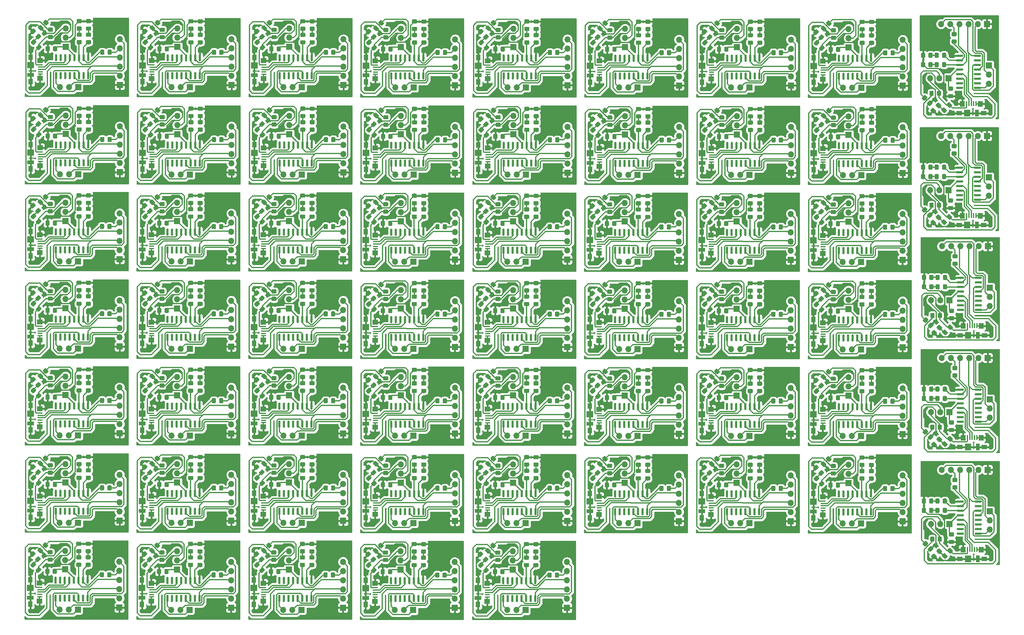
<source format=gbr>
%TF.GenerationSoftware,KiCad,Pcbnew,(5.1.6)-1*%
%TF.CreationDate,2020-07-01T09:45:41+05:30*%
%TF.ProjectId,single sided ch340c,73696e67-6c65-4207-9369-646564206368,rev?*%
%TF.SameCoordinates,Original*%
%TF.FileFunction,Copper,L1,Top*%
%TF.FilePolarity,Positive*%
%FSLAX46Y46*%
G04 Gerber Fmt 4.6, Leading zero omitted, Abs format (unit mm)*
G04 Created by KiCad (PCBNEW (5.1.6)-1) date 2020-07-01 09:45:41*
%MOMM*%
%LPD*%
G01*
G04 APERTURE LIST*
%TA.AperFunction,ComponentPad*%
%ADD10R,1.700000X1.700000*%
%TD*%
%TA.AperFunction,ComponentPad*%
%ADD11O,1.700000X1.700000*%
%TD*%
%TA.AperFunction,SMDPad,CuDef*%
%ADD12R,0.450000X1.380000*%
%TD*%
%TA.AperFunction,SMDPad,CuDef*%
%ADD13R,1.425000X1.550000*%
%TD*%
%TA.AperFunction,SMDPad,CuDef*%
%ADD14R,1.650000X1.300000*%
%TD*%
%TA.AperFunction,SMDPad,CuDef*%
%ADD15R,1.800000X1.900000*%
%TD*%
%TA.AperFunction,SMDPad,CuDef*%
%ADD16R,1.000000X1.900000*%
%TD*%
%TA.AperFunction,SMDPad,CuDef*%
%ADD17R,1.380000X0.450000*%
%TD*%
%TA.AperFunction,SMDPad,CuDef*%
%ADD18R,1.550000X1.425000*%
%TD*%
%TA.AperFunction,SMDPad,CuDef*%
%ADD19R,1.300000X1.650000*%
%TD*%
%TA.AperFunction,SMDPad,CuDef*%
%ADD20R,1.900000X1.800000*%
%TD*%
%TA.AperFunction,SMDPad,CuDef*%
%ADD21R,1.900000X1.000000*%
%TD*%
%TA.AperFunction,Conductor*%
%ADD22C,0.350000*%
%TD*%
%TA.AperFunction,Conductor*%
%ADD23C,0.254000*%
%TD*%
G04 APERTURE END LIST*
D10*
%TO.P,SW1,1*%
%TO.N,/RST*%
X280771600Y-27038300D03*
D11*
%TO.P,SW1,2*%
%TO.N,Net-(J3-Pad2)*%
X280771600Y-29578300D03*
%TO.P,SW1,3*%
%TO.N,/CTS*%
X280771600Y-32118300D03*
%TD*%
%TO.P,D4,1*%
%TO.N,GND*%
%TA.AperFunction,SMDPad,CuDef*%
G36*
G01*
X261963100Y-55618801D02*
X261963100Y-54718799D01*
G75*
G02*
X262213099Y-54468800I249999J0D01*
G01*
X262863101Y-54468800D01*
G75*
G02*
X263113100Y-54718799I0J-249999D01*
G01*
X263113100Y-55618801D01*
G75*
G02*
X262863101Y-55868800I-249999J0D01*
G01*
X262213099Y-55868800D01*
G75*
G02*
X261963100Y-55618801I0J249999D01*
G01*
G37*
%TD.AperFunction*%
%TO.P,D4,2*%
%TO.N,Net-(D4-Pad2)*%
%TA.AperFunction,SMDPad,CuDef*%
G36*
G01*
X264013100Y-55618801D02*
X264013100Y-54718799D01*
G75*
G02*
X264263099Y-54468800I249999J0D01*
G01*
X264913101Y-54468800D01*
G75*
G02*
X265163100Y-54718799I0J-249999D01*
G01*
X265163100Y-55618801D01*
G75*
G02*
X264913101Y-55868800I-249999J0D01*
G01*
X264263099Y-55868800D01*
G75*
G02*
X264013100Y-55618801I0J249999D01*
G01*
G37*
%TD.AperFunction*%
%TD*%
%TO.P,R4,1*%
%TO.N,/MCU_RX*%
%TA.AperFunction,SMDPad,CuDef*%
G36*
G01*
X268918599Y-23730799D02*
X268918599Y-24630801D01*
G75*
G02*
X268668600Y-24880800I-249999J0D01*
G01*
X268018598Y-24880800D01*
G75*
G02*
X267768599Y-24630801I0J249999D01*
G01*
X267768599Y-23730799D01*
G75*
G02*
X268018598Y-23480800I249999J0D01*
G01*
X268668600Y-23480800D01*
G75*
G02*
X268918599Y-23730799I0J-249999D01*
G01*
G37*
%TD.AperFunction*%
%TO.P,R4,2*%
%TO.N,Net-(D4-Pad2)*%
%TA.AperFunction,SMDPad,CuDef*%
G36*
G01*
X266868599Y-23730799D02*
X266868599Y-24630801D01*
G75*
G02*
X266618600Y-24880800I-249999J0D01*
G01*
X265968598Y-24880800D01*
G75*
G02*
X265718599Y-24630801I0J249999D01*
G01*
X265718599Y-23730799D01*
G75*
G02*
X265968598Y-23480800I249999J0D01*
G01*
X266618600Y-23480800D01*
G75*
G02*
X266868599Y-23730799I0J-249999D01*
G01*
G37*
%TD.AperFunction*%
%TD*%
%TO.P,C1,1*%
%TO.N,/3v3*%
%TA.AperFunction,SMDPad,CuDef*%
G36*
G01*
X269717099Y-32867800D02*
X270617101Y-32867800D01*
G75*
G02*
X270867100Y-33117799I0J-249999D01*
G01*
X270867100Y-33767801D01*
G75*
G02*
X270617101Y-34017800I-249999J0D01*
G01*
X269717099Y-34017800D01*
G75*
G02*
X269467100Y-33767801I0J249999D01*
G01*
X269467100Y-33117799D01*
G75*
G02*
X269717099Y-32867800I249999J0D01*
G01*
G37*
%TD.AperFunction*%
%TO.P,C1,2*%
%TO.N,GND*%
%TA.AperFunction,SMDPad,CuDef*%
G36*
G01*
X269717099Y-34917800D02*
X270617101Y-34917800D01*
G75*
G02*
X270867100Y-35167799I0J-249999D01*
G01*
X270867100Y-35817801D01*
G75*
G02*
X270617101Y-36067800I-249999J0D01*
G01*
X269717099Y-36067800D01*
G75*
G02*
X269467100Y-35817801I0J249999D01*
G01*
X269467100Y-35167799D01*
G75*
G02*
X269717099Y-34917800I249999J0D01*
G01*
G37*
%TD.AperFunction*%
%TD*%
%TO.P,R3,1*%
%TO.N,/MCU_TX*%
%TA.AperFunction,SMDPad,CuDef*%
G36*
G01*
X268918600Y-26334299D02*
X268918600Y-27234301D01*
G75*
G02*
X268668601Y-27484300I-249999J0D01*
G01*
X268018599Y-27484300D01*
G75*
G02*
X267768600Y-27234301I0J249999D01*
G01*
X267768600Y-26334299D01*
G75*
G02*
X268018599Y-26084300I249999J0D01*
G01*
X268668601Y-26084300D01*
G75*
G02*
X268918600Y-26334299I0J-249999D01*
G01*
G37*
%TD.AperFunction*%
%TO.P,R3,2*%
%TO.N,Net-(D3-Pad2)*%
%TA.AperFunction,SMDPad,CuDef*%
G36*
G01*
X266868600Y-26334299D02*
X266868600Y-27234301D01*
G75*
G02*
X266618601Y-27484300I-249999J0D01*
G01*
X265968599Y-27484300D01*
G75*
G02*
X265718600Y-27234301I0J249999D01*
G01*
X265718600Y-26334299D01*
G75*
G02*
X265968599Y-26084300I249999J0D01*
G01*
X266618601Y-26084300D01*
G75*
G02*
X266868600Y-26334299I0J-249999D01*
G01*
G37*
%TD.AperFunction*%
%TD*%
D10*
%TO.P,J2,1*%
%TO.N,/3v3*%
X269595600Y-30530800D03*
D11*
%TO.P,J2,2*%
%TO.N,/VCC*%
X267055600Y-30530800D03*
%TO.P,J2,3*%
%TO.N,/5V*%
X264515600Y-30530800D03*
%TD*%
%TO.P,D2,1*%
%TO.N,GND*%
%TA.AperFunction,SMDPad,CuDef*%
G36*
G01*
X265263644Y-71249653D02*
X264627247Y-70613256D01*
G75*
G02*
X264627247Y-70259704I176776J176776D01*
G01*
X265086868Y-69800083D01*
G75*
G02*
X265440420Y-69800083I176776J-176776D01*
G01*
X266076817Y-70436480D01*
G75*
G02*
X266076817Y-70790032I-176776J-176776D01*
G01*
X265617196Y-71249653D01*
G75*
G02*
X265263644Y-71249653I-176776J176776D01*
G01*
G37*
%TD.AperFunction*%
%TO.P,D2,2*%
%TO.N,Net-(D2-Pad2)*%
%TA.AperFunction,SMDPad,CuDef*%
G36*
G01*
X266713212Y-69800085D02*
X266076815Y-69163688D01*
G75*
G02*
X266076815Y-68810136I176776J176776D01*
G01*
X266536436Y-68350515D01*
G75*
G02*
X266889988Y-68350515I176776J-176776D01*
G01*
X267526385Y-68986912D01*
G75*
G02*
X267526385Y-69340464I-176776J-176776D01*
G01*
X267066764Y-69800085D01*
G75*
G02*
X266713212Y-69800085I-176776J176776D01*
G01*
G37*
%TD.AperFunction*%
%TD*%
%TO.P,C2,1*%
%TO.N,/VCC*%
%TA.AperFunction,SMDPad,CuDef*%
G36*
G01*
X262214247Y-66902344D02*
X262850644Y-66265947D01*
G75*
G02*
X263204196Y-66265947I176776J-176776D01*
G01*
X263663817Y-66725568D01*
G75*
G02*
X263663817Y-67079120I-176776J-176776D01*
G01*
X263027420Y-67715517D01*
G75*
G02*
X262673868Y-67715517I-176776J176776D01*
G01*
X262214247Y-67255896D01*
G75*
G02*
X262214247Y-66902344I176776J176776D01*
G01*
G37*
%TD.AperFunction*%
%TO.P,C2,2*%
%TO.N,GND*%
%TA.AperFunction,SMDPad,CuDef*%
G36*
G01*
X263663815Y-68351912D02*
X264300212Y-67715515D01*
G75*
G02*
X264653764Y-67715515I176776J-176776D01*
G01*
X265113385Y-68175136D01*
G75*
G02*
X265113385Y-68528688I-176776J-176776D01*
G01*
X264476988Y-69165085D01*
G75*
G02*
X264123436Y-69165085I-176776J176776D01*
G01*
X263663815Y-68705464D01*
G75*
G02*
X263663815Y-68351912I176776J176776D01*
G01*
G37*
%TD.AperFunction*%
%TD*%
%TO.P,U1,1*%
%TO.N,GND*%
%TA.AperFunction,SMDPad,CuDef*%
G36*
G01*
X271671600Y-24457800D02*
X271671600Y-24157800D01*
G75*
G02*
X271821600Y-24007800I150000J0D01*
G01*
X273471600Y-24007800D01*
G75*
G02*
X273621600Y-24157800I0J-150000D01*
G01*
X273621600Y-24457800D01*
G75*
G02*
X273471600Y-24607800I-150000J0D01*
G01*
X271821600Y-24607800D01*
G75*
G02*
X271671600Y-24457800I0J150000D01*
G01*
G37*
%TD.AperFunction*%
%TO.P,U1,2*%
%TO.N,/MCU_RX*%
%TA.AperFunction,SMDPad,CuDef*%
G36*
G01*
X271671600Y-25727800D02*
X271671600Y-25427800D01*
G75*
G02*
X271821600Y-25277800I150000J0D01*
G01*
X273471600Y-25277800D01*
G75*
G02*
X273621600Y-25427800I0J-150000D01*
G01*
X273621600Y-25727800D01*
G75*
G02*
X273471600Y-25877800I-150000J0D01*
G01*
X271821600Y-25877800D01*
G75*
G02*
X271671600Y-25727800I0J150000D01*
G01*
G37*
%TD.AperFunction*%
%TO.P,U1,3*%
%TO.N,/MCU_TX*%
%TA.AperFunction,SMDPad,CuDef*%
G36*
G01*
X271671600Y-26997800D02*
X271671600Y-26697800D01*
G75*
G02*
X271821600Y-26547800I150000J0D01*
G01*
X273471600Y-26547800D01*
G75*
G02*
X273621600Y-26697800I0J-150000D01*
G01*
X273621600Y-26997800D01*
G75*
G02*
X273471600Y-27147800I-150000J0D01*
G01*
X271821600Y-27147800D01*
G75*
G02*
X271671600Y-26997800I0J150000D01*
G01*
G37*
%TD.AperFunction*%
%TO.P,U1,4*%
%TO.N,/3v3*%
%TA.AperFunction,SMDPad,CuDef*%
G36*
G01*
X271671600Y-28267800D02*
X271671600Y-27967800D01*
G75*
G02*
X271821600Y-27817800I150000J0D01*
G01*
X273471600Y-27817800D01*
G75*
G02*
X273621600Y-27967800I0J-150000D01*
G01*
X273621600Y-28267800D01*
G75*
G02*
X273471600Y-28417800I-150000J0D01*
G01*
X271821600Y-28417800D01*
G75*
G02*
X271671600Y-28267800I0J150000D01*
G01*
G37*
%TD.AperFunction*%
%TO.P,U1,5*%
%TO.N,Net-(J1-Pad3)*%
%TA.AperFunction,SMDPad,CuDef*%
G36*
G01*
X271671600Y-29537800D02*
X271671600Y-29237800D01*
G75*
G02*
X271821600Y-29087800I150000J0D01*
G01*
X273471600Y-29087800D01*
G75*
G02*
X273621600Y-29237800I0J-150000D01*
G01*
X273621600Y-29537800D01*
G75*
G02*
X273471600Y-29687800I-150000J0D01*
G01*
X271821600Y-29687800D01*
G75*
G02*
X271671600Y-29537800I0J150000D01*
G01*
G37*
%TD.AperFunction*%
%TO.P,U1,6*%
%TO.N,Net-(J1-Pad2)*%
%TA.AperFunction,SMDPad,CuDef*%
G36*
G01*
X271671600Y-30807800D02*
X271671600Y-30507800D01*
G75*
G02*
X271821600Y-30357800I150000J0D01*
G01*
X273471600Y-30357800D01*
G75*
G02*
X273621600Y-30507800I0J-150000D01*
G01*
X273621600Y-30807800D01*
G75*
G02*
X273471600Y-30957800I-150000J0D01*
G01*
X271821600Y-30957800D01*
G75*
G02*
X271671600Y-30807800I0J150000D01*
G01*
G37*
%TD.AperFunction*%
%TO.P,U1,7*%
%TO.N,N/C*%
%TA.AperFunction,SMDPad,CuDef*%
G36*
G01*
X271671600Y-32077800D02*
X271671600Y-31777800D01*
G75*
G02*
X271821600Y-31627800I150000J0D01*
G01*
X273471600Y-31627800D01*
G75*
G02*
X273621600Y-31777800I0J-150000D01*
G01*
X273621600Y-32077800D01*
G75*
G02*
X273471600Y-32227800I-150000J0D01*
G01*
X271821600Y-32227800D01*
G75*
G02*
X271671600Y-32077800I0J150000D01*
G01*
G37*
%TD.AperFunction*%
%TO.P,U1,8*%
%TA.AperFunction,SMDPad,CuDef*%
G36*
G01*
X271671600Y-33347800D02*
X271671600Y-33047800D01*
G75*
G02*
X271821600Y-32897800I150000J0D01*
G01*
X273471600Y-32897800D01*
G75*
G02*
X273621600Y-33047800I0J-150000D01*
G01*
X273621600Y-33347800D01*
G75*
G02*
X273471600Y-33497800I-150000J0D01*
G01*
X271821600Y-33497800D01*
G75*
G02*
X271671600Y-33347800I0J150000D01*
G01*
G37*
%TD.AperFunction*%
%TO.P,U1,9*%
%TO.N,/CTS*%
%TA.AperFunction,SMDPad,CuDef*%
G36*
G01*
X276621600Y-33347800D02*
X276621600Y-33047800D01*
G75*
G02*
X276771600Y-32897800I150000J0D01*
G01*
X278421600Y-32897800D01*
G75*
G02*
X278571600Y-33047800I0J-150000D01*
G01*
X278571600Y-33347800D01*
G75*
G02*
X278421600Y-33497800I-150000J0D01*
G01*
X276771600Y-33497800D01*
G75*
G02*
X276621600Y-33347800I0J150000D01*
G01*
G37*
%TD.AperFunction*%
%TO.P,U1,10*%
%TO.N,N/C*%
%TA.AperFunction,SMDPad,CuDef*%
G36*
G01*
X276621600Y-32077800D02*
X276621600Y-31777800D01*
G75*
G02*
X276771600Y-31627800I150000J0D01*
G01*
X278421600Y-31627800D01*
G75*
G02*
X278571600Y-31777800I0J-150000D01*
G01*
X278571600Y-32077800D01*
G75*
G02*
X278421600Y-32227800I-150000J0D01*
G01*
X276771600Y-32227800D01*
G75*
G02*
X276621600Y-32077800I0J150000D01*
G01*
G37*
%TD.AperFunction*%
%TO.P,U1,11*%
%TA.AperFunction,SMDPad,CuDef*%
G36*
G01*
X276621600Y-30807800D02*
X276621600Y-30507800D01*
G75*
G02*
X276771600Y-30357800I150000J0D01*
G01*
X278421600Y-30357800D01*
G75*
G02*
X278571600Y-30507800I0J-150000D01*
G01*
X278571600Y-30807800D01*
G75*
G02*
X278421600Y-30957800I-150000J0D01*
G01*
X276771600Y-30957800D01*
G75*
G02*
X276621600Y-30807800I0J150000D01*
G01*
G37*
%TD.AperFunction*%
%TO.P,U1,12*%
%TA.AperFunction,SMDPad,CuDef*%
G36*
G01*
X276621600Y-29537800D02*
X276621600Y-29237800D01*
G75*
G02*
X276771600Y-29087800I150000J0D01*
G01*
X278421600Y-29087800D01*
G75*
G02*
X278571600Y-29237800I0J-150000D01*
G01*
X278571600Y-29537800D01*
G75*
G02*
X278421600Y-29687800I-150000J0D01*
G01*
X276771600Y-29687800D01*
G75*
G02*
X276621600Y-29537800I0J150000D01*
G01*
G37*
%TD.AperFunction*%
%TO.P,U1,13*%
%TO.N,/DTR*%
%TA.AperFunction,SMDPad,CuDef*%
G36*
G01*
X276621600Y-28267800D02*
X276621600Y-27967800D01*
G75*
G02*
X276771600Y-27817800I150000J0D01*
G01*
X278421600Y-27817800D01*
G75*
G02*
X278571600Y-27967800I0J-150000D01*
G01*
X278571600Y-28267800D01*
G75*
G02*
X278421600Y-28417800I-150000J0D01*
G01*
X276771600Y-28417800D01*
G75*
G02*
X276621600Y-28267800I0J150000D01*
G01*
G37*
%TD.AperFunction*%
%TO.P,U1,14*%
%TO.N,/RST*%
%TA.AperFunction,SMDPad,CuDef*%
G36*
G01*
X276621600Y-26997800D02*
X276621600Y-26697800D01*
G75*
G02*
X276771600Y-26547800I150000J0D01*
G01*
X278421600Y-26547800D01*
G75*
G02*
X278571600Y-26697800I0J-150000D01*
G01*
X278571600Y-26997800D01*
G75*
G02*
X278421600Y-27147800I-150000J0D01*
G01*
X276771600Y-27147800D01*
G75*
G02*
X276621600Y-26997800I0J150000D01*
G01*
G37*
%TD.AperFunction*%
%TO.P,U1,15*%
%TO.N,N/C*%
%TA.AperFunction,SMDPad,CuDef*%
G36*
G01*
X276621600Y-25727800D02*
X276621600Y-25427800D01*
G75*
G02*
X276771600Y-25277800I150000J0D01*
G01*
X278421600Y-25277800D01*
G75*
G02*
X278571600Y-25427800I0J-150000D01*
G01*
X278571600Y-25727800D01*
G75*
G02*
X278421600Y-25877800I-150000J0D01*
G01*
X276771600Y-25877800D01*
G75*
G02*
X276621600Y-25727800I0J150000D01*
G01*
G37*
%TD.AperFunction*%
%TO.P,U1,16*%
%TO.N,/VCC*%
%TA.AperFunction,SMDPad,CuDef*%
G36*
G01*
X276621600Y-24457800D02*
X276621600Y-24157800D01*
G75*
G02*
X276771600Y-24007800I150000J0D01*
G01*
X278421600Y-24007800D01*
G75*
G02*
X278571600Y-24157800I0J-150000D01*
G01*
X278571600Y-24457800D01*
G75*
G02*
X278421600Y-24607800I-150000J0D01*
G01*
X276771600Y-24607800D01*
G75*
G02*
X276621600Y-24457800I0J150000D01*
G01*
G37*
%TD.AperFunction*%
%TD*%
%TO.P,D3,1*%
%TO.N,GND*%
%TA.AperFunction,SMDPad,CuDef*%
G36*
G01*
X261954100Y-58222301D02*
X261954100Y-57322299D01*
G75*
G02*
X262204099Y-57072300I249999J0D01*
G01*
X262854101Y-57072300D01*
G75*
G02*
X263104100Y-57322299I0J-249999D01*
G01*
X263104100Y-58222301D01*
G75*
G02*
X262854101Y-58472300I-249999J0D01*
G01*
X262204099Y-58472300D01*
G75*
G02*
X261954100Y-58222301I0J249999D01*
G01*
G37*
%TD.AperFunction*%
%TO.P,D3,2*%
%TO.N,Net-(D3-Pad2)*%
%TA.AperFunction,SMDPad,CuDef*%
G36*
G01*
X264004100Y-58222301D02*
X264004100Y-57322299D01*
G75*
G02*
X264254099Y-57072300I249999J0D01*
G01*
X264904101Y-57072300D01*
G75*
G02*
X265154100Y-57322299I0J-249999D01*
G01*
X265154100Y-58222301D01*
G75*
G02*
X264904101Y-58472300I-249999J0D01*
G01*
X264254099Y-58472300D01*
G75*
G02*
X264004100Y-58222301I0J249999D01*
G01*
G37*
%TD.AperFunction*%
%TD*%
D10*
%TO.P,J3,1*%
%TO.N,GND*%
X280200100Y-15544800D03*
D11*
%TO.P,J3,2*%
%TO.N,Net-(J3-Pad2)*%
X277660100Y-15544800D03*
%TO.P,J3,3*%
%TO.N,/VCC*%
X275120100Y-15544800D03*
%TO.P,J3,4*%
%TO.N,/MCU_TX*%
X272580100Y-15544800D03*
%TO.P,J3,5*%
%TO.N,Net-(J3-Pad5)*%
X270040100Y-15544800D03*
%TO.P,J3,6*%
%TO.N,/DTR*%
X267500100Y-15544800D03*
%TD*%
D10*
%TO.P,J3,1*%
%TO.N,GND*%
X280200100Y-46532800D03*
D11*
%TO.P,J3,2*%
%TO.N,Net-(J3-Pad2)*%
X277660100Y-46532800D03*
%TO.P,J3,3*%
%TO.N,/VCC*%
X275120100Y-46532800D03*
%TO.P,J3,4*%
%TO.N,/MCU_TX*%
X272580100Y-46532800D03*
%TO.P,J3,5*%
%TO.N,Net-(J3-Pad5)*%
X270040100Y-46532800D03*
%TO.P,J3,6*%
%TO.N,/DTR*%
X267500100Y-46532800D03*
%TD*%
D12*
%TO.P,J1,1*%
%TO.N,/5V*%
X274593100Y-37557800D03*
%TO.P,J1,2*%
%TO.N,Net-(J1-Pad2)*%
X275243100Y-37557800D03*
%TO.P,J1,3*%
%TO.N,Net-(J1-Pad3)*%
X275893100Y-37557800D03*
%TO.P,J1,4*%
%TO.N,N/C*%
X276543100Y-37557800D03*
%TO.P,J1,5*%
%TO.N,GND*%
X277193100Y-37557800D03*
D13*
%TO.P,J1,6*%
X273405600Y-37642800D03*
X278380600Y-37642800D03*
D14*
X272518100Y-40217800D03*
X279268100Y-40217800D03*
D15*
X274743100Y-40217800D03*
D16*
X277443100Y-40217800D03*
%TD*%
D12*
%TO.P,J1,1*%
%TO.N,/5V*%
X274593100Y-68545800D03*
%TO.P,J1,2*%
%TO.N,Net-(J1-Pad2)*%
X275243100Y-68545800D03*
%TO.P,J1,3*%
%TO.N,Net-(J1-Pad3)*%
X275893100Y-68545800D03*
%TO.P,J1,4*%
%TO.N,N/C*%
X276543100Y-68545800D03*
%TO.P,J1,5*%
%TO.N,GND*%
X277193100Y-68545800D03*
D13*
%TO.P,J1,6*%
X273405600Y-68630800D03*
X278380600Y-68630800D03*
D14*
X272518100Y-71205800D03*
X279268100Y-71205800D03*
D15*
X274743100Y-71205800D03*
D16*
X277443100Y-71205800D03*
%TD*%
%TO.P,R2,1*%
%TO.N,/5V*%
%TA.AperFunction,SMDPad,CuDef*%
G36*
G01*
X269874488Y-68223514D02*
X270510885Y-68859911D01*
G75*
G02*
X270510885Y-69213463I-176776J-176776D01*
G01*
X270051264Y-69673084D01*
G75*
G02*
X269697712Y-69673084I-176776J176776D01*
G01*
X269061315Y-69036687D01*
G75*
G02*
X269061315Y-68683135I176776J176776D01*
G01*
X269520936Y-68223514D01*
G75*
G02*
X269874488Y-68223514I176776J-176776D01*
G01*
G37*
%TD.AperFunction*%
%TO.P,R2,2*%
%TO.N,Net-(D2-Pad2)*%
%TA.AperFunction,SMDPad,CuDef*%
G36*
G01*
X268424920Y-69673082D02*
X269061317Y-70309479D01*
G75*
G02*
X269061317Y-70663031I-176776J-176776D01*
G01*
X268601696Y-71122652D01*
G75*
G02*
X268248144Y-71122652I-176776J176776D01*
G01*
X267611747Y-70486255D01*
G75*
G02*
X267611747Y-70132703I176776J176776D01*
G01*
X268071368Y-69673082D01*
G75*
G02*
X268424920Y-69673082I176776J-176776D01*
G01*
G37*
%TD.AperFunction*%
%TD*%
%TO.P,R3,1*%
%TO.N,/MCU_TX*%
%TA.AperFunction,SMDPad,CuDef*%
G36*
G01*
X268918600Y-57322299D02*
X268918600Y-58222301D01*
G75*
G02*
X268668601Y-58472300I-249999J0D01*
G01*
X268018599Y-58472300D01*
G75*
G02*
X267768600Y-58222301I0J249999D01*
G01*
X267768600Y-57322299D01*
G75*
G02*
X268018599Y-57072300I249999J0D01*
G01*
X268668601Y-57072300D01*
G75*
G02*
X268918600Y-57322299I0J-249999D01*
G01*
G37*
%TD.AperFunction*%
%TO.P,R3,2*%
%TO.N,Net-(D3-Pad2)*%
%TA.AperFunction,SMDPad,CuDef*%
G36*
G01*
X266868600Y-57322299D02*
X266868600Y-58222301D01*
G75*
G02*
X266618601Y-58472300I-249999J0D01*
G01*
X265968599Y-58472300D01*
G75*
G02*
X265718600Y-58222301I0J249999D01*
G01*
X265718600Y-57322299D01*
G75*
G02*
X265968599Y-57072300I249999J0D01*
G01*
X266618601Y-57072300D01*
G75*
G02*
X266868600Y-57322299I0J-249999D01*
G01*
G37*
%TD.AperFunction*%
%TD*%
%TO.P,D4,1*%
%TO.N,GND*%
%TA.AperFunction,SMDPad,CuDef*%
G36*
G01*
X261963100Y-24630801D02*
X261963100Y-23730799D01*
G75*
G02*
X262213099Y-23480800I249999J0D01*
G01*
X262863101Y-23480800D01*
G75*
G02*
X263113100Y-23730799I0J-249999D01*
G01*
X263113100Y-24630801D01*
G75*
G02*
X262863101Y-24880800I-249999J0D01*
G01*
X262213099Y-24880800D01*
G75*
G02*
X261963100Y-24630801I0J249999D01*
G01*
G37*
%TD.AperFunction*%
%TO.P,D4,2*%
%TO.N,Net-(D4-Pad2)*%
%TA.AperFunction,SMDPad,CuDef*%
G36*
G01*
X264013100Y-24630801D02*
X264013100Y-23730799D01*
G75*
G02*
X264263099Y-23480800I249999J0D01*
G01*
X264913101Y-23480800D01*
G75*
G02*
X265163100Y-23730799I0J-249999D01*
G01*
X265163100Y-24630801D01*
G75*
G02*
X264913101Y-24880800I-249999J0D01*
G01*
X264263099Y-24880800D01*
G75*
G02*
X264013100Y-24630801I0J249999D01*
G01*
G37*
%TD.AperFunction*%
%TD*%
%TO.P,D2,1*%
%TO.N,GND*%
%TA.AperFunction,SMDPad,CuDef*%
G36*
G01*
X265263644Y-40261653D02*
X264627247Y-39625256D01*
G75*
G02*
X264627247Y-39271704I176776J176776D01*
G01*
X265086868Y-38812083D01*
G75*
G02*
X265440420Y-38812083I176776J-176776D01*
G01*
X266076817Y-39448480D01*
G75*
G02*
X266076817Y-39802032I-176776J-176776D01*
G01*
X265617196Y-40261653D01*
G75*
G02*
X265263644Y-40261653I-176776J176776D01*
G01*
G37*
%TD.AperFunction*%
%TO.P,D2,2*%
%TO.N,Net-(D2-Pad2)*%
%TA.AperFunction,SMDPad,CuDef*%
G36*
G01*
X266713212Y-38812085D02*
X266076815Y-38175688D01*
G75*
G02*
X266076815Y-37822136I176776J176776D01*
G01*
X266536436Y-37362515D01*
G75*
G02*
X266889988Y-37362515I176776J-176776D01*
G01*
X267526385Y-37998912D01*
G75*
G02*
X267526385Y-38352464I-176776J-176776D01*
G01*
X267066764Y-38812085D01*
G75*
G02*
X266713212Y-38812085I-176776J176776D01*
G01*
G37*
%TD.AperFunction*%
%TD*%
%TO.P,D3,1*%
%TO.N,GND*%
%TA.AperFunction,SMDPad,CuDef*%
G36*
G01*
X261954100Y-27234301D02*
X261954100Y-26334299D01*
G75*
G02*
X262204099Y-26084300I249999J0D01*
G01*
X262854101Y-26084300D01*
G75*
G02*
X263104100Y-26334299I0J-249999D01*
G01*
X263104100Y-27234301D01*
G75*
G02*
X262854101Y-27484300I-249999J0D01*
G01*
X262204099Y-27484300D01*
G75*
G02*
X261954100Y-27234301I0J249999D01*
G01*
G37*
%TD.AperFunction*%
%TO.P,D3,2*%
%TO.N,Net-(D3-Pad2)*%
%TA.AperFunction,SMDPad,CuDef*%
G36*
G01*
X264004100Y-27234301D02*
X264004100Y-26334299D01*
G75*
G02*
X264254099Y-26084300I249999J0D01*
G01*
X264904101Y-26084300D01*
G75*
G02*
X265154100Y-26334299I0J-249999D01*
G01*
X265154100Y-27234301D01*
G75*
G02*
X264904101Y-27484300I-249999J0D01*
G01*
X264254099Y-27484300D01*
G75*
G02*
X264004100Y-27234301I0J249999D01*
G01*
G37*
%TD.AperFunction*%
%TD*%
%TO.P,R1,1*%
%TO.N,/MCU_RX*%
%TA.AperFunction,SMDPad,CuDef*%
G36*
G01*
X271569601Y-20963800D02*
X270669599Y-20963800D01*
G75*
G02*
X270419600Y-20713801I0J249999D01*
G01*
X270419600Y-20063799D01*
G75*
G02*
X270669599Y-19813800I249999J0D01*
G01*
X271569601Y-19813800D01*
G75*
G02*
X271819600Y-20063799I0J-249999D01*
G01*
X271819600Y-20713801D01*
G75*
G02*
X271569601Y-20963800I-249999J0D01*
G01*
G37*
%TD.AperFunction*%
%TO.P,R1,2*%
%TO.N,Net-(J3-Pad5)*%
%TA.AperFunction,SMDPad,CuDef*%
G36*
G01*
X271569601Y-18913800D02*
X270669599Y-18913800D01*
G75*
G02*
X270419600Y-18663801I0J249999D01*
G01*
X270419600Y-18013799D01*
G75*
G02*
X270669599Y-17763800I249999J0D01*
G01*
X271569601Y-17763800D01*
G75*
G02*
X271819600Y-18013799I0J-249999D01*
G01*
X271819600Y-18663801D01*
G75*
G02*
X271569601Y-18913800I-249999J0D01*
G01*
G37*
%TD.AperFunction*%
%TD*%
%TO.P,U1,1*%
%TO.N,GND*%
%TA.AperFunction,SMDPad,CuDef*%
G36*
G01*
X271671600Y-55445800D02*
X271671600Y-55145800D01*
G75*
G02*
X271821600Y-54995800I150000J0D01*
G01*
X273471600Y-54995800D01*
G75*
G02*
X273621600Y-55145800I0J-150000D01*
G01*
X273621600Y-55445800D01*
G75*
G02*
X273471600Y-55595800I-150000J0D01*
G01*
X271821600Y-55595800D01*
G75*
G02*
X271671600Y-55445800I0J150000D01*
G01*
G37*
%TD.AperFunction*%
%TO.P,U1,2*%
%TO.N,/MCU_RX*%
%TA.AperFunction,SMDPad,CuDef*%
G36*
G01*
X271671600Y-56715800D02*
X271671600Y-56415800D01*
G75*
G02*
X271821600Y-56265800I150000J0D01*
G01*
X273471600Y-56265800D01*
G75*
G02*
X273621600Y-56415800I0J-150000D01*
G01*
X273621600Y-56715800D01*
G75*
G02*
X273471600Y-56865800I-150000J0D01*
G01*
X271821600Y-56865800D01*
G75*
G02*
X271671600Y-56715800I0J150000D01*
G01*
G37*
%TD.AperFunction*%
%TO.P,U1,3*%
%TO.N,/MCU_TX*%
%TA.AperFunction,SMDPad,CuDef*%
G36*
G01*
X271671600Y-57985800D02*
X271671600Y-57685800D01*
G75*
G02*
X271821600Y-57535800I150000J0D01*
G01*
X273471600Y-57535800D01*
G75*
G02*
X273621600Y-57685800I0J-150000D01*
G01*
X273621600Y-57985800D01*
G75*
G02*
X273471600Y-58135800I-150000J0D01*
G01*
X271821600Y-58135800D01*
G75*
G02*
X271671600Y-57985800I0J150000D01*
G01*
G37*
%TD.AperFunction*%
%TO.P,U1,4*%
%TO.N,/3v3*%
%TA.AperFunction,SMDPad,CuDef*%
G36*
G01*
X271671600Y-59255800D02*
X271671600Y-58955800D01*
G75*
G02*
X271821600Y-58805800I150000J0D01*
G01*
X273471600Y-58805800D01*
G75*
G02*
X273621600Y-58955800I0J-150000D01*
G01*
X273621600Y-59255800D01*
G75*
G02*
X273471600Y-59405800I-150000J0D01*
G01*
X271821600Y-59405800D01*
G75*
G02*
X271671600Y-59255800I0J150000D01*
G01*
G37*
%TD.AperFunction*%
%TO.P,U1,5*%
%TO.N,Net-(J1-Pad3)*%
%TA.AperFunction,SMDPad,CuDef*%
G36*
G01*
X271671600Y-60525800D02*
X271671600Y-60225800D01*
G75*
G02*
X271821600Y-60075800I150000J0D01*
G01*
X273471600Y-60075800D01*
G75*
G02*
X273621600Y-60225800I0J-150000D01*
G01*
X273621600Y-60525800D01*
G75*
G02*
X273471600Y-60675800I-150000J0D01*
G01*
X271821600Y-60675800D01*
G75*
G02*
X271671600Y-60525800I0J150000D01*
G01*
G37*
%TD.AperFunction*%
%TO.P,U1,6*%
%TO.N,Net-(J1-Pad2)*%
%TA.AperFunction,SMDPad,CuDef*%
G36*
G01*
X271671600Y-61795800D02*
X271671600Y-61495800D01*
G75*
G02*
X271821600Y-61345800I150000J0D01*
G01*
X273471600Y-61345800D01*
G75*
G02*
X273621600Y-61495800I0J-150000D01*
G01*
X273621600Y-61795800D01*
G75*
G02*
X273471600Y-61945800I-150000J0D01*
G01*
X271821600Y-61945800D01*
G75*
G02*
X271671600Y-61795800I0J150000D01*
G01*
G37*
%TD.AperFunction*%
%TO.P,U1,7*%
%TO.N,N/C*%
%TA.AperFunction,SMDPad,CuDef*%
G36*
G01*
X271671600Y-63065800D02*
X271671600Y-62765800D01*
G75*
G02*
X271821600Y-62615800I150000J0D01*
G01*
X273471600Y-62615800D01*
G75*
G02*
X273621600Y-62765800I0J-150000D01*
G01*
X273621600Y-63065800D01*
G75*
G02*
X273471600Y-63215800I-150000J0D01*
G01*
X271821600Y-63215800D01*
G75*
G02*
X271671600Y-63065800I0J150000D01*
G01*
G37*
%TD.AperFunction*%
%TO.P,U1,8*%
%TA.AperFunction,SMDPad,CuDef*%
G36*
G01*
X271671600Y-64335800D02*
X271671600Y-64035800D01*
G75*
G02*
X271821600Y-63885800I150000J0D01*
G01*
X273471600Y-63885800D01*
G75*
G02*
X273621600Y-64035800I0J-150000D01*
G01*
X273621600Y-64335800D01*
G75*
G02*
X273471600Y-64485800I-150000J0D01*
G01*
X271821600Y-64485800D01*
G75*
G02*
X271671600Y-64335800I0J150000D01*
G01*
G37*
%TD.AperFunction*%
%TO.P,U1,9*%
%TO.N,/CTS*%
%TA.AperFunction,SMDPad,CuDef*%
G36*
G01*
X276621600Y-64335800D02*
X276621600Y-64035800D01*
G75*
G02*
X276771600Y-63885800I150000J0D01*
G01*
X278421600Y-63885800D01*
G75*
G02*
X278571600Y-64035800I0J-150000D01*
G01*
X278571600Y-64335800D01*
G75*
G02*
X278421600Y-64485800I-150000J0D01*
G01*
X276771600Y-64485800D01*
G75*
G02*
X276621600Y-64335800I0J150000D01*
G01*
G37*
%TD.AperFunction*%
%TO.P,U1,10*%
%TO.N,N/C*%
%TA.AperFunction,SMDPad,CuDef*%
G36*
G01*
X276621600Y-63065800D02*
X276621600Y-62765800D01*
G75*
G02*
X276771600Y-62615800I150000J0D01*
G01*
X278421600Y-62615800D01*
G75*
G02*
X278571600Y-62765800I0J-150000D01*
G01*
X278571600Y-63065800D01*
G75*
G02*
X278421600Y-63215800I-150000J0D01*
G01*
X276771600Y-63215800D01*
G75*
G02*
X276621600Y-63065800I0J150000D01*
G01*
G37*
%TD.AperFunction*%
%TO.P,U1,11*%
%TA.AperFunction,SMDPad,CuDef*%
G36*
G01*
X276621600Y-61795800D02*
X276621600Y-61495800D01*
G75*
G02*
X276771600Y-61345800I150000J0D01*
G01*
X278421600Y-61345800D01*
G75*
G02*
X278571600Y-61495800I0J-150000D01*
G01*
X278571600Y-61795800D01*
G75*
G02*
X278421600Y-61945800I-150000J0D01*
G01*
X276771600Y-61945800D01*
G75*
G02*
X276621600Y-61795800I0J150000D01*
G01*
G37*
%TD.AperFunction*%
%TO.P,U1,12*%
%TA.AperFunction,SMDPad,CuDef*%
G36*
G01*
X276621600Y-60525800D02*
X276621600Y-60225800D01*
G75*
G02*
X276771600Y-60075800I150000J0D01*
G01*
X278421600Y-60075800D01*
G75*
G02*
X278571600Y-60225800I0J-150000D01*
G01*
X278571600Y-60525800D01*
G75*
G02*
X278421600Y-60675800I-150000J0D01*
G01*
X276771600Y-60675800D01*
G75*
G02*
X276621600Y-60525800I0J150000D01*
G01*
G37*
%TD.AperFunction*%
%TO.P,U1,13*%
%TO.N,/DTR*%
%TA.AperFunction,SMDPad,CuDef*%
G36*
G01*
X276621600Y-59255800D02*
X276621600Y-58955800D01*
G75*
G02*
X276771600Y-58805800I150000J0D01*
G01*
X278421600Y-58805800D01*
G75*
G02*
X278571600Y-58955800I0J-150000D01*
G01*
X278571600Y-59255800D01*
G75*
G02*
X278421600Y-59405800I-150000J0D01*
G01*
X276771600Y-59405800D01*
G75*
G02*
X276621600Y-59255800I0J150000D01*
G01*
G37*
%TD.AperFunction*%
%TO.P,U1,14*%
%TO.N,/RST*%
%TA.AperFunction,SMDPad,CuDef*%
G36*
G01*
X276621600Y-57985800D02*
X276621600Y-57685800D01*
G75*
G02*
X276771600Y-57535800I150000J0D01*
G01*
X278421600Y-57535800D01*
G75*
G02*
X278571600Y-57685800I0J-150000D01*
G01*
X278571600Y-57985800D01*
G75*
G02*
X278421600Y-58135800I-150000J0D01*
G01*
X276771600Y-58135800D01*
G75*
G02*
X276621600Y-57985800I0J150000D01*
G01*
G37*
%TD.AperFunction*%
%TO.P,U1,15*%
%TO.N,N/C*%
%TA.AperFunction,SMDPad,CuDef*%
G36*
G01*
X276621600Y-56715800D02*
X276621600Y-56415800D01*
G75*
G02*
X276771600Y-56265800I150000J0D01*
G01*
X278421600Y-56265800D01*
G75*
G02*
X278571600Y-56415800I0J-150000D01*
G01*
X278571600Y-56715800D01*
G75*
G02*
X278421600Y-56865800I-150000J0D01*
G01*
X276771600Y-56865800D01*
G75*
G02*
X276621600Y-56715800I0J150000D01*
G01*
G37*
%TD.AperFunction*%
%TO.P,U1,16*%
%TO.N,/VCC*%
%TA.AperFunction,SMDPad,CuDef*%
G36*
G01*
X276621600Y-55445800D02*
X276621600Y-55145800D01*
G75*
G02*
X276771600Y-54995800I150000J0D01*
G01*
X278421600Y-54995800D01*
G75*
G02*
X278571600Y-55145800I0J-150000D01*
G01*
X278571600Y-55445800D01*
G75*
G02*
X278421600Y-55595800I-150000J0D01*
G01*
X276771600Y-55595800D01*
G75*
G02*
X276621600Y-55445800I0J150000D01*
G01*
G37*
%TD.AperFunction*%
%TD*%
%TO.P,C2,1*%
%TO.N,/VCC*%
%TA.AperFunction,SMDPad,CuDef*%
G36*
G01*
X262214247Y-35914344D02*
X262850644Y-35277947D01*
G75*
G02*
X263204196Y-35277947I176776J-176776D01*
G01*
X263663817Y-35737568D01*
G75*
G02*
X263663817Y-36091120I-176776J-176776D01*
G01*
X263027420Y-36727517D01*
G75*
G02*
X262673868Y-36727517I-176776J176776D01*
G01*
X262214247Y-36267896D01*
G75*
G02*
X262214247Y-35914344I176776J176776D01*
G01*
G37*
%TD.AperFunction*%
%TO.P,C2,2*%
%TO.N,GND*%
%TA.AperFunction,SMDPad,CuDef*%
G36*
G01*
X263663815Y-37363912D02*
X264300212Y-36727515D01*
G75*
G02*
X264653764Y-36727515I176776J-176776D01*
G01*
X265113385Y-37187136D01*
G75*
G02*
X265113385Y-37540688I-176776J-176776D01*
G01*
X264476988Y-38177085D01*
G75*
G02*
X264123436Y-38177085I-176776J176776D01*
G01*
X263663815Y-37717464D01*
G75*
G02*
X263663815Y-37363912I176776J176776D01*
G01*
G37*
%TD.AperFunction*%
%TD*%
D10*
%TO.P,SW1,1*%
%TO.N,/RST*%
X280771600Y-58026300D03*
D11*
%TO.P,SW1,2*%
%TO.N,Net-(J3-Pad2)*%
X280771600Y-60566300D03*
%TO.P,SW1,3*%
%TO.N,/CTS*%
X280771600Y-63106300D03*
%TD*%
D10*
%TO.P,J2,1*%
%TO.N,/3v3*%
X269595600Y-61518800D03*
D11*
%TO.P,J2,2*%
%TO.N,/VCC*%
X267055600Y-61518800D03*
%TO.P,J2,3*%
%TO.N,/5V*%
X264515600Y-61518800D03*
%TD*%
%TO.P,D1,2*%
%TO.N,/5V*%
%TA.AperFunction,SMDPad,CuDef*%
G36*
G01*
X266353601Y-66159801D02*
X266353601Y-65259799D01*
G75*
G02*
X266603600Y-65009800I249999J0D01*
G01*
X267253602Y-65009800D01*
G75*
G02*
X267503601Y-65259799I0J-249999D01*
G01*
X267503601Y-66159801D01*
G75*
G02*
X267253602Y-66409800I-249999J0D01*
G01*
X266603600Y-66409800D01*
G75*
G02*
X266353601Y-66159801I0J249999D01*
G01*
G37*
%TD.AperFunction*%
%TO.P,D1,1*%
%TO.N,/VCC*%
%TA.AperFunction,SMDPad,CuDef*%
G36*
G01*
X264303601Y-66159801D02*
X264303601Y-65259799D01*
G75*
G02*
X264553600Y-65009800I249999J0D01*
G01*
X265203602Y-65009800D01*
G75*
G02*
X265453601Y-65259799I0J-249999D01*
G01*
X265453601Y-66159801D01*
G75*
G02*
X265203602Y-66409800I-249999J0D01*
G01*
X264553600Y-66409800D01*
G75*
G02*
X264303601Y-66159801I0J249999D01*
G01*
G37*
%TD.AperFunction*%
%TD*%
%TO.P,R1,1*%
%TO.N,/MCU_RX*%
%TA.AperFunction,SMDPad,CuDef*%
G36*
G01*
X271569601Y-51951800D02*
X270669599Y-51951800D01*
G75*
G02*
X270419600Y-51701801I0J249999D01*
G01*
X270419600Y-51051799D01*
G75*
G02*
X270669599Y-50801800I249999J0D01*
G01*
X271569601Y-50801800D01*
G75*
G02*
X271819600Y-51051799I0J-249999D01*
G01*
X271819600Y-51701801D01*
G75*
G02*
X271569601Y-51951800I-249999J0D01*
G01*
G37*
%TD.AperFunction*%
%TO.P,R1,2*%
%TO.N,Net-(J3-Pad5)*%
%TA.AperFunction,SMDPad,CuDef*%
G36*
G01*
X271569601Y-49901800D02*
X270669599Y-49901800D01*
G75*
G02*
X270419600Y-49651801I0J249999D01*
G01*
X270419600Y-49001799D01*
G75*
G02*
X270669599Y-48751800I249999J0D01*
G01*
X271569601Y-48751800D01*
G75*
G02*
X271819600Y-49001799I0J-249999D01*
G01*
X271819600Y-49651801D01*
G75*
G02*
X271569601Y-49901800I-249999J0D01*
G01*
G37*
%TD.AperFunction*%
%TD*%
%TO.P,D1,2*%
%TO.N,/5V*%
%TA.AperFunction,SMDPad,CuDef*%
G36*
G01*
X266353601Y-35171801D02*
X266353601Y-34271799D01*
G75*
G02*
X266603600Y-34021800I249999J0D01*
G01*
X267253602Y-34021800D01*
G75*
G02*
X267503601Y-34271799I0J-249999D01*
G01*
X267503601Y-35171801D01*
G75*
G02*
X267253602Y-35421800I-249999J0D01*
G01*
X266603600Y-35421800D01*
G75*
G02*
X266353601Y-35171801I0J249999D01*
G01*
G37*
%TD.AperFunction*%
%TO.P,D1,1*%
%TO.N,/VCC*%
%TA.AperFunction,SMDPad,CuDef*%
G36*
G01*
X264303601Y-35171801D02*
X264303601Y-34271799D01*
G75*
G02*
X264553600Y-34021800I249999J0D01*
G01*
X265203602Y-34021800D01*
G75*
G02*
X265453601Y-34271799I0J-249999D01*
G01*
X265453601Y-35171801D01*
G75*
G02*
X265203602Y-35421800I-249999J0D01*
G01*
X264553600Y-35421800D01*
G75*
G02*
X264303601Y-35171801I0J249999D01*
G01*
G37*
%TD.AperFunction*%
%TD*%
%TO.P,R2,1*%
%TO.N,/5V*%
%TA.AperFunction,SMDPad,CuDef*%
G36*
G01*
X269874487Y-37235515D02*
X270510884Y-37871912D01*
G75*
G02*
X270510884Y-38225464I-176776J-176776D01*
G01*
X270051263Y-38685085D01*
G75*
G02*
X269697711Y-38685085I-176776J176776D01*
G01*
X269061314Y-38048688D01*
G75*
G02*
X269061314Y-37695136I176776J176776D01*
G01*
X269520935Y-37235515D01*
G75*
G02*
X269874487Y-37235515I176776J-176776D01*
G01*
G37*
%TD.AperFunction*%
%TO.P,R2,2*%
%TO.N,Net-(D2-Pad2)*%
%TA.AperFunction,SMDPad,CuDef*%
G36*
G01*
X268424919Y-38685083D02*
X269061316Y-39321480D01*
G75*
G02*
X269061316Y-39675032I-176776J-176776D01*
G01*
X268601695Y-40134653D01*
G75*
G02*
X268248143Y-40134653I-176776J176776D01*
G01*
X267611746Y-39498256D01*
G75*
G02*
X267611746Y-39144704I176776J176776D01*
G01*
X268071367Y-38685083D01*
G75*
G02*
X268424919Y-38685083I176776J-176776D01*
G01*
G37*
%TD.AperFunction*%
%TD*%
%TO.P,C1,1*%
%TO.N,/3v3*%
%TA.AperFunction,SMDPad,CuDef*%
G36*
G01*
X269717099Y-63855800D02*
X270617101Y-63855800D01*
G75*
G02*
X270867100Y-64105799I0J-249999D01*
G01*
X270867100Y-64755801D01*
G75*
G02*
X270617101Y-65005800I-249999J0D01*
G01*
X269717099Y-65005800D01*
G75*
G02*
X269467100Y-64755801I0J249999D01*
G01*
X269467100Y-64105799D01*
G75*
G02*
X269717099Y-63855800I249999J0D01*
G01*
G37*
%TD.AperFunction*%
%TO.P,C1,2*%
%TO.N,GND*%
%TA.AperFunction,SMDPad,CuDef*%
G36*
G01*
X269717099Y-65905800D02*
X270617101Y-65905800D01*
G75*
G02*
X270867100Y-66155799I0J-249999D01*
G01*
X270867100Y-66805801D01*
G75*
G02*
X270617101Y-67055800I-249999J0D01*
G01*
X269717099Y-67055800D01*
G75*
G02*
X269467100Y-66805801I0J249999D01*
G01*
X269467100Y-66155799D01*
G75*
G02*
X269717099Y-65905800I249999J0D01*
G01*
G37*
%TD.AperFunction*%
%TD*%
%TO.P,R4,1*%
%TO.N,/MCU_RX*%
%TA.AperFunction,SMDPad,CuDef*%
G36*
G01*
X268918599Y-54718799D02*
X268918599Y-55618801D01*
G75*
G02*
X268668600Y-55868800I-249999J0D01*
G01*
X268018598Y-55868800D01*
G75*
G02*
X267768599Y-55618801I0J249999D01*
G01*
X267768599Y-54718799D01*
G75*
G02*
X268018598Y-54468800I249999J0D01*
G01*
X268668600Y-54468800D01*
G75*
G02*
X268918599Y-54718799I0J-249999D01*
G01*
G37*
%TD.AperFunction*%
%TO.P,R4,2*%
%TO.N,Net-(D4-Pad2)*%
%TA.AperFunction,SMDPad,CuDef*%
G36*
G01*
X266868599Y-54718799D02*
X266868599Y-55618801D01*
G75*
G02*
X266618600Y-55868800I-249999J0D01*
G01*
X265968598Y-55868800D01*
G75*
G02*
X265718599Y-55618801I0J249999D01*
G01*
X265718599Y-54718799D01*
G75*
G02*
X265968598Y-54468800I249999J0D01*
G01*
X266618600Y-54468800D01*
G75*
G02*
X266868599Y-54718799I0J-249999D01*
G01*
G37*
%TD.AperFunction*%
%TD*%
%TO.P,SW1,3*%
%TO.N,/CTS*%
X280974800Y-124574300D03*
%TO.P,SW1,2*%
%TO.N,Net-(J3-Pad2)*%
X280974800Y-122034300D03*
D10*
%TO.P,SW1,1*%
%TO.N,/RST*%
X280974800Y-119494300D03*
%TD*%
%TO.P,D2,1*%
%TO.N,GND*%
%TA.AperFunction,SMDPad,CuDef*%
G36*
G01*
X139214747Y-162292044D02*
X139851144Y-161655647D01*
G75*
G02*
X140204696Y-161655647I176776J-176776D01*
G01*
X140664317Y-162115268D01*
G75*
G02*
X140664317Y-162468820I-176776J-176776D01*
G01*
X140027920Y-163105217D01*
G75*
G02*
X139674368Y-163105217I-176776J176776D01*
G01*
X139214747Y-162645596D01*
G75*
G02*
X139214747Y-162292044I176776J176776D01*
G01*
G37*
%TD.AperFunction*%
%TO.P,D2,2*%
%TO.N,Net-(D2-Pad2)*%
%TA.AperFunction,SMDPad,CuDef*%
G36*
G01*
X140664315Y-163741612D02*
X141300712Y-163105215D01*
G75*
G02*
X141654264Y-163105215I176776J-176776D01*
G01*
X142113885Y-163564836D01*
G75*
G02*
X142113885Y-163918388I-176776J-176776D01*
G01*
X141477488Y-164554785D01*
G75*
G02*
X141123936Y-164554785I-176776J176776D01*
G01*
X140664315Y-164095164D01*
G75*
G02*
X140664315Y-163741612I176776J176776D01*
G01*
G37*
%TD.AperFunction*%
%TD*%
%TO.P,D4,2*%
%TO.N,Net-(D4-Pad2)*%
%TA.AperFunction,SMDPad,CuDef*%
G36*
G01*
X264216300Y-148074801D02*
X264216300Y-147174799D01*
G75*
G02*
X264466299Y-146924800I249999J0D01*
G01*
X265116301Y-146924800D01*
G75*
G02*
X265366300Y-147174799I0J-249999D01*
G01*
X265366300Y-148074801D01*
G75*
G02*
X265116301Y-148324800I-249999J0D01*
G01*
X264466299Y-148324800D01*
G75*
G02*
X264216300Y-148074801I0J249999D01*
G01*
G37*
%TD.AperFunction*%
%TO.P,D4,1*%
%TO.N,GND*%
%TA.AperFunction,SMDPad,CuDef*%
G36*
G01*
X262166300Y-148074801D02*
X262166300Y-147174799D01*
G75*
G02*
X262416299Y-146924800I249999J0D01*
G01*
X263066301Y-146924800D01*
G75*
G02*
X263316300Y-147174799I0J-249999D01*
G01*
X263316300Y-148074801D01*
G75*
G02*
X263066301Y-148324800I-249999J0D01*
G01*
X262416299Y-148324800D01*
G75*
G02*
X262166300Y-148074801I0J249999D01*
G01*
G37*
%TD.AperFunction*%
%TD*%
%TO.P,R4,2*%
%TO.N,Net-(D4-Pad2)*%
%TA.AperFunction,SMDPad,CuDef*%
G36*
G01*
X267071799Y-116186799D02*
X267071799Y-117086801D01*
G75*
G02*
X266821800Y-117336800I-249999J0D01*
G01*
X266171798Y-117336800D01*
G75*
G02*
X265921799Y-117086801I0J249999D01*
G01*
X265921799Y-116186799D01*
G75*
G02*
X266171798Y-115936800I249999J0D01*
G01*
X266821800Y-115936800D01*
G75*
G02*
X267071799Y-116186799I0J-249999D01*
G01*
G37*
%TD.AperFunction*%
%TO.P,R4,1*%
%TO.N,/MCU_RX*%
%TA.AperFunction,SMDPad,CuDef*%
G36*
G01*
X269121799Y-116186799D02*
X269121799Y-117086801D01*
G75*
G02*
X268871800Y-117336800I-249999J0D01*
G01*
X268221798Y-117336800D01*
G75*
G02*
X267971799Y-117086801I0J249999D01*
G01*
X267971799Y-116186799D01*
G75*
G02*
X268221798Y-115936800I249999J0D01*
G01*
X268871800Y-115936800D01*
G75*
G02*
X269121799Y-116186799I0J-249999D01*
G01*
G37*
%TD.AperFunction*%
%TD*%
%TO.P,D3,1*%
%TO.N,GND*%
%TA.AperFunction,SMDPad,CuDef*%
G36*
G01*
X262208100Y-88753101D02*
X262208100Y-87853099D01*
G75*
G02*
X262458099Y-87603100I249999J0D01*
G01*
X263108101Y-87603100D01*
G75*
G02*
X263358100Y-87853099I0J-249999D01*
G01*
X263358100Y-88753101D01*
G75*
G02*
X263108101Y-89003100I-249999J0D01*
G01*
X262458099Y-89003100D01*
G75*
G02*
X262208100Y-88753101I0J249999D01*
G01*
G37*
%TD.AperFunction*%
%TO.P,D3,2*%
%TO.N,Net-(D3-Pad2)*%
%TA.AperFunction,SMDPad,CuDef*%
G36*
G01*
X264258100Y-88753101D02*
X264258100Y-87853099D01*
G75*
G02*
X264508099Y-87603100I249999J0D01*
G01*
X265158101Y-87603100D01*
G75*
G02*
X265408100Y-87853099I0J-249999D01*
G01*
X265408100Y-88753101D01*
G75*
G02*
X265158101Y-89003100I-249999J0D01*
G01*
X264508099Y-89003100D01*
G75*
G02*
X264258100Y-88753101I0J249999D01*
G01*
G37*
%TD.AperFunction*%
%TD*%
%TO.P,D2,1*%
%TO.N,GND*%
%TA.AperFunction,SMDPad,CuDef*%
G36*
G01*
X265517644Y-101780453D02*
X264881247Y-101144056D01*
G75*
G02*
X264881247Y-100790504I176776J176776D01*
G01*
X265340868Y-100330883D01*
G75*
G02*
X265694420Y-100330883I176776J-176776D01*
G01*
X266330817Y-100967280D01*
G75*
G02*
X266330817Y-101320832I-176776J-176776D01*
G01*
X265871196Y-101780453D01*
G75*
G02*
X265517644Y-101780453I-176776J176776D01*
G01*
G37*
%TD.AperFunction*%
%TO.P,D2,2*%
%TO.N,Net-(D2-Pad2)*%
%TA.AperFunction,SMDPad,CuDef*%
G36*
G01*
X266967212Y-100330885D02*
X266330815Y-99694488D01*
G75*
G02*
X266330815Y-99340936I176776J176776D01*
G01*
X266790436Y-98881315D01*
G75*
G02*
X267143988Y-98881315I176776J-176776D01*
G01*
X267780385Y-99517712D01*
G75*
G02*
X267780385Y-99871264I-176776J-176776D01*
G01*
X267320764Y-100330885D01*
G75*
G02*
X266967212Y-100330885I-176776J176776D01*
G01*
G37*
%TD.AperFunction*%
%TD*%
%TO.P,C2,1*%
%TO.N,/VCC*%
%TA.AperFunction,SMDPad,CuDef*%
G36*
G01*
X262468247Y-97433144D02*
X263104644Y-96796747D01*
G75*
G02*
X263458196Y-96796747I176776J-176776D01*
G01*
X263917817Y-97256368D01*
G75*
G02*
X263917817Y-97609920I-176776J-176776D01*
G01*
X263281420Y-98246317D01*
G75*
G02*
X262927868Y-98246317I-176776J176776D01*
G01*
X262468247Y-97786696D01*
G75*
G02*
X262468247Y-97433144I176776J176776D01*
G01*
G37*
%TD.AperFunction*%
%TO.P,C2,2*%
%TO.N,GND*%
%TA.AperFunction,SMDPad,CuDef*%
G36*
G01*
X263917815Y-98882712D02*
X264554212Y-98246315D01*
G75*
G02*
X264907764Y-98246315I176776J-176776D01*
G01*
X265367385Y-98705936D01*
G75*
G02*
X265367385Y-99059488I-176776J-176776D01*
G01*
X264730988Y-99695885D01*
G75*
G02*
X264377436Y-99695885I-176776J176776D01*
G01*
X263917815Y-99236264D01*
G75*
G02*
X263917815Y-98882712I176776J176776D01*
G01*
G37*
%TD.AperFunction*%
%TD*%
%TO.P,C1,2*%
%TO.N,GND*%
%TA.AperFunction,SMDPad,CuDef*%
G36*
G01*
X269920299Y-127373800D02*
X270820301Y-127373800D01*
G75*
G02*
X271070300Y-127623799I0J-249999D01*
G01*
X271070300Y-128273801D01*
G75*
G02*
X270820301Y-128523800I-249999J0D01*
G01*
X269920299Y-128523800D01*
G75*
G02*
X269670300Y-128273801I0J249999D01*
G01*
X269670300Y-127623799D01*
G75*
G02*
X269920299Y-127373800I249999J0D01*
G01*
G37*
%TD.AperFunction*%
%TO.P,C1,1*%
%TO.N,/3v3*%
%TA.AperFunction,SMDPad,CuDef*%
G36*
G01*
X269920299Y-125323800D02*
X270820301Y-125323800D01*
G75*
G02*
X271070300Y-125573799I0J-249999D01*
G01*
X271070300Y-126223801D01*
G75*
G02*
X270820301Y-126473800I-249999J0D01*
G01*
X269920299Y-126473800D01*
G75*
G02*
X269670300Y-126223801I0J249999D01*
G01*
X269670300Y-125573799D01*
G75*
G02*
X269920299Y-125323800I249999J0D01*
G01*
G37*
%TD.AperFunction*%
%TD*%
%TO.P,R3,2*%
%TO.N,Net-(D3-Pad2)*%
%TA.AperFunction,SMDPad,CuDef*%
G36*
G01*
X267071800Y-118790299D02*
X267071800Y-119690301D01*
G75*
G02*
X266821801Y-119940300I-249999J0D01*
G01*
X266171799Y-119940300D01*
G75*
G02*
X265921800Y-119690301I0J249999D01*
G01*
X265921800Y-118790299D01*
G75*
G02*
X266171799Y-118540300I249999J0D01*
G01*
X266821801Y-118540300D01*
G75*
G02*
X267071800Y-118790299I0J-249999D01*
G01*
G37*
%TD.AperFunction*%
%TO.P,R3,1*%
%TO.N,/MCU_TX*%
%TA.AperFunction,SMDPad,CuDef*%
G36*
G01*
X269121800Y-118790299D02*
X269121800Y-119690301D01*
G75*
G02*
X268871801Y-119940300I-249999J0D01*
G01*
X268221799Y-119940300D01*
G75*
G02*
X267971800Y-119690301I0J249999D01*
G01*
X267971800Y-118790299D01*
G75*
G02*
X268221799Y-118540300I249999J0D01*
G01*
X268871801Y-118540300D01*
G75*
G02*
X269121800Y-118790299I0J-249999D01*
G01*
G37*
%TD.AperFunction*%
%TD*%
%TO.P,R4,1*%
%TO.N,/MCU_RX*%
%TA.AperFunction,SMDPad,CuDef*%
G36*
G01*
X155745601Y-165946999D02*
X154845599Y-165946999D01*
G75*
G02*
X154595600Y-165697000I0J249999D01*
G01*
X154595600Y-165046998D01*
G75*
G02*
X154845599Y-164796999I249999J0D01*
G01*
X155745601Y-164796999D01*
G75*
G02*
X155995600Y-165046998I0J-249999D01*
G01*
X155995600Y-165697000D01*
G75*
G02*
X155745601Y-165946999I-249999J0D01*
G01*
G37*
%TD.AperFunction*%
%TO.P,R4,2*%
%TO.N,Net-(D4-Pad2)*%
%TA.AperFunction,SMDPad,CuDef*%
G36*
G01*
X155745601Y-163896999D02*
X154845599Y-163896999D01*
G75*
G02*
X154595600Y-163647000I0J249999D01*
G01*
X154595600Y-162996998D01*
G75*
G02*
X154845599Y-162746999I249999J0D01*
G01*
X155745601Y-162746999D01*
G75*
G02*
X155995600Y-162996998I0J-249999D01*
G01*
X155995600Y-163647000D01*
G75*
G02*
X155745601Y-163896999I-249999J0D01*
G01*
G37*
%TD.AperFunction*%
%TD*%
D11*
%TO.P,J2,3*%
%TO.N,/5V*%
X264718800Y-122986800D03*
%TO.P,J2,2*%
%TO.N,/VCC*%
X267258800Y-122986800D03*
D10*
%TO.P,J2,1*%
%TO.N,/3v3*%
X269798800Y-122986800D03*
%TD*%
%TO.P,D3,1*%
%TO.N,GND*%
%TA.AperFunction,SMDPad,CuDef*%
G36*
G01*
X152242099Y-158982501D02*
X153142101Y-158982501D01*
G75*
G02*
X153392100Y-159232500I0J-249999D01*
G01*
X153392100Y-159882502D01*
G75*
G02*
X153142101Y-160132501I-249999J0D01*
G01*
X152242099Y-160132501D01*
G75*
G02*
X151992100Y-159882502I0J249999D01*
G01*
X151992100Y-159232500D01*
G75*
G02*
X152242099Y-158982501I249999J0D01*
G01*
G37*
%TD.AperFunction*%
%TO.P,D3,2*%
%TO.N,Net-(D3-Pad2)*%
%TA.AperFunction,SMDPad,CuDef*%
G36*
G01*
X152242099Y-161032501D02*
X153142101Y-161032501D01*
G75*
G02*
X153392100Y-161282500I0J-249999D01*
G01*
X153392100Y-161932502D01*
G75*
G02*
X153142101Y-162182501I-249999J0D01*
G01*
X152242099Y-162182501D01*
G75*
G02*
X151992100Y-161932502I0J249999D01*
G01*
X151992100Y-161282500D01*
G75*
G02*
X152242099Y-161032501I249999J0D01*
G01*
G37*
%TD.AperFunction*%
%TD*%
%TO.P,SW1,1*%
%TO.N,/RST*%
X152438100Y-177800000D03*
D11*
%TO.P,SW1,2*%
%TO.N,Net-(J3-Pad2)*%
X149898100Y-177800000D03*
%TO.P,SW1,3*%
%TO.N,/CTS*%
X147358100Y-177800000D03*
%TD*%
%TO.P,D2,2*%
%TO.N,Net-(D2-Pad2)*%
%TA.AperFunction,SMDPad,CuDef*%
G36*
G01*
X266916412Y-162256085D02*
X266280015Y-161619688D01*
G75*
G02*
X266280015Y-161266136I176776J176776D01*
G01*
X266739636Y-160806515D01*
G75*
G02*
X267093188Y-160806515I176776J-176776D01*
G01*
X267729585Y-161442912D01*
G75*
G02*
X267729585Y-161796464I-176776J-176776D01*
G01*
X267269964Y-162256085D01*
G75*
G02*
X266916412Y-162256085I-176776J176776D01*
G01*
G37*
%TD.AperFunction*%
%TO.P,D2,1*%
%TO.N,GND*%
%TA.AperFunction,SMDPad,CuDef*%
G36*
G01*
X265466844Y-163705653D02*
X264830447Y-163069256D01*
G75*
G02*
X264830447Y-162715704I176776J176776D01*
G01*
X265290068Y-162256083D01*
G75*
G02*
X265643620Y-162256083I176776J-176776D01*
G01*
X266280017Y-162892480D01*
G75*
G02*
X266280017Y-163246032I-176776J-176776D01*
G01*
X265820396Y-163705653D01*
G75*
G02*
X265466844Y-163705653I-176776J176776D01*
G01*
G37*
%TD.AperFunction*%
%TD*%
%TO.P,D3,2*%
%TO.N,Net-(D3-Pad2)*%
%TA.AperFunction,SMDPad,CuDef*%
G36*
G01*
X264207300Y-150678301D02*
X264207300Y-149778299D01*
G75*
G02*
X264457299Y-149528300I249999J0D01*
G01*
X265107301Y-149528300D01*
G75*
G02*
X265357300Y-149778299I0J-249999D01*
G01*
X265357300Y-150678301D01*
G75*
G02*
X265107301Y-150928300I-249999J0D01*
G01*
X264457299Y-150928300D01*
G75*
G02*
X264207300Y-150678301I0J249999D01*
G01*
G37*
%TD.AperFunction*%
%TO.P,D3,1*%
%TO.N,GND*%
%TA.AperFunction,SMDPad,CuDef*%
G36*
G01*
X262157300Y-150678301D02*
X262157300Y-149778299D01*
G75*
G02*
X262407299Y-149528300I249999J0D01*
G01*
X263057301Y-149528300D01*
G75*
G02*
X263307300Y-149778299I0J-249999D01*
G01*
X263307300Y-150678301D01*
G75*
G02*
X263057301Y-150928300I-249999J0D01*
G01*
X262407299Y-150928300D01*
G75*
G02*
X262157300Y-150678301I0J249999D01*
G01*
G37*
%TD.AperFunction*%
%TD*%
%TO.P,D4,1*%
%TO.N,GND*%
%TA.AperFunction,SMDPad,CuDef*%
G36*
G01*
X154845599Y-158991500D02*
X155745601Y-158991500D01*
G75*
G02*
X155995600Y-159241499I0J-249999D01*
G01*
X155995600Y-159891501D01*
G75*
G02*
X155745601Y-160141500I-249999J0D01*
G01*
X154845599Y-160141500D01*
G75*
G02*
X154595600Y-159891501I0J249999D01*
G01*
X154595600Y-159241499D01*
G75*
G02*
X154845599Y-158991500I249999J0D01*
G01*
G37*
%TD.AperFunction*%
%TO.P,D4,2*%
%TO.N,Net-(D4-Pad2)*%
%TA.AperFunction,SMDPad,CuDef*%
G36*
G01*
X154845599Y-161041500D02*
X155745601Y-161041500D01*
G75*
G02*
X155995600Y-161291499I0J-249999D01*
G01*
X155995600Y-161941501D01*
G75*
G02*
X155745601Y-162191500I-249999J0D01*
G01*
X154845599Y-162191500D01*
G75*
G02*
X154595600Y-161941501I0J249999D01*
G01*
X154595600Y-161291499D01*
G75*
G02*
X154845599Y-161041500I249999J0D01*
G01*
G37*
%TD.AperFunction*%
%TD*%
D17*
%TO.P,J1,1*%
%TO.N,/5V*%
X141918600Y-171621500D03*
%TO.P,J1,2*%
%TO.N,Net-(J1-Pad2)*%
X141918600Y-172271500D03*
%TO.P,J1,3*%
%TO.N,Net-(J1-Pad3)*%
X141918600Y-172921500D03*
%TO.P,J1,4*%
%TO.N,N/C*%
X141918600Y-173571500D03*
%TO.P,J1,5*%
%TO.N,GND*%
X141918600Y-174221500D03*
D18*
%TO.P,J1,6*%
X141833600Y-170434000D03*
X141833600Y-175409000D03*
D19*
X139258600Y-169546500D03*
X139258600Y-176296500D03*
D20*
X139258600Y-171771500D03*
D21*
X139258600Y-174471500D03*
%TD*%
%TO.P,R3,1*%
%TO.N,/MCU_TX*%
%TA.AperFunction,SMDPad,CuDef*%
G36*
G01*
X153142101Y-165947000D02*
X152242099Y-165947000D01*
G75*
G02*
X151992100Y-165697001I0J249999D01*
G01*
X151992100Y-165046999D01*
G75*
G02*
X152242099Y-164797000I249999J0D01*
G01*
X153142101Y-164797000D01*
G75*
G02*
X153392100Y-165046999I0J-249999D01*
G01*
X153392100Y-165697001D01*
G75*
G02*
X153142101Y-165947000I-249999J0D01*
G01*
G37*
%TD.AperFunction*%
%TO.P,R3,2*%
%TO.N,Net-(D3-Pad2)*%
%TA.AperFunction,SMDPad,CuDef*%
G36*
G01*
X153142101Y-163897000D02*
X152242099Y-163897000D01*
G75*
G02*
X151992100Y-163647001I0J249999D01*
G01*
X151992100Y-162996999D01*
G75*
G02*
X152242099Y-162747000I249999J0D01*
G01*
X153142101Y-162747000D01*
G75*
G02*
X153392100Y-162996999I0J-249999D01*
G01*
X153392100Y-163647001D01*
G75*
G02*
X153142101Y-163897000I-249999J0D01*
G01*
G37*
%TD.AperFunction*%
%TD*%
%TO.P,C2,2*%
%TO.N,GND*%
%TA.AperFunction,SMDPad,CuDef*%
G36*
G01*
X263867015Y-160807912D02*
X264503412Y-160171515D01*
G75*
G02*
X264856964Y-160171515I176776J-176776D01*
G01*
X265316585Y-160631136D01*
G75*
G02*
X265316585Y-160984688I-176776J-176776D01*
G01*
X264680188Y-161621085D01*
G75*
G02*
X264326636Y-161621085I-176776J176776D01*
G01*
X263867015Y-161161464D01*
G75*
G02*
X263867015Y-160807912I176776J176776D01*
G01*
G37*
%TD.AperFunction*%
%TO.P,C2,1*%
%TO.N,/VCC*%
%TA.AperFunction,SMDPad,CuDef*%
G36*
G01*
X262417447Y-159358344D02*
X263053844Y-158721947D01*
G75*
G02*
X263407396Y-158721947I176776J-176776D01*
G01*
X263867017Y-159181568D01*
G75*
G02*
X263867017Y-159535120I-176776J-176776D01*
G01*
X263230620Y-160171517D01*
G75*
G02*
X262877068Y-160171517I-176776J176776D01*
G01*
X262417447Y-159711896D01*
G75*
G02*
X262417447Y-159358344I176776J176776D01*
G01*
G37*
%TD.AperFunction*%
%TD*%
D10*
%TO.P,J2,1*%
%TO.N,/3v3*%
X148945600Y-166624000D03*
D11*
%TO.P,J2,2*%
%TO.N,/VCC*%
X148945600Y-164084000D03*
%TO.P,J2,3*%
%TO.N,/5V*%
X148945600Y-161544000D03*
%TD*%
%TO.P,R2,1*%
%TO.N,/5V*%
%TA.AperFunction,SMDPad,CuDef*%
G36*
G01*
X142240885Y-166902888D02*
X141604488Y-167539285D01*
G75*
G02*
X141250936Y-167539285I-176776J176776D01*
G01*
X140791315Y-167079664D01*
G75*
G02*
X140791315Y-166726112I176776J176776D01*
G01*
X141427712Y-166089715D01*
G75*
G02*
X141781264Y-166089715I176776J-176776D01*
G01*
X142240885Y-166549336D01*
G75*
G02*
X142240885Y-166902888I-176776J-176776D01*
G01*
G37*
%TD.AperFunction*%
%TO.P,R2,2*%
%TO.N,Net-(D2-Pad2)*%
%TA.AperFunction,SMDPad,CuDef*%
G36*
G01*
X140791317Y-165453320D02*
X140154920Y-166089717D01*
G75*
G02*
X139801368Y-166089717I-176776J176776D01*
G01*
X139341747Y-165630096D01*
G75*
G02*
X139341747Y-165276544I176776J176776D01*
G01*
X139978144Y-164640147D01*
G75*
G02*
X140331696Y-164640147I176776J-176776D01*
G01*
X140791317Y-165099768D01*
G75*
G02*
X140791317Y-165453320I-176776J-176776D01*
G01*
G37*
%TD.AperFunction*%
%TD*%
%TO.P,U1,16*%
%TO.N,/VCC*%
%TA.AperFunction,SMDPad,CuDef*%
G36*
G01*
X276824800Y-116913800D02*
X276824800Y-116613800D01*
G75*
G02*
X276974800Y-116463800I150000J0D01*
G01*
X278624800Y-116463800D01*
G75*
G02*
X278774800Y-116613800I0J-150000D01*
G01*
X278774800Y-116913800D01*
G75*
G02*
X278624800Y-117063800I-150000J0D01*
G01*
X276974800Y-117063800D01*
G75*
G02*
X276824800Y-116913800I0J150000D01*
G01*
G37*
%TD.AperFunction*%
%TO.P,U1,15*%
%TO.N,N/C*%
%TA.AperFunction,SMDPad,CuDef*%
G36*
G01*
X276824800Y-118183800D02*
X276824800Y-117883800D01*
G75*
G02*
X276974800Y-117733800I150000J0D01*
G01*
X278624800Y-117733800D01*
G75*
G02*
X278774800Y-117883800I0J-150000D01*
G01*
X278774800Y-118183800D01*
G75*
G02*
X278624800Y-118333800I-150000J0D01*
G01*
X276974800Y-118333800D01*
G75*
G02*
X276824800Y-118183800I0J150000D01*
G01*
G37*
%TD.AperFunction*%
%TO.P,U1,14*%
%TO.N,/RST*%
%TA.AperFunction,SMDPad,CuDef*%
G36*
G01*
X276824800Y-119453800D02*
X276824800Y-119153800D01*
G75*
G02*
X276974800Y-119003800I150000J0D01*
G01*
X278624800Y-119003800D01*
G75*
G02*
X278774800Y-119153800I0J-150000D01*
G01*
X278774800Y-119453800D01*
G75*
G02*
X278624800Y-119603800I-150000J0D01*
G01*
X276974800Y-119603800D01*
G75*
G02*
X276824800Y-119453800I0J150000D01*
G01*
G37*
%TD.AperFunction*%
%TO.P,U1,13*%
%TO.N,/DTR*%
%TA.AperFunction,SMDPad,CuDef*%
G36*
G01*
X276824800Y-120723800D02*
X276824800Y-120423800D01*
G75*
G02*
X276974800Y-120273800I150000J0D01*
G01*
X278624800Y-120273800D01*
G75*
G02*
X278774800Y-120423800I0J-150000D01*
G01*
X278774800Y-120723800D01*
G75*
G02*
X278624800Y-120873800I-150000J0D01*
G01*
X276974800Y-120873800D01*
G75*
G02*
X276824800Y-120723800I0J150000D01*
G01*
G37*
%TD.AperFunction*%
%TO.P,U1,12*%
%TO.N,N/C*%
%TA.AperFunction,SMDPad,CuDef*%
G36*
G01*
X276824800Y-121993800D02*
X276824800Y-121693800D01*
G75*
G02*
X276974800Y-121543800I150000J0D01*
G01*
X278624800Y-121543800D01*
G75*
G02*
X278774800Y-121693800I0J-150000D01*
G01*
X278774800Y-121993800D01*
G75*
G02*
X278624800Y-122143800I-150000J0D01*
G01*
X276974800Y-122143800D01*
G75*
G02*
X276824800Y-121993800I0J150000D01*
G01*
G37*
%TD.AperFunction*%
%TO.P,U1,11*%
%TA.AperFunction,SMDPad,CuDef*%
G36*
G01*
X276824800Y-123263800D02*
X276824800Y-122963800D01*
G75*
G02*
X276974800Y-122813800I150000J0D01*
G01*
X278624800Y-122813800D01*
G75*
G02*
X278774800Y-122963800I0J-150000D01*
G01*
X278774800Y-123263800D01*
G75*
G02*
X278624800Y-123413800I-150000J0D01*
G01*
X276974800Y-123413800D01*
G75*
G02*
X276824800Y-123263800I0J150000D01*
G01*
G37*
%TD.AperFunction*%
%TO.P,U1,10*%
%TA.AperFunction,SMDPad,CuDef*%
G36*
G01*
X276824800Y-124533800D02*
X276824800Y-124233800D01*
G75*
G02*
X276974800Y-124083800I150000J0D01*
G01*
X278624800Y-124083800D01*
G75*
G02*
X278774800Y-124233800I0J-150000D01*
G01*
X278774800Y-124533800D01*
G75*
G02*
X278624800Y-124683800I-150000J0D01*
G01*
X276974800Y-124683800D01*
G75*
G02*
X276824800Y-124533800I0J150000D01*
G01*
G37*
%TD.AperFunction*%
%TO.P,U1,9*%
%TO.N,/CTS*%
%TA.AperFunction,SMDPad,CuDef*%
G36*
G01*
X276824800Y-125803800D02*
X276824800Y-125503800D01*
G75*
G02*
X276974800Y-125353800I150000J0D01*
G01*
X278624800Y-125353800D01*
G75*
G02*
X278774800Y-125503800I0J-150000D01*
G01*
X278774800Y-125803800D01*
G75*
G02*
X278624800Y-125953800I-150000J0D01*
G01*
X276974800Y-125953800D01*
G75*
G02*
X276824800Y-125803800I0J150000D01*
G01*
G37*
%TD.AperFunction*%
%TO.P,U1,8*%
%TO.N,N/C*%
%TA.AperFunction,SMDPad,CuDef*%
G36*
G01*
X271874800Y-125803800D02*
X271874800Y-125503800D01*
G75*
G02*
X272024800Y-125353800I150000J0D01*
G01*
X273674800Y-125353800D01*
G75*
G02*
X273824800Y-125503800I0J-150000D01*
G01*
X273824800Y-125803800D01*
G75*
G02*
X273674800Y-125953800I-150000J0D01*
G01*
X272024800Y-125953800D01*
G75*
G02*
X271874800Y-125803800I0J150000D01*
G01*
G37*
%TD.AperFunction*%
%TO.P,U1,7*%
%TA.AperFunction,SMDPad,CuDef*%
G36*
G01*
X271874800Y-124533800D02*
X271874800Y-124233800D01*
G75*
G02*
X272024800Y-124083800I150000J0D01*
G01*
X273674800Y-124083800D01*
G75*
G02*
X273824800Y-124233800I0J-150000D01*
G01*
X273824800Y-124533800D01*
G75*
G02*
X273674800Y-124683800I-150000J0D01*
G01*
X272024800Y-124683800D01*
G75*
G02*
X271874800Y-124533800I0J150000D01*
G01*
G37*
%TD.AperFunction*%
%TO.P,U1,6*%
%TO.N,Net-(J1-Pad2)*%
%TA.AperFunction,SMDPad,CuDef*%
G36*
G01*
X271874800Y-123263800D02*
X271874800Y-122963800D01*
G75*
G02*
X272024800Y-122813800I150000J0D01*
G01*
X273674800Y-122813800D01*
G75*
G02*
X273824800Y-122963800I0J-150000D01*
G01*
X273824800Y-123263800D01*
G75*
G02*
X273674800Y-123413800I-150000J0D01*
G01*
X272024800Y-123413800D01*
G75*
G02*
X271874800Y-123263800I0J150000D01*
G01*
G37*
%TD.AperFunction*%
%TO.P,U1,5*%
%TO.N,Net-(J1-Pad3)*%
%TA.AperFunction,SMDPad,CuDef*%
G36*
G01*
X271874800Y-121993800D02*
X271874800Y-121693800D01*
G75*
G02*
X272024800Y-121543800I150000J0D01*
G01*
X273674800Y-121543800D01*
G75*
G02*
X273824800Y-121693800I0J-150000D01*
G01*
X273824800Y-121993800D01*
G75*
G02*
X273674800Y-122143800I-150000J0D01*
G01*
X272024800Y-122143800D01*
G75*
G02*
X271874800Y-121993800I0J150000D01*
G01*
G37*
%TD.AperFunction*%
%TO.P,U1,4*%
%TO.N,/3v3*%
%TA.AperFunction,SMDPad,CuDef*%
G36*
G01*
X271874800Y-120723800D02*
X271874800Y-120423800D01*
G75*
G02*
X272024800Y-120273800I150000J0D01*
G01*
X273674800Y-120273800D01*
G75*
G02*
X273824800Y-120423800I0J-150000D01*
G01*
X273824800Y-120723800D01*
G75*
G02*
X273674800Y-120873800I-150000J0D01*
G01*
X272024800Y-120873800D01*
G75*
G02*
X271874800Y-120723800I0J150000D01*
G01*
G37*
%TD.AperFunction*%
%TO.P,U1,3*%
%TO.N,/MCU_TX*%
%TA.AperFunction,SMDPad,CuDef*%
G36*
G01*
X271874800Y-119453800D02*
X271874800Y-119153800D01*
G75*
G02*
X272024800Y-119003800I150000J0D01*
G01*
X273674800Y-119003800D01*
G75*
G02*
X273824800Y-119153800I0J-150000D01*
G01*
X273824800Y-119453800D01*
G75*
G02*
X273674800Y-119603800I-150000J0D01*
G01*
X272024800Y-119603800D01*
G75*
G02*
X271874800Y-119453800I0J150000D01*
G01*
G37*
%TD.AperFunction*%
%TO.P,U1,2*%
%TO.N,/MCU_RX*%
%TA.AperFunction,SMDPad,CuDef*%
G36*
G01*
X271874800Y-118183800D02*
X271874800Y-117883800D01*
G75*
G02*
X272024800Y-117733800I150000J0D01*
G01*
X273674800Y-117733800D01*
G75*
G02*
X273824800Y-117883800I0J-150000D01*
G01*
X273824800Y-118183800D01*
G75*
G02*
X273674800Y-118333800I-150000J0D01*
G01*
X272024800Y-118333800D01*
G75*
G02*
X271874800Y-118183800I0J150000D01*
G01*
G37*
%TD.AperFunction*%
%TO.P,U1,1*%
%TO.N,GND*%
%TA.AperFunction,SMDPad,CuDef*%
G36*
G01*
X271874800Y-116913800D02*
X271874800Y-116613800D01*
G75*
G02*
X272024800Y-116463800I150000J0D01*
G01*
X273674800Y-116463800D01*
G75*
G02*
X273824800Y-116613800I0J-150000D01*
G01*
X273824800Y-116913800D01*
G75*
G02*
X273674800Y-117063800I-150000J0D01*
G01*
X272024800Y-117063800D01*
G75*
G02*
X271874800Y-116913800I0J150000D01*
G01*
G37*
%TD.AperFunction*%
%TD*%
%TO.P,R1,1*%
%TO.N,/MCU_RX*%
%TA.AperFunction,SMDPad,CuDef*%
G36*
G01*
X271823601Y-82482600D02*
X270923599Y-82482600D01*
G75*
G02*
X270673600Y-82232601I0J249999D01*
G01*
X270673600Y-81582599D01*
G75*
G02*
X270923599Y-81332600I249999J0D01*
G01*
X271823601Y-81332600D01*
G75*
G02*
X272073600Y-81582599I0J-249999D01*
G01*
X272073600Y-82232601D01*
G75*
G02*
X271823601Y-82482600I-249999J0D01*
G01*
G37*
%TD.AperFunction*%
%TO.P,R1,2*%
%TO.N,Net-(J3-Pad5)*%
%TA.AperFunction,SMDPad,CuDef*%
G36*
G01*
X271823601Y-80432600D02*
X270923599Y-80432600D01*
G75*
G02*
X270673600Y-80182601I0J249999D01*
G01*
X270673600Y-79532599D01*
G75*
G02*
X270923599Y-79282600I249999J0D01*
G01*
X271823601Y-79282600D01*
G75*
G02*
X272073600Y-79532599I0J-249999D01*
G01*
X272073600Y-80182601D01*
G75*
G02*
X271823601Y-80432600I-249999J0D01*
G01*
G37*
%TD.AperFunction*%
%TD*%
%TO.P,C1,1*%
%TO.N,/3v3*%
%TA.AperFunction,SMDPad,CuDef*%
G36*
G01*
X146608600Y-166745499D02*
X146608600Y-167645501D01*
G75*
G02*
X146358601Y-167895500I-249999J0D01*
G01*
X145708599Y-167895500D01*
G75*
G02*
X145458600Y-167645501I0J249999D01*
G01*
X145458600Y-166745499D01*
G75*
G02*
X145708599Y-166495500I249999J0D01*
G01*
X146358601Y-166495500D01*
G75*
G02*
X146608600Y-166745499I0J-249999D01*
G01*
G37*
%TD.AperFunction*%
%TO.P,C1,2*%
%TO.N,GND*%
%TA.AperFunction,SMDPad,CuDef*%
G36*
G01*
X144558600Y-166745499D02*
X144558600Y-167645501D01*
G75*
G02*
X144308601Y-167895500I-249999J0D01*
G01*
X143658599Y-167895500D01*
G75*
G02*
X143408600Y-167645501I0J249999D01*
G01*
X143408600Y-166745499D01*
G75*
G02*
X143658599Y-166495500I249999J0D01*
G01*
X144308601Y-166495500D01*
G75*
G02*
X144558600Y-166745499I0J-249999D01*
G01*
G37*
%TD.AperFunction*%
%TD*%
%TO.P,U1,1*%
%TO.N,GND*%
%TA.AperFunction,SMDPad,CuDef*%
G36*
G01*
X155018600Y-168700000D02*
X155318600Y-168700000D01*
G75*
G02*
X155468600Y-168850000I0J-150000D01*
G01*
X155468600Y-170500000D01*
G75*
G02*
X155318600Y-170650000I-150000J0D01*
G01*
X155018600Y-170650000D01*
G75*
G02*
X154868600Y-170500000I0J150000D01*
G01*
X154868600Y-168850000D01*
G75*
G02*
X155018600Y-168700000I150000J0D01*
G01*
G37*
%TD.AperFunction*%
%TO.P,U1,2*%
%TO.N,/MCU_RX*%
%TA.AperFunction,SMDPad,CuDef*%
G36*
G01*
X153748600Y-168700000D02*
X154048600Y-168700000D01*
G75*
G02*
X154198600Y-168850000I0J-150000D01*
G01*
X154198600Y-170500000D01*
G75*
G02*
X154048600Y-170650000I-150000J0D01*
G01*
X153748600Y-170650000D01*
G75*
G02*
X153598600Y-170500000I0J150000D01*
G01*
X153598600Y-168850000D01*
G75*
G02*
X153748600Y-168700000I150000J0D01*
G01*
G37*
%TD.AperFunction*%
%TO.P,U1,3*%
%TO.N,/MCU_TX*%
%TA.AperFunction,SMDPad,CuDef*%
G36*
G01*
X152478600Y-168700000D02*
X152778600Y-168700000D01*
G75*
G02*
X152928600Y-168850000I0J-150000D01*
G01*
X152928600Y-170500000D01*
G75*
G02*
X152778600Y-170650000I-150000J0D01*
G01*
X152478600Y-170650000D01*
G75*
G02*
X152328600Y-170500000I0J150000D01*
G01*
X152328600Y-168850000D01*
G75*
G02*
X152478600Y-168700000I150000J0D01*
G01*
G37*
%TD.AperFunction*%
%TO.P,U1,4*%
%TO.N,/3v3*%
%TA.AperFunction,SMDPad,CuDef*%
G36*
G01*
X151208600Y-168700000D02*
X151508600Y-168700000D01*
G75*
G02*
X151658600Y-168850000I0J-150000D01*
G01*
X151658600Y-170500000D01*
G75*
G02*
X151508600Y-170650000I-150000J0D01*
G01*
X151208600Y-170650000D01*
G75*
G02*
X151058600Y-170500000I0J150000D01*
G01*
X151058600Y-168850000D01*
G75*
G02*
X151208600Y-168700000I150000J0D01*
G01*
G37*
%TD.AperFunction*%
%TO.P,U1,5*%
%TO.N,Net-(J1-Pad3)*%
%TA.AperFunction,SMDPad,CuDef*%
G36*
G01*
X149938600Y-168700000D02*
X150238600Y-168700000D01*
G75*
G02*
X150388600Y-168850000I0J-150000D01*
G01*
X150388600Y-170500000D01*
G75*
G02*
X150238600Y-170650000I-150000J0D01*
G01*
X149938600Y-170650000D01*
G75*
G02*
X149788600Y-170500000I0J150000D01*
G01*
X149788600Y-168850000D01*
G75*
G02*
X149938600Y-168700000I150000J0D01*
G01*
G37*
%TD.AperFunction*%
%TO.P,U1,6*%
%TO.N,Net-(J1-Pad2)*%
%TA.AperFunction,SMDPad,CuDef*%
G36*
G01*
X148668600Y-168700000D02*
X148968600Y-168700000D01*
G75*
G02*
X149118600Y-168850000I0J-150000D01*
G01*
X149118600Y-170500000D01*
G75*
G02*
X148968600Y-170650000I-150000J0D01*
G01*
X148668600Y-170650000D01*
G75*
G02*
X148518600Y-170500000I0J150000D01*
G01*
X148518600Y-168850000D01*
G75*
G02*
X148668600Y-168700000I150000J0D01*
G01*
G37*
%TD.AperFunction*%
%TO.P,U1,7*%
%TO.N,N/C*%
%TA.AperFunction,SMDPad,CuDef*%
G36*
G01*
X147398600Y-168700000D02*
X147698600Y-168700000D01*
G75*
G02*
X147848600Y-168850000I0J-150000D01*
G01*
X147848600Y-170500000D01*
G75*
G02*
X147698600Y-170650000I-150000J0D01*
G01*
X147398600Y-170650000D01*
G75*
G02*
X147248600Y-170500000I0J150000D01*
G01*
X147248600Y-168850000D01*
G75*
G02*
X147398600Y-168700000I150000J0D01*
G01*
G37*
%TD.AperFunction*%
%TO.P,U1,8*%
%TA.AperFunction,SMDPad,CuDef*%
G36*
G01*
X146128600Y-168700000D02*
X146428600Y-168700000D01*
G75*
G02*
X146578600Y-168850000I0J-150000D01*
G01*
X146578600Y-170500000D01*
G75*
G02*
X146428600Y-170650000I-150000J0D01*
G01*
X146128600Y-170650000D01*
G75*
G02*
X145978600Y-170500000I0J150000D01*
G01*
X145978600Y-168850000D01*
G75*
G02*
X146128600Y-168700000I150000J0D01*
G01*
G37*
%TD.AperFunction*%
%TO.P,U1,9*%
%TO.N,/CTS*%
%TA.AperFunction,SMDPad,CuDef*%
G36*
G01*
X146128600Y-173650000D02*
X146428600Y-173650000D01*
G75*
G02*
X146578600Y-173800000I0J-150000D01*
G01*
X146578600Y-175450000D01*
G75*
G02*
X146428600Y-175600000I-150000J0D01*
G01*
X146128600Y-175600000D01*
G75*
G02*
X145978600Y-175450000I0J150000D01*
G01*
X145978600Y-173800000D01*
G75*
G02*
X146128600Y-173650000I150000J0D01*
G01*
G37*
%TD.AperFunction*%
%TO.P,U1,10*%
%TO.N,N/C*%
%TA.AperFunction,SMDPad,CuDef*%
G36*
G01*
X147398600Y-173650000D02*
X147698600Y-173650000D01*
G75*
G02*
X147848600Y-173800000I0J-150000D01*
G01*
X147848600Y-175450000D01*
G75*
G02*
X147698600Y-175600000I-150000J0D01*
G01*
X147398600Y-175600000D01*
G75*
G02*
X147248600Y-175450000I0J150000D01*
G01*
X147248600Y-173800000D01*
G75*
G02*
X147398600Y-173650000I150000J0D01*
G01*
G37*
%TD.AperFunction*%
%TO.P,U1,11*%
%TA.AperFunction,SMDPad,CuDef*%
G36*
G01*
X148668600Y-173650000D02*
X148968600Y-173650000D01*
G75*
G02*
X149118600Y-173800000I0J-150000D01*
G01*
X149118600Y-175450000D01*
G75*
G02*
X148968600Y-175600000I-150000J0D01*
G01*
X148668600Y-175600000D01*
G75*
G02*
X148518600Y-175450000I0J150000D01*
G01*
X148518600Y-173800000D01*
G75*
G02*
X148668600Y-173650000I150000J0D01*
G01*
G37*
%TD.AperFunction*%
%TO.P,U1,12*%
%TA.AperFunction,SMDPad,CuDef*%
G36*
G01*
X149938600Y-173650000D02*
X150238600Y-173650000D01*
G75*
G02*
X150388600Y-173800000I0J-150000D01*
G01*
X150388600Y-175450000D01*
G75*
G02*
X150238600Y-175600000I-150000J0D01*
G01*
X149938600Y-175600000D01*
G75*
G02*
X149788600Y-175450000I0J150000D01*
G01*
X149788600Y-173800000D01*
G75*
G02*
X149938600Y-173650000I150000J0D01*
G01*
G37*
%TD.AperFunction*%
%TO.P,U1,13*%
%TO.N,/DTR*%
%TA.AperFunction,SMDPad,CuDef*%
G36*
G01*
X151208600Y-173650000D02*
X151508600Y-173650000D01*
G75*
G02*
X151658600Y-173800000I0J-150000D01*
G01*
X151658600Y-175450000D01*
G75*
G02*
X151508600Y-175600000I-150000J0D01*
G01*
X151208600Y-175600000D01*
G75*
G02*
X151058600Y-175450000I0J150000D01*
G01*
X151058600Y-173800000D01*
G75*
G02*
X151208600Y-173650000I150000J0D01*
G01*
G37*
%TD.AperFunction*%
%TO.P,U1,14*%
%TO.N,/RST*%
%TA.AperFunction,SMDPad,CuDef*%
G36*
G01*
X152478600Y-173650000D02*
X152778600Y-173650000D01*
G75*
G02*
X152928600Y-173800000I0J-150000D01*
G01*
X152928600Y-175450000D01*
G75*
G02*
X152778600Y-175600000I-150000J0D01*
G01*
X152478600Y-175600000D01*
G75*
G02*
X152328600Y-175450000I0J150000D01*
G01*
X152328600Y-173800000D01*
G75*
G02*
X152478600Y-173650000I150000J0D01*
G01*
G37*
%TD.AperFunction*%
%TO.P,U1,15*%
%TO.N,N/C*%
%TA.AperFunction,SMDPad,CuDef*%
G36*
G01*
X153748600Y-173650000D02*
X154048600Y-173650000D01*
G75*
G02*
X154198600Y-173800000I0J-150000D01*
G01*
X154198600Y-175450000D01*
G75*
G02*
X154048600Y-175600000I-150000J0D01*
G01*
X153748600Y-175600000D01*
G75*
G02*
X153598600Y-175450000I0J150000D01*
G01*
X153598600Y-173800000D01*
G75*
G02*
X153748600Y-173650000I150000J0D01*
G01*
G37*
%TD.AperFunction*%
%TO.P,U1,16*%
%TO.N,/VCC*%
%TA.AperFunction,SMDPad,CuDef*%
G36*
G01*
X155018600Y-173650000D02*
X155318600Y-173650000D01*
G75*
G02*
X155468600Y-173800000I0J-150000D01*
G01*
X155468600Y-175450000D01*
G75*
G02*
X155318600Y-175600000I-150000J0D01*
G01*
X155018600Y-175600000D01*
G75*
G02*
X154868600Y-175450000I0J150000D01*
G01*
X154868600Y-173800000D01*
G75*
G02*
X155018600Y-173650000I150000J0D01*
G01*
G37*
%TD.AperFunction*%
%TD*%
%TO.P,J3,6*%
%TO.N,/DTR*%
X267703300Y-108000800D03*
%TO.P,J3,5*%
%TO.N,Net-(J3-Pad5)*%
X270243300Y-108000800D03*
%TO.P,J3,4*%
%TO.N,/MCU_TX*%
X272783300Y-108000800D03*
%TO.P,J3,3*%
%TO.N,/VCC*%
X275323300Y-108000800D03*
%TO.P,J3,2*%
%TO.N,Net-(J3-Pad2)*%
X277863300Y-108000800D03*
D10*
%TO.P,J3,1*%
%TO.N,GND*%
X280403300Y-108000800D03*
%TD*%
%TO.P,J3,1*%
%TO.N,GND*%
X163931600Y-177228500D03*
D11*
%TO.P,J3,2*%
%TO.N,Net-(J3-Pad2)*%
X163931600Y-174688500D03*
%TO.P,J3,3*%
%TO.N,/VCC*%
X163931600Y-172148500D03*
%TO.P,J3,4*%
%TO.N,/MCU_TX*%
X163931600Y-169608500D03*
%TO.P,J3,5*%
%TO.N,Net-(J3-Pad5)*%
X163931600Y-167068500D03*
%TO.P,J3,6*%
%TO.N,/DTR*%
X163931600Y-164528500D03*
%TD*%
%TO.P,D4,1*%
%TO.N,GND*%
%TA.AperFunction,SMDPad,CuDef*%
G36*
G01*
X262217100Y-86149601D02*
X262217100Y-85249599D01*
G75*
G02*
X262467099Y-84999600I249999J0D01*
G01*
X263117101Y-84999600D01*
G75*
G02*
X263367100Y-85249599I0J-249999D01*
G01*
X263367100Y-86149601D01*
G75*
G02*
X263117101Y-86399600I-249999J0D01*
G01*
X262467099Y-86399600D01*
G75*
G02*
X262217100Y-86149601I0J249999D01*
G01*
G37*
%TD.AperFunction*%
%TO.P,D4,2*%
%TO.N,Net-(D4-Pad2)*%
%TA.AperFunction,SMDPad,CuDef*%
G36*
G01*
X264267100Y-86149601D02*
X264267100Y-85249599D01*
G75*
G02*
X264517099Y-84999600I249999J0D01*
G01*
X265167101Y-84999600D01*
G75*
G02*
X265417100Y-85249599I0J-249999D01*
G01*
X265417100Y-86149601D01*
G75*
G02*
X265167101Y-86399600I-249999J0D01*
G01*
X264517099Y-86399600D01*
G75*
G02*
X264267100Y-86149601I0J249999D01*
G01*
G37*
%TD.AperFunction*%
%TD*%
%TO.P,R1,1*%
%TO.N,/MCU_RX*%
%TA.AperFunction,SMDPad,CuDef*%
G36*
G01*
X158512600Y-168598001D02*
X158512600Y-167697999D01*
G75*
G02*
X158762599Y-167448000I249999J0D01*
G01*
X159412601Y-167448000D01*
G75*
G02*
X159662600Y-167697999I0J-249999D01*
G01*
X159662600Y-168598001D01*
G75*
G02*
X159412601Y-168848000I-249999J0D01*
G01*
X158762599Y-168848000D01*
G75*
G02*
X158512600Y-168598001I0J249999D01*
G01*
G37*
%TD.AperFunction*%
%TO.P,R1,2*%
%TO.N,Net-(J3-Pad5)*%
%TA.AperFunction,SMDPad,CuDef*%
G36*
G01*
X160562600Y-168598001D02*
X160562600Y-167697999D01*
G75*
G02*
X160812599Y-167448000I249999J0D01*
G01*
X161462601Y-167448000D01*
G75*
G02*
X161712600Y-167697999I0J-249999D01*
G01*
X161712600Y-168598001D01*
G75*
G02*
X161462601Y-168848000I-249999J0D01*
G01*
X160812599Y-168848000D01*
G75*
G02*
X160562600Y-168598001I0J249999D01*
G01*
G37*
%TD.AperFunction*%
%TD*%
%TO.P,D1,2*%
%TO.N,/5V*%
%TA.AperFunction,SMDPad,CuDef*%
G36*
G01*
X144304599Y-163382001D02*
X145204601Y-163382001D01*
G75*
G02*
X145454600Y-163632000I0J-249999D01*
G01*
X145454600Y-164282002D01*
G75*
G02*
X145204601Y-164532001I-249999J0D01*
G01*
X144304599Y-164532001D01*
G75*
G02*
X144054600Y-164282002I0J249999D01*
G01*
X144054600Y-163632000D01*
G75*
G02*
X144304599Y-163382001I249999J0D01*
G01*
G37*
%TD.AperFunction*%
%TO.P,D1,1*%
%TO.N,/VCC*%
%TA.AperFunction,SMDPad,CuDef*%
G36*
G01*
X144304599Y-161332001D02*
X145204601Y-161332001D01*
G75*
G02*
X145454600Y-161582000I0J-249999D01*
G01*
X145454600Y-162232002D01*
G75*
G02*
X145204601Y-162482001I-249999J0D01*
G01*
X144304599Y-162482001D01*
G75*
G02*
X144054600Y-162232002I0J249999D01*
G01*
X144054600Y-161582000D01*
G75*
G02*
X144304599Y-161332001I249999J0D01*
G01*
G37*
%TD.AperFunction*%
%TD*%
%TO.P,J3,6*%
%TO.N,/DTR*%
X267703300Y-138988800D03*
%TO.P,J3,5*%
%TO.N,Net-(J3-Pad5)*%
X270243300Y-138988800D03*
%TO.P,J3,4*%
%TO.N,/MCU_TX*%
X272783300Y-138988800D03*
%TO.P,J3,3*%
%TO.N,/VCC*%
X275323300Y-138988800D03*
%TO.P,J3,2*%
%TO.N,Net-(J3-Pad2)*%
X277863300Y-138988800D03*
D10*
%TO.P,J3,1*%
%TO.N,GND*%
X280403300Y-138988800D03*
%TD*%
%TO.P,R4,1*%
%TO.N,/MCU_RX*%
%TA.AperFunction,SMDPad,CuDef*%
G36*
G01*
X269172599Y-85249599D02*
X269172599Y-86149601D01*
G75*
G02*
X268922600Y-86399600I-249999J0D01*
G01*
X268272598Y-86399600D01*
G75*
G02*
X268022599Y-86149601I0J249999D01*
G01*
X268022599Y-85249599D01*
G75*
G02*
X268272598Y-84999600I249999J0D01*
G01*
X268922600Y-84999600D01*
G75*
G02*
X269172599Y-85249599I0J-249999D01*
G01*
G37*
%TD.AperFunction*%
%TO.P,R4,2*%
%TO.N,Net-(D4-Pad2)*%
%TA.AperFunction,SMDPad,CuDef*%
G36*
G01*
X267122599Y-85249599D02*
X267122599Y-86149601D01*
G75*
G02*
X266872600Y-86399600I-249999J0D01*
G01*
X266222598Y-86399600D01*
G75*
G02*
X265972599Y-86149601I0J249999D01*
G01*
X265972599Y-85249599D01*
G75*
G02*
X266222598Y-84999600I249999J0D01*
G01*
X266872600Y-84999600D01*
G75*
G02*
X267122599Y-85249599I0J-249999D01*
G01*
G37*
%TD.AperFunction*%
%TD*%
D12*
%TO.P,J1,1*%
%TO.N,/5V*%
X274847100Y-99076600D03*
%TO.P,J1,2*%
%TO.N,Net-(J1-Pad2)*%
X275497100Y-99076600D03*
%TO.P,J1,3*%
%TO.N,Net-(J1-Pad3)*%
X276147100Y-99076600D03*
%TO.P,J1,4*%
%TO.N,N/C*%
X276797100Y-99076600D03*
%TO.P,J1,5*%
%TO.N,GND*%
X277447100Y-99076600D03*
D13*
%TO.P,J1,6*%
X273659600Y-99161600D03*
X278634600Y-99161600D03*
D14*
X272772100Y-101736600D03*
X279522100Y-101736600D03*
D15*
X274997100Y-101736600D03*
D16*
X277697100Y-101736600D03*
%TD*%
%TO.P,J1,6*%
%TO.N,GND*%
X277646300Y-132673800D03*
D15*
X274946300Y-132673800D03*
D14*
X279471300Y-132673800D03*
X272721300Y-132673800D03*
D13*
X278583800Y-130098800D03*
X273608800Y-130098800D03*
D12*
%TO.P,J1,5*%
X277396300Y-130013800D03*
%TO.P,J1,4*%
%TO.N,N/C*%
X276746300Y-130013800D03*
%TO.P,J1,3*%
%TO.N,Net-(J1-Pad3)*%
X276096300Y-130013800D03*
%TO.P,J1,2*%
%TO.N,Net-(J1-Pad2)*%
X275446300Y-130013800D03*
%TO.P,J1,1*%
%TO.N,/5V*%
X274796300Y-130013800D03*
%TD*%
D16*
%TO.P,J1,6*%
%TO.N,GND*%
X277646300Y-163661800D03*
D15*
X274946300Y-163661800D03*
D14*
X279471300Y-163661800D03*
X272721300Y-163661800D03*
D13*
X278583800Y-161086800D03*
X273608800Y-161086800D03*
D12*
%TO.P,J1,5*%
X277396300Y-161001800D03*
%TO.P,J1,4*%
%TO.N,N/C*%
X276746300Y-161001800D03*
%TO.P,J1,3*%
%TO.N,Net-(J1-Pad3)*%
X276096300Y-161001800D03*
%TO.P,J1,2*%
%TO.N,Net-(J1-Pad2)*%
X275446300Y-161001800D03*
%TO.P,J1,1*%
%TO.N,/5V*%
X274796300Y-161001800D03*
%TD*%
%TO.P,D1,1*%
%TO.N,/VCC*%
%TA.AperFunction,SMDPad,CuDef*%
G36*
G01*
X264506801Y-158615801D02*
X264506801Y-157715799D01*
G75*
G02*
X264756800Y-157465800I249999J0D01*
G01*
X265406802Y-157465800D01*
G75*
G02*
X265656801Y-157715799I0J-249999D01*
G01*
X265656801Y-158615801D01*
G75*
G02*
X265406802Y-158865800I-249999J0D01*
G01*
X264756800Y-158865800D01*
G75*
G02*
X264506801Y-158615801I0J249999D01*
G01*
G37*
%TD.AperFunction*%
%TO.P,D1,2*%
%TO.N,/5V*%
%TA.AperFunction,SMDPad,CuDef*%
G36*
G01*
X266556801Y-158615801D02*
X266556801Y-157715799D01*
G75*
G02*
X266806800Y-157465800I249999J0D01*
G01*
X267456802Y-157465800D01*
G75*
G02*
X267706801Y-157715799I0J-249999D01*
G01*
X267706801Y-158615801D01*
G75*
G02*
X267456802Y-158865800I-249999J0D01*
G01*
X266806800Y-158865800D01*
G75*
G02*
X266556801Y-158615801I0J249999D01*
G01*
G37*
%TD.AperFunction*%
%TD*%
%TO.P,R2,2*%
%TO.N,Net-(D2-Pad2)*%
%TA.AperFunction,SMDPad,CuDef*%
G36*
G01*
X268628120Y-162129082D02*
X269264517Y-162765479D01*
G75*
G02*
X269264517Y-163119031I-176776J-176776D01*
G01*
X268804896Y-163578652D01*
G75*
G02*
X268451344Y-163578652I-176776J176776D01*
G01*
X267814947Y-162942255D01*
G75*
G02*
X267814947Y-162588703I176776J176776D01*
G01*
X268274568Y-162129082D01*
G75*
G02*
X268628120Y-162129082I176776J-176776D01*
G01*
G37*
%TD.AperFunction*%
%TO.P,R2,1*%
%TO.N,/5V*%
%TA.AperFunction,SMDPad,CuDef*%
G36*
G01*
X270077688Y-160679514D02*
X270714085Y-161315911D01*
G75*
G02*
X270714085Y-161669463I-176776J-176776D01*
G01*
X270254464Y-162129084D01*
G75*
G02*
X269900912Y-162129084I-176776J176776D01*
G01*
X269264515Y-161492687D01*
G75*
G02*
X269264515Y-161139135I176776J176776D01*
G01*
X269724136Y-160679514D01*
G75*
G02*
X270077688Y-160679514I176776J-176776D01*
G01*
G37*
%TD.AperFunction*%
%TD*%
%TO.P,U1,1*%
%TO.N,GND*%
%TA.AperFunction,SMDPad,CuDef*%
G36*
G01*
X271925600Y-85976600D02*
X271925600Y-85676600D01*
G75*
G02*
X272075600Y-85526600I150000J0D01*
G01*
X273725600Y-85526600D01*
G75*
G02*
X273875600Y-85676600I0J-150000D01*
G01*
X273875600Y-85976600D01*
G75*
G02*
X273725600Y-86126600I-150000J0D01*
G01*
X272075600Y-86126600D01*
G75*
G02*
X271925600Y-85976600I0J150000D01*
G01*
G37*
%TD.AperFunction*%
%TO.P,U1,2*%
%TO.N,/MCU_RX*%
%TA.AperFunction,SMDPad,CuDef*%
G36*
G01*
X271925600Y-87246600D02*
X271925600Y-86946600D01*
G75*
G02*
X272075600Y-86796600I150000J0D01*
G01*
X273725600Y-86796600D01*
G75*
G02*
X273875600Y-86946600I0J-150000D01*
G01*
X273875600Y-87246600D01*
G75*
G02*
X273725600Y-87396600I-150000J0D01*
G01*
X272075600Y-87396600D01*
G75*
G02*
X271925600Y-87246600I0J150000D01*
G01*
G37*
%TD.AperFunction*%
%TO.P,U1,3*%
%TO.N,/MCU_TX*%
%TA.AperFunction,SMDPad,CuDef*%
G36*
G01*
X271925600Y-88516600D02*
X271925600Y-88216600D01*
G75*
G02*
X272075600Y-88066600I150000J0D01*
G01*
X273725600Y-88066600D01*
G75*
G02*
X273875600Y-88216600I0J-150000D01*
G01*
X273875600Y-88516600D01*
G75*
G02*
X273725600Y-88666600I-150000J0D01*
G01*
X272075600Y-88666600D01*
G75*
G02*
X271925600Y-88516600I0J150000D01*
G01*
G37*
%TD.AperFunction*%
%TO.P,U1,4*%
%TO.N,/3v3*%
%TA.AperFunction,SMDPad,CuDef*%
G36*
G01*
X271925600Y-89786600D02*
X271925600Y-89486600D01*
G75*
G02*
X272075600Y-89336600I150000J0D01*
G01*
X273725600Y-89336600D01*
G75*
G02*
X273875600Y-89486600I0J-150000D01*
G01*
X273875600Y-89786600D01*
G75*
G02*
X273725600Y-89936600I-150000J0D01*
G01*
X272075600Y-89936600D01*
G75*
G02*
X271925600Y-89786600I0J150000D01*
G01*
G37*
%TD.AperFunction*%
%TO.P,U1,5*%
%TO.N,Net-(J1-Pad3)*%
%TA.AperFunction,SMDPad,CuDef*%
G36*
G01*
X271925600Y-91056600D02*
X271925600Y-90756600D01*
G75*
G02*
X272075600Y-90606600I150000J0D01*
G01*
X273725600Y-90606600D01*
G75*
G02*
X273875600Y-90756600I0J-150000D01*
G01*
X273875600Y-91056600D01*
G75*
G02*
X273725600Y-91206600I-150000J0D01*
G01*
X272075600Y-91206600D01*
G75*
G02*
X271925600Y-91056600I0J150000D01*
G01*
G37*
%TD.AperFunction*%
%TO.P,U1,6*%
%TO.N,Net-(J1-Pad2)*%
%TA.AperFunction,SMDPad,CuDef*%
G36*
G01*
X271925600Y-92326600D02*
X271925600Y-92026600D01*
G75*
G02*
X272075600Y-91876600I150000J0D01*
G01*
X273725600Y-91876600D01*
G75*
G02*
X273875600Y-92026600I0J-150000D01*
G01*
X273875600Y-92326600D01*
G75*
G02*
X273725600Y-92476600I-150000J0D01*
G01*
X272075600Y-92476600D01*
G75*
G02*
X271925600Y-92326600I0J150000D01*
G01*
G37*
%TD.AperFunction*%
%TO.P,U1,7*%
%TO.N,N/C*%
%TA.AperFunction,SMDPad,CuDef*%
G36*
G01*
X271925600Y-93596600D02*
X271925600Y-93296600D01*
G75*
G02*
X272075600Y-93146600I150000J0D01*
G01*
X273725600Y-93146600D01*
G75*
G02*
X273875600Y-93296600I0J-150000D01*
G01*
X273875600Y-93596600D01*
G75*
G02*
X273725600Y-93746600I-150000J0D01*
G01*
X272075600Y-93746600D01*
G75*
G02*
X271925600Y-93596600I0J150000D01*
G01*
G37*
%TD.AperFunction*%
%TO.P,U1,8*%
%TA.AperFunction,SMDPad,CuDef*%
G36*
G01*
X271925600Y-94866600D02*
X271925600Y-94566600D01*
G75*
G02*
X272075600Y-94416600I150000J0D01*
G01*
X273725600Y-94416600D01*
G75*
G02*
X273875600Y-94566600I0J-150000D01*
G01*
X273875600Y-94866600D01*
G75*
G02*
X273725600Y-95016600I-150000J0D01*
G01*
X272075600Y-95016600D01*
G75*
G02*
X271925600Y-94866600I0J150000D01*
G01*
G37*
%TD.AperFunction*%
%TO.P,U1,9*%
%TO.N,/CTS*%
%TA.AperFunction,SMDPad,CuDef*%
G36*
G01*
X276875600Y-94866600D02*
X276875600Y-94566600D01*
G75*
G02*
X277025600Y-94416600I150000J0D01*
G01*
X278675600Y-94416600D01*
G75*
G02*
X278825600Y-94566600I0J-150000D01*
G01*
X278825600Y-94866600D01*
G75*
G02*
X278675600Y-95016600I-150000J0D01*
G01*
X277025600Y-95016600D01*
G75*
G02*
X276875600Y-94866600I0J150000D01*
G01*
G37*
%TD.AperFunction*%
%TO.P,U1,10*%
%TO.N,N/C*%
%TA.AperFunction,SMDPad,CuDef*%
G36*
G01*
X276875600Y-93596600D02*
X276875600Y-93296600D01*
G75*
G02*
X277025600Y-93146600I150000J0D01*
G01*
X278675600Y-93146600D01*
G75*
G02*
X278825600Y-93296600I0J-150000D01*
G01*
X278825600Y-93596600D01*
G75*
G02*
X278675600Y-93746600I-150000J0D01*
G01*
X277025600Y-93746600D01*
G75*
G02*
X276875600Y-93596600I0J150000D01*
G01*
G37*
%TD.AperFunction*%
%TO.P,U1,11*%
%TA.AperFunction,SMDPad,CuDef*%
G36*
G01*
X276875600Y-92326600D02*
X276875600Y-92026600D01*
G75*
G02*
X277025600Y-91876600I150000J0D01*
G01*
X278675600Y-91876600D01*
G75*
G02*
X278825600Y-92026600I0J-150000D01*
G01*
X278825600Y-92326600D01*
G75*
G02*
X278675600Y-92476600I-150000J0D01*
G01*
X277025600Y-92476600D01*
G75*
G02*
X276875600Y-92326600I0J150000D01*
G01*
G37*
%TD.AperFunction*%
%TO.P,U1,12*%
%TA.AperFunction,SMDPad,CuDef*%
G36*
G01*
X276875600Y-91056600D02*
X276875600Y-90756600D01*
G75*
G02*
X277025600Y-90606600I150000J0D01*
G01*
X278675600Y-90606600D01*
G75*
G02*
X278825600Y-90756600I0J-150000D01*
G01*
X278825600Y-91056600D01*
G75*
G02*
X278675600Y-91206600I-150000J0D01*
G01*
X277025600Y-91206600D01*
G75*
G02*
X276875600Y-91056600I0J150000D01*
G01*
G37*
%TD.AperFunction*%
%TO.P,U1,13*%
%TO.N,/DTR*%
%TA.AperFunction,SMDPad,CuDef*%
G36*
G01*
X276875600Y-89786600D02*
X276875600Y-89486600D01*
G75*
G02*
X277025600Y-89336600I150000J0D01*
G01*
X278675600Y-89336600D01*
G75*
G02*
X278825600Y-89486600I0J-150000D01*
G01*
X278825600Y-89786600D01*
G75*
G02*
X278675600Y-89936600I-150000J0D01*
G01*
X277025600Y-89936600D01*
G75*
G02*
X276875600Y-89786600I0J150000D01*
G01*
G37*
%TD.AperFunction*%
%TO.P,U1,14*%
%TO.N,/RST*%
%TA.AperFunction,SMDPad,CuDef*%
G36*
G01*
X276875600Y-88516600D02*
X276875600Y-88216600D01*
G75*
G02*
X277025600Y-88066600I150000J0D01*
G01*
X278675600Y-88066600D01*
G75*
G02*
X278825600Y-88216600I0J-150000D01*
G01*
X278825600Y-88516600D01*
G75*
G02*
X278675600Y-88666600I-150000J0D01*
G01*
X277025600Y-88666600D01*
G75*
G02*
X276875600Y-88516600I0J150000D01*
G01*
G37*
%TD.AperFunction*%
%TO.P,U1,15*%
%TO.N,N/C*%
%TA.AperFunction,SMDPad,CuDef*%
G36*
G01*
X276875600Y-87246600D02*
X276875600Y-86946600D01*
G75*
G02*
X277025600Y-86796600I150000J0D01*
G01*
X278675600Y-86796600D01*
G75*
G02*
X278825600Y-86946600I0J-150000D01*
G01*
X278825600Y-87246600D01*
G75*
G02*
X278675600Y-87396600I-150000J0D01*
G01*
X277025600Y-87396600D01*
G75*
G02*
X276875600Y-87246600I0J150000D01*
G01*
G37*
%TD.AperFunction*%
%TO.P,U1,16*%
%TO.N,/VCC*%
%TA.AperFunction,SMDPad,CuDef*%
G36*
G01*
X276875600Y-85976600D02*
X276875600Y-85676600D01*
G75*
G02*
X277025600Y-85526600I150000J0D01*
G01*
X278675600Y-85526600D01*
G75*
G02*
X278825600Y-85676600I0J-150000D01*
G01*
X278825600Y-85976600D01*
G75*
G02*
X278675600Y-86126600I-150000J0D01*
G01*
X277025600Y-86126600D01*
G75*
G02*
X276875600Y-85976600I0J150000D01*
G01*
G37*
%TD.AperFunction*%
%TD*%
D10*
%TO.P,J3,1*%
%TO.N,GND*%
X280454100Y-77063600D03*
D11*
%TO.P,J3,2*%
%TO.N,Net-(J3-Pad2)*%
X277914100Y-77063600D03*
%TO.P,J3,3*%
%TO.N,/VCC*%
X275374100Y-77063600D03*
%TO.P,J3,4*%
%TO.N,/MCU_TX*%
X272834100Y-77063600D03*
%TO.P,J3,5*%
%TO.N,Net-(J3-Pad5)*%
X270294100Y-77063600D03*
%TO.P,J3,6*%
%TO.N,/DTR*%
X267754100Y-77063600D03*
%TD*%
D10*
%TO.P,J2,1*%
%TO.N,/3v3*%
X269849600Y-92049600D03*
D11*
%TO.P,J2,2*%
%TO.N,/VCC*%
X267309600Y-92049600D03*
%TO.P,J2,3*%
%TO.N,/5V*%
X264769600Y-92049600D03*
%TD*%
%TO.P,R2,1*%
%TO.N,/5V*%
%TA.AperFunction,SMDPad,CuDef*%
G36*
G01*
X270128488Y-98754316D02*
X270764885Y-99390713D01*
G75*
G02*
X270764885Y-99744265I-176776J-176776D01*
G01*
X270305264Y-100203886D01*
G75*
G02*
X269951712Y-100203886I-176776J176776D01*
G01*
X269315315Y-99567489D01*
G75*
G02*
X269315315Y-99213937I176776J176776D01*
G01*
X269774936Y-98754316D01*
G75*
G02*
X270128488Y-98754316I176776J-176776D01*
G01*
G37*
%TD.AperFunction*%
%TO.P,R2,2*%
%TO.N,Net-(D2-Pad2)*%
%TA.AperFunction,SMDPad,CuDef*%
G36*
G01*
X268678920Y-100203884D02*
X269315317Y-100840281D01*
G75*
G02*
X269315317Y-101193833I-176776J-176776D01*
G01*
X268855696Y-101653454D01*
G75*
G02*
X268502144Y-101653454I-176776J176776D01*
G01*
X267865747Y-101017057D01*
G75*
G02*
X267865747Y-100663505I176776J176776D01*
G01*
X268325368Y-100203884D01*
G75*
G02*
X268678920Y-100203884I176776J-176776D01*
G01*
G37*
%TD.AperFunction*%
%TD*%
%TO.P,D3,2*%
%TO.N,Net-(D3-Pad2)*%
%TA.AperFunction,SMDPad,CuDef*%
G36*
G01*
X28290099Y-160930901D02*
X29190101Y-160930901D01*
G75*
G02*
X29440100Y-161180900I0J-249999D01*
G01*
X29440100Y-161830902D01*
G75*
G02*
X29190101Y-162080901I-249999J0D01*
G01*
X28290099Y-162080901D01*
G75*
G02*
X28040100Y-161830902I0J249999D01*
G01*
X28040100Y-161180900D01*
G75*
G02*
X28290099Y-160930901I249999J0D01*
G01*
G37*
%TD.AperFunction*%
%TO.P,D3,1*%
%TO.N,GND*%
%TA.AperFunction,SMDPad,CuDef*%
G36*
G01*
X28290099Y-158880901D02*
X29190101Y-158880901D01*
G75*
G02*
X29440100Y-159130900I0J-249999D01*
G01*
X29440100Y-159780902D01*
G75*
G02*
X29190101Y-160030901I-249999J0D01*
G01*
X28290099Y-160030901D01*
G75*
G02*
X28040100Y-159780902I0J249999D01*
G01*
X28040100Y-159130900D01*
G75*
G02*
X28290099Y-158880901I249999J0D01*
G01*
G37*
%TD.AperFunction*%
%TD*%
%TO.P,R3,2*%
%TO.N,Net-(D3-Pad2)*%
%TA.AperFunction,SMDPad,CuDef*%
G36*
G01*
X267071800Y-149778299D02*
X267071800Y-150678301D01*
G75*
G02*
X266821801Y-150928300I-249999J0D01*
G01*
X266171799Y-150928300D01*
G75*
G02*
X265921800Y-150678301I0J249999D01*
G01*
X265921800Y-149778299D01*
G75*
G02*
X266171799Y-149528300I249999J0D01*
G01*
X266821801Y-149528300D01*
G75*
G02*
X267071800Y-149778299I0J-249999D01*
G01*
G37*
%TD.AperFunction*%
%TO.P,R3,1*%
%TO.N,/MCU_TX*%
%TA.AperFunction,SMDPad,CuDef*%
G36*
G01*
X269121800Y-149778299D02*
X269121800Y-150678301D01*
G75*
G02*
X268871801Y-150928300I-249999J0D01*
G01*
X268221799Y-150928300D01*
G75*
G02*
X267971800Y-150678301I0J249999D01*
G01*
X267971800Y-149778299D01*
G75*
G02*
X268221799Y-149528300I249999J0D01*
G01*
X268871801Y-149528300D01*
G75*
G02*
X269121800Y-149778299I0J-249999D01*
G01*
G37*
%TD.AperFunction*%
%TD*%
%TO.P,C2,1*%
%TO.N,/VCC*%
%TA.AperFunction,SMDPad,CuDef*%
G36*
G01*
X143562056Y-159242647D02*
X144198453Y-159879044D01*
G75*
G02*
X144198453Y-160232596I-176776J-176776D01*
G01*
X143738832Y-160692217D01*
G75*
G02*
X143385280Y-160692217I-176776J176776D01*
G01*
X142748883Y-160055820D01*
G75*
G02*
X142748883Y-159702268I176776J176776D01*
G01*
X143208504Y-159242647D01*
G75*
G02*
X143562056Y-159242647I176776J-176776D01*
G01*
G37*
%TD.AperFunction*%
%TO.P,C2,2*%
%TO.N,GND*%
%TA.AperFunction,SMDPad,CuDef*%
G36*
G01*
X142112488Y-160692215D02*
X142748885Y-161328612D01*
G75*
G02*
X142748885Y-161682164I-176776J-176776D01*
G01*
X142289264Y-162141785D01*
G75*
G02*
X141935712Y-162141785I-176776J176776D01*
G01*
X141299315Y-161505388D01*
G75*
G02*
X141299315Y-161151836I176776J176776D01*
G01*
X141758936Y-160692215D01*
G75*
G02*
X142112488Y-160692215I176776J-176776D01*
G01*
G37*
%TD.AperFunction*%
%TD*%
%TO.P,D1,2*%
%TO.N,/5V*%
%TA.AperFunction,SMDPad,CuDef*%
G36*
G01*
X266607601Y-96690601D02*
X266607601Y-95790599D01*
G75*
G02*
X266857600Y-95540600I249999J0D01*
G01*
X267507602Y-95540600D01*
G75*
G02*
X267757601Y-95790599I0J-249999D01*
G01*
X267757601Y-96690601D01*
G75*
G02*
X267507602Y-96940600I-249999J0D01*
G01*
X266857600Y-96940600D01*
G75*
G02*
X266607601Y-96690601I0J249999D01*
G01*
G37*
%TD.AperFunction*%
%TO.P,D1,1*%
%TO.N,/VCC*%
%TA.AperFunction,SMDPad,CuDef*%
G36*
G01*
X264557601Y-96690601D02*
X264557601Y-95790599D01*
G75*
G02*
X264807600Y-95540600I249999J0D01*
G01*
X265457602Y-95540600D01*
G75*
G02*
X265707601Y-95790599I0J-249999D01*
G01*
X265707601Y-96690601D01*
G75*
G02*
X265457602Y-96940600I-249999J0D01*
G01*
X264807600Y-96940600D01*
G75*
G02*
X264557601Y-96690601I0J249999D01*
G01*
G37*
%TD.AperFunction*%
%TD*%
%TO.P,J2,3*%
%TO.N,/5V*%
X264718800Y-153974800D03*
%TO.P,J2,2*%
%TO.N,/VCC*%
X267258800Y-153974800D03*
D10*
%TO.P,J2,1*%
%TO.N,/3v3*%
X269798800Y-153974800D03*
%TD*%
%TO.P,D3,2*%
%TO.N,Net-(D3-Pad2)*%
%TA.AperFunction,SMDPad,CuDef*%
G36*
G01*
X264207300Y-119690301D02*
X264207300Y-118790299D01*
G75*
G02*
X264457299Y-118540300I249999J0D01*
G01*
X265107301Y-118540300D01*
G75*
G02*
X265357300Y-118790299I0J-249999D01*
G01*
X265357300Y-119690301D01*
G75*
G02*
X265107301Y-119940300I-249999J0D01*
G01*
X264457299Y-119940300D01*
G75*
G02*
X264207300Y-119690301I0J249999D01*
G01*
G37*
%TD.AperFunction*%
%TO.P,D3,1*%
%TO.N,GND*%
%TA.AperFunction,SMDPad,CuDef*%
G36*
G01*
X262157300Y-119690301D02*
X262157300Y-118790299D01*
G75*
G02*
X262407299Y-118540300I249999J0D01*
G01*
X263057301Y-118540300D01*
G75*
G02*
X263307300Y-118790299I0J-249999D01*
G01*
X263307300Y-119690301D01*
G75*
G02*
X263057301Y-119940300I-249999J0D01*
G01*
X262407299Y-119940300D01*
G75*
G02*
X262157300Y-119690301I0J249999D01*
G01*
G37*
%TD.AperFunction*%
%TD*%
%TO.P,R1,2*%
%TO.N,Net-(J3-Pad5)*%
%TA.AperFunction,SMDPad,CuDef*%
G36*
G01*
X271772801Y-111369800D02*
X270872799Y-111369800D01*
G75*
G02*
X270622800Y-111119801I0J249999D01*
G01*
X270622800Y-110469799D01*
G75*
G02*
X270872799Y-110219800I249999J0D01*
G01*
X271772801Y-110219800D01*
G75*
G02*
X272022800Y-110469799I0J-249999D01*
G01*
X272022800Y-111119801D01*
G75*
G02*
X271772801Y-111369800I-249999J0D01*
G01*
G37*
%TD.AperFunction*%
%TO.P,R1,1*%
%TO.N,/MCU_RX*%
%TA.AperFunction,SMDPad,CuDef*%
G36*
G01*
X271772801Y-113419800D02*
X270872799Y-113419800D01*
G75*
G02*
X270622800Y-113169801I0J249999D01*
G01*
X270622800Y-112519799D01*
G75*
G02*
X270872799Y-112269800I249999J0D01*
G01*
X271772801Y-112269800D01*
G75*
G02*
X272022800Y-112519799I0J-249999D01*
G01*
X272022800Y-113169801D01*
G75*
G02*
X271772801Y-113419800I-249999J0D01*
G01*
G37*
%TD.AperFunction*%
%TD*%
%TO.P,D4,2*%
%TO.N,Net-(D4-Pad2)*%
%TA.AperFunction,SMDPad,CuDef*%
G36*
G01*
X264216300Y-117086801D02*
X264216300Y-116186799D01*
G75*
G02*
X264466299Y-115936800I249999J0D01*
G01*
X265116301Y-115936800D01*
G75*
G02*
X265366300Y-116186799I0J-249999D01*
G01*
X265366300Y-117086801D01*
G75*
G02*
X265116301Y-117336800I-249999J0D01*
G01*
X264466299Y-117336800D01*
G75*
G02*
X264216300Y-117086801I0J249999D01*
G01*
G37*
%TD.AperFunction*%
%TO.P,D4,1*%
%TO.N,GND*%
%TA.AperFunction,SMDPad,CuDef*%
G36*
G01*
X262166300Y-117086801D02*
X262166300Y-116186799D01*
G75*
G02*
X262416299Y-115936800I249999J0D01*
G01*
X263066301Y-115936800D01*
G75*
G02*
X263316300Y-116186799I0J-249999D01*
G01*
X263316300Y-117086801D01*
G75*
G02*
X263066301Y-117336800I-249999J0D01*
G01*
X262416299Y-117336800D01*
G75*
G02*
X262166300Y-117086801I0J249999D01*
G01*
G37*
%TD.AperFunction*%
%TD*%
%TO.P,C1,1*%
%TO.N,/3v3*%
%TA.AperFunction,SMDPad,CuDef*%
G36*
G01*
X269971099Y-94386600D02*
X270871101Y-94386600D01*
G75*
G02*
X271121100Y-94636599I0J-249999D01*
G01*
X271121100Y-95286601D01*
G75*
G02*
X270871101Y-95536600I-249999J0D01*
G01*
X269971099Y-95536600D01*
G75*
G02*
X269721100Y-95286601I0J249999D01*
G01*
X269721100Y-94636599D01*
G75*
G02*
X269971099Y-94386600I249999J0D01*
G01*
G37*
%TD.AperFunction*%
%TO.P,C1,2*%
%TO.N,GND*%
%TA.AperFunction,SMDPad,CuDef*%
G36*
G01*
X269971099Y-96436600D02*
X270871101Y-96436600D01*
G75*
G02*
X271121100Y-96686599I0J-249999D01*
G01*
X271121100Y-97336601D01*
G75*
G02*
X270871101Y-97586600I-249999J0D01*
G01*
X269971099Y-97586600D01*
G75*
G02*
X269721100Y-97336601I0J249999D01*
G01*
X269721100Y-96686599D01*
G75*
G02*
X269971099Y-96436600I249999J0D01*
G01*
G37*
%TD.AperFunction*%
%TD*%
%TO.P,D2,2*%
%TO.N,Net-(D2-Pad2)*%
%TA.AperFunction,SMDPad,CuDef*%
G36*
G01*
X266916412Y-131268085D02*
X266280015Y-130631688D01*
G75*
G02*
X266280015Y-130278136I176776J176776D01*
G01*
X266739636Y-129818515D01*
G75*
G02*
X267093188Y-129818515I176776J-176776D01*
G01*
X267729585Y-130454912D01*
G75*
G02*
X267729585Y-130808464I-176776J-176776D01*
G01*
X267269964Y-131268085D01*
G75*
G02*
X266916412Y-131268085I-176776J176776D01*
G01*
G37*
%TD.AperFunction*%
%TO.P,D2,1*%
%TO.N,GND*%
%TA.AperFunction,SMDPad,CuDef*%
G36*
G01*
X265466844Y-132717653D02*
X264830447Y-132081256D01*
G75*
G02*
X264830447Y-131727704I176776J176776D01*
G01*
X265290068Y-131268083D01*
G75*
G02*
X265643620Y-131268083I176776J-176776D01*
G01*
X266280017Y-131904480D01*
G75*
G02*
X266280017Y-132258032I-176776J-176776D01*
G01*
X265820396Y-132717653D01*
G75*
G02*
X265466844Y-132717653I-176776J176776D01*
G01*
G37*
%TD.AperFunction*%
%TD*%
%TO.P,C2,2*%
%TO.N,GND*%
%TA.AperFunction,SMDPad,CuDef*%
G36*
G01*
X18160488Y-160590615D02*
X18796885Y-161227012D01*
G75*
G02*
X18796885Y-161580564I-176776J-176776D01*
G01*
X18337264Y-162040185D01*
G75*
G02*
X17983712Y-162040185I-176776J176776D01*
G01*
X17347315Y-161403788D01*
G75*
G02*
X17347315Y-161050236I176776J176776D01*
G01*
X17806936Y-160590615D01*
G75*
G02*
X18160488Y-160590615I176776J-176776D01*
G01*
G37*
%TD.AperFunction*%
%TO.P,C2,1*%
%TO.N,/VCC*%
%TA.AperFunction,SMDPad,CuDef*%
G36*
G01*
X19610056Y-159141047D02*
X20246453Y-159777444D01*
G75*
G02*
X20246453Y-160130996I-176776J-176776D01*
G01*
X19786832Y-160590617D01*
G75*
G02*
X19433280Y-160590617I-176776J176776D01*
G01*
X18796883Y-159954220D01*
G75*
G02*
X18796883Y-159600668I176776J176776D01*
G01*
X19256504Y-159141047D01*
G75*
G02*
X19610056Y-159141047I176776J-176776D01*
G01*
G37*
%TD.AperFunction*%
%TD*%
%TO.P,R3,2*%
%TO.N,Net-(D3-Pad2)*%
%TA.AperFunction,SMDPad,CuDef*%
G36*
G01*
X29190101Y-163795400D02*
X28290099Y-163795400D01*
G75*
G02*
X28040100Y-163545401I0J249999D01*
G01*
X28040100Y-162895399D01*
G75*
G02*
X28290099Y-162645400I249999J0D01*
G01*
X29190101Y-162645400D01*
G75*
G02*
X29440100Y-162895399I0J-249999D01*
G01*
X29440100Y-163545401D01*
G75*
G02*
X29190101Y-163795400I-249999J0D01*
G01*
G37*
%TD.AperFunction*%
%TO.P,R3,1*%
%TO.N,/MCU_TX*%
%TA.AperFunction,SMDPad,CuDef*%
G36*
G01*
X29190101Y-165845400D02*
X28290099Y-165845400D01*
G75*
G02*
X28040100Y-165595401I0J249999D01*
G01*
X28040100Y-164945399D01*
G75*
G02*
X28290099Y-164695400I249999J0D01*
G01*
X29190101Y-164695400D01*
G75*
G02*
X29440100Y-164945399I0J-249999D01*
G01*
X29440100Y-165595401D01*
G75*
G02*
X29190101Y-165845400I-249999J0D01*
G01*
G37*
%TD.AperFunction*%
%TD*%
D11*
%TO.P,SW1,3*%
%TO.N,/CTS*%
X280974800Y-155562300D03*
%TO.P,SW1,2*%
%TO.N,Net-(J3-Pad2)*%
X280974800Y-153022300D03*
D10*
%TO.P,SW1,1*%
%TO.N,/RST*%
X280974800Y-150482300D03*
%TD*%
%TO.P,R1,2*%
%TO.N,Net-(J3-Pad5)*%
%TA.AperFunction,SMDPad,CuDef*%
G36*
G01*
X36610600Y-168496401D02*
X36610600Y-167596399D01*
G75*
G02*
X36860599Y-167346400I249999J0D01*
G01*
X37510601Y-167346400D01*
G75*
G02*
X37760600Y-167596399I0J-249999D01*
G01*
X37760600Y-168496401D01*
G75*
G02*
X37510601Y-168746400I-249999J0D01*
G01*
X36860599Y-168746400D01*
G75*
G02*
X36610600Y-168496401I0J249999D01*
G01*
G37*
%TD.AperFunction*%
%TO.P,R1,1*%
%TO.N,/MCU_RX*%
%TA.AperFunction,SMDPad,CuDef*%
G36*
G01*
X34560600Y-168496401D02*
X34560600Y-167596399D01*
G75*
G02*
X34810599Y-167346400I249999J0D01*
G01*
X35460601Y-167346400D01*
G75*
G02*
X35710600Y-167596399I0J-249999D01*
G01*
X35710600Y-168496401D01*
G75*
G02*
X35460601Y-168746400I-249999J0D01*
G01*
X34810599Y-168746400D01*
G75*
G02*
X34560600Y-168496401I0J249999D01*
G01*
G37*
%TD.AperFunction*%
%TD*%
%TO.P,D4,2*%
%TO.N,Net-(D4-Pad2)*%
%TA.AperFunction,SMDPad,CuDef*%
G36*
G01*
X30893599Y-160939900D02*
X31793601Y-160939900D01*
G75*
G02*
X32043600Y-161189899I0J-249999D01*
G01*
X32043600Y-161839901D01*
G75*
G02*
X31793601Y-162089900I-249999J0D01*
G01*
X30893599Y-162089900D01*
G75*
G02*
X30643600Y-161839901I0J249999D01*
G01*
X30643600Y-161189899D01*
G75*
G02*
X30893599Y-160939900I249999J0D01*
G01*
G37*
%TD.AperFunction*%
%TO.P,D4,1*%
%TO.N,GND*%
%TA.AperFunction,SMDPad,CuDef*%
G36*
G01*
X30893599Y-158889900D02*
X31793601Y-158889900D01*
G75*
G02*
X32043600Y-159139899I0J-249999D01*
G01*
X32043600Y-159789901D01*
G75*
G02*
X31793601Y-160039900I-249999J0D01*
G01*
X30893599Y-160039900D01*
G75*
G02*
X30643600Y-159789901I0J249999D01*
G01*
X30643600Y-159139899D01*
G75*
G02*
X30893599Y-158889900I249999J0D01*
G01*
G37*
%TD.AperFunction*%
%TD*%
%TO.P,D2,2*%
%TO.N,Net-(D2-Pad2)*%
%TA.AperFunction,SMDPad,CuDef*%
G36*
G01*
X16712315Y-163640012D02*
X17348712Y-163003615D01*
G75*
G02*
X17702264Y-163003615I176776J-176776D01*
G01*
X18161885Y-163463236D01*
G75*
G02*
X18161885Y-163816788I-176776J-176776D01*
G01*
X17525488Y-164453185D01*
G75*
G02*
X17171936Y-164453185I-176776J176776D01*
G01*
X16712315Y-163993564D01*
G75*
G02*
X16712315Y-163640012I176776J176776D01*
G01*
G37*
%TD.AperFunction*%
%TO.P,D2,1*%
%TO.N,GND*%
%TA.AperFunction,SMDPad,CuDef*%
G36*
G01*
X15262747Y-162190444D02*
X15899144Y-161554047D01*
G75*
G02*
X16252696Y-161554047I176776J-176776D01*
G01*
X16712317Y-162013668D01*
G75*
G02*
X16712317Y-162367220I-176776J-176776D01*
G01*
X16075920Y-163003617D01*
G75*
G02*
X15722368Y-163003617I-176776J176776D01*
G01*
X15262747Y-162543996D01*
G75*
G02*
X15262747Y-162190444I176776J176776D01*
G01*
G37*
%TD.AperFunction*%
%TD*%
D21*
%TO.P,J1,6*%
%TO.N,GND*%
X15306600Y-174369900D03*
D20*
X15306600Y-171669900D03*
D19*
X15306600Y-176194900D03*
X15306600Y-169444900D03*
D18*
X17881600Y-175307400D03*
X17881600Y-170332400D03*
D17*
%TO.P,J1,5*%
X17966600Y-174119900D03*
%TO.P,J1,4*%
%TO.N,N/C*%
X17966600Y-173469900D03*
%TO.P,J1,3*%
%TO.N,Net-(J1-Pad3)*%
X17966600Y-172819900D03*
%TO.P,J1,2*%
%TO.N,Net-(J1-Pad2)*%
X17966600Y-172169900D03*
%TO.P,J1,1*%
%TO.N,/5V*%
X17966600Y-171519900D03*
%TD*%
%TO.P,R2,2*%
%TO.N,Net-(D2-Pad2)*%
%TA.AperFunction,SMDPad,CuDef*%
G36*
G01*
X16839317Y-165351720D02*
X16202920Y-165988117D01*
G75*
G02*
X15849368Y-165988117I-176776J176776D01*
G01*
X15389747Y-165528496D01*
G75*
G02*
X15389747Y-165174944I176776J176776D01*
G01*
X16026144Y-164538547D01*
G75*
G02*
X16379696Y-164538547I176776J-176776D01*
G01*
X16839317Y-164998168D01*
G75*
G02*
X16839317Y-165351720I-176776J-176776D01*
G01*
G37*
%TD.AperFunction*%
%TO.P,R2,1*%
%TO.N,/5V*%
%TA.AperFunction,SMDPad,CuDef*%
G36*
G01*
X18288885Y-166801288D02*
X17652488Y-167437685D01*
G75*
G02*
X17298936Y-167437685I-176776J176776D01*
G01*
X16839315Y-166978064D01*
G75*
G02*
X16839315Y-166624512I176776J176776D01*
G01*
X17475712Y-165988115D01*
G75*
G02*
X17829264Y-165988115I176776J-176776D01*
G01*
X18288885Y-166447736D01*
G75*
G02*
X18288885Y-166801288I-176776J-176776D01*
G01*
G37*
%TD.AperFunction*%
%TD*%
%TO.P,D1,1*%
%TO.N,/VCC*%
%TA.AperFunction,SMDPad,CuDef*%
G36*
G01*
X20352599Y-161230401D02*
X21252601Y-161230401D01*
G75*
G02*
X21502600Y-161480400I0J-249999D01*
G01*
X21502600Y-162130402D01*
G75*
G02*
X21252601Y-162380401I-249999J0D01*
G01*
X20352599Y-162380401D01*
G75*
G02*
X20102600Y-162130402I0J249999D01*
G01*
X20102600Y-161480400D01*
G75*
G02*
X20352599Y-161230401I249999J0D01*
G01*
G37*
%TD.AperFunction*%
%TO.P,D1,2*%
%TO.N,/5V*%
%TA.AperFunction,SMDPad,CuDef*%
G36*
G01*
X20352599Y-163280401D02*
X21252601Y-163280401D01*
G75*
G02*
X21502600Y-163530400I0J-249999D01*
G01*
X21502600Y-164180402D01*
G75*
G02*
X21252601Y-164430401I-249999J0D01*
G01*
X20352599Y-164430401D01*
G75*
G02*
X20102600Y-164180402I0J249999D01*
G01*
X20102600Y-163530400D01*
G75*
G02*
X20352599Y-163280401I249999J0D01*
G01*
G37*
%TD.AperFunction*%
%TD*%
%TO.P,C1,2*%
%TO.N,GND*%
%TA.AperFunction,SMDPad,CuDef*%
G36*
G01*
X20606600Y-166643899D02*
X20606600Y-167543901D01*
G75*
G02*
X20356601Y-167793900I-249999J0D01*
G01*
X19706599Y-167793900D01*
G75*
G02*
X19456600Y-167543901I0J249999D01*
G01*
X19456600Y-166643899D01*
G75*
G02*
X19706599Y-166393900I249999J0D01*
G01*
X20356601Y-166393900D01*
G75*
G02*
X20606600Y-166643899I0J-249999D01*
G01*
G37*
%TD.AperFunction*%
%TO.P,C1,1*%
%TO.N,/3v3*%
%TA.AperFunction,SMDPad,CuDef*%
G36*
G01*
X22656600Y-166643899D02*
X22656600Y-167543901D01*
G75*
G02*
X22406601Y-167793900I-249999J0D01*
G01*
X21756599Y-167793900D01*
G75*
G02*
X21506600Y-167543901I0J249999D01*
G01*
X21506600Y-166643899D01*
G75*
G02*
X21756599Y-166393900I249999J0D01*
G01*
X22406601Y-166393900D01*
G75*
G02*
X22656600Y-166643899I0J-249999D01*
G01*
G37*
%TD.AperFunction*%
%TD*%
D10*
%TO.P,SW1,1*%
%TO.N,/RST*%
X281025600Y-88557100D03*
D11*
%TO.P,SW1,2*%
%TO.N,Net-(J3-Pad2)*%
X281025600Y-91097100D03*
%TO.P,SW1,3*%
%TO.N,/CTS*%
X281025600Y-93637100D03*
%TD*%
%TO.P,U1,16*%
%TO.N,/VCC*%
%TA.AperFunction,SMDPad,CuDef*%
G36*
G01*
X276824800Y-147901800D02*
X276824800Y-147601800D01*
G75*
G02*
X276974800Y-147451800I150000J0D01*
G01*
X278624800Y-147451800D01*
G75*
G02*
X278774800Y-147601800I0J-150000D01*
G01*
X278774800Y-147901800D01*
G75*
G02*
X278624800Y-148051800I-150000J0D01*
G01*
X276974800Y-148051800D01*
G75*
G02*
X276824800Y-147901800I0J150000D01*
G01*
G37*
%TD.AperFunction*%
%TO.P,U1,15*%
%TO.N,N/C*%
%TA.AperFunction,SMDPad,CuDef*%
G36*
G01*
X276824800Y-149171800D02*
X276824800Y-148871800D01*
G75*
G02*
X276974800Y-148721800I150000J0D01*
G01*
X278624800Y-148721800D01*
G75*
G02*
X278774800Y-148871800I0J-150000D01*
G01*
X278774800Y-149171800D01*
G75*
G02*
X278624800Y-149321800I-150000J0D01*
G01*
X276974800Y-149321800D01*
G75*
G02*
X276824800Y-149171800I0J150000D01*
G01*
G37*
%TD.AperFunction*%
%TO.P,U1,14*%
%TO.N,/RST*%
%TA.AperFunction,SMDPad,CuDef*%
G36*
G01*
X276824800Y-150441800D02*
X276824800Y-150141800D01*
G75*
G02*
X276974800Y-149991800I150000J0D01*
G01*
X278624800Y-149991800D01*
G75*
G02*
X278774800Y-150141800I0J-150000D01*
G01*
X278774800Y-150441800D01*
G75*
G02*
X278624800Y-150591800I-150000J0D01*
G01*
X276974800Y-150591800D01*
G75*
G02*
X276824800Y-150441800I0J150000D01*
G01*
G37*
%TD.AperFunction*%
%TO.P,U1,13*%
%TO.N,/DTR*%
%TA.AperFunction,SMDPad,CuDef*%
G36*
G01*
X276824800Y-151711800D02*
X276824800Y-151411800D01*
G75*
G02*
X276974800Y-151261800I150000J0D01*
G01*
X278624800Y-151261800D01*
G75*
G02*
X278774800Y-151411800I0J-150000D01*
G01*
X278774800Y-151711800D01*
G75*
G02*
X278624800Y-151861800I-150000J0D01*
G01*
X276974800Y-151861800D01*
G75*
G02*
X276824800Y-151711800I0J150000D01*
G01*
G37*
%TD.AperFunction*%
%TO.P,U1,12*%
%TO.N,N/C*%
%TA.AperFunction,SMDPad,CuDef*%
G36*
G01*
X276824800Y-152981800D02*
X276824800Y-152681800D01*
G75*
G02*
X276974800Y-152531800I150000J0D01*
G01*
X278624800Y-152531800D01*
G75*
G02*
X278774800Y-152681800I0J-150000D01*
G01*
X278774800Y-152981800D01*
G75*
G02*
X278624800Y-153131800I-150000J0D01*
G01*
X276974800Y-153131800D01*
G75*
G02*
X276824800Y-152981800I0J150000D01*
G01*
G37*
%TD.AperFunction*%
%TO.P,U1,11*%
%TA.AperFunction,SMDPad,CuDef*%
G36*
G01*
X276824800Y-154251800D02*
X276824800Y-153951800D01*
G75*
G02*
X276974800Y-153801800I150000J0D01*
G01*
X278624800Y-153801800D01*
G75*
G02*
X278774800Y-153951800I0J-150000D01*
G01*
X278774800Y-154251800D01*
G75*
G02*
X278624800Y-154401800I-150000J0D01*
G01*
X276974800Y-154401800D01*
G75*
G02*
X276824800Y-154251800I0J150000D01*
G01*
G37*
%TD.AperFunction*%
%TO.P,U1,10*%
%TA.AperFunction,SMDPad,CuDef*%
G36*
G01*
X276824800Y-155521800D02*
X276824800Y-155221800D01*
G75*
G02*
X276974800Y-155071800I150000J0D01*
G01*
X278624800Y-155071800D01*
G75*
G02*
X278774800Y-155221800I0J-150000D01*
G01*
X278774800Y-155521800D01*
G75*
G02*
X278624800Y-155671800I-150000J0D01*
G01*
X276974800Y-155671800D01*
G75*
G02*
X276824800Y-155521800I0J150000D01*
G01*
G37*
%TD.AperFunction*%
%TO.P,U1,9*%
%TO.N,/CTS*%
%TA.AperFunction,SMDPad,CuDef*%
G36*
G01*
X276824800Y-156791800D02*
X276824800Y-156491800D01*
G75*
G02*
X276974800Y-156341800I150000J0D01*
G01*
X278624800Y-156341800D01*
G75*
G02*
X278774800Y-156491800I0J-150000D01*
G01*
X278774800Y-156791800D01*
G75*
G02*
X278624800Y-156941800I-150000J0D01*
G01*
X276974800Y-156941800D01*
G75*
G02*
X276824800Y-156791800I0J150000D01*
G01*
G37*
%TD.AperFunction*%
%TO.P,U1,8*%
%TO.N,N/C*%
%TA.AperFunction,SMDPad,CuDef*%
G36*
G01*
X271874800Y-156791800D02*
X271874800Y-156491800D01*
G75*
G02*
X272024800Y-156341800I150000J0D01*
G01*
X273674800Y-156341800D01*
G75*
G02*
X273824800Y-156491800I0J-150000D01*
G01*
X273824800Y-156791800D01*
G75*
G02*
X273674800Y-156941800I-150000J0D01*
G01*
X272024800Y-156941800D01*
G75*
G02*
X271874800Y-156791800I0J150000D01*
G01*
G37*
%TD.AperFunction*%
%TO.P,U1,7*%
%TA.AperFunction,SMDPad,CuDef*%
G36*
G01*
X271874800Y-155521800D02*
X271874800Y-155221800D01*
G75*
G02*
X272024800Y-155071800I150000J0D01*
G01*
X273674800Y-155071800D01*
G75*
G02*
X273824800Y-155221800I0J-150000D01*
G01*
X273824800Y-155521800D01*
G75*
G02*
X273674800Y-155671800I-150000J0D01*
G01*
X272024800Y-155671800D01*
G75*
G02*
X271874800Y-155521800I0J150000D01*
G01*
G37*
%TD.AperFunction*%
%TO.P,U1,6*%
%TO.N,Net-(J1-Pad2)*%
%TA.AperFunction,SMDPad,CuDef*%
G36*
G01*
X271874800Y-154251800D02*
X271874800Y-153951800D01*
G75*
G02*
X272024800Y-153801800I150000J0D01*
G01*
X273674800Y-153801800D01*
G75*
G02*
X273824800Y-153951800I0J-150000D01*
G01*
X273824800Y-154251800D01*
G75*
G02*
X273674800Y-154401800I-150000J0D01*
G01*
X272024800Y-154401800D01*
G75*
G02*
X271874800Y-154251800I0J150000D01*
G01*
G37*
%TD.AperFunction*%
%TO.P,U1,5*%
%TO.N,Net-(J1-Pad3)*%
%TA.AperFunction,SMDPad,CuDef*%
G36*
G01*
X271874800Y-152981800D02*
X271874800Y-152681800D01*
G75*
G02*
X272024800Y-152531800I150000J0D01*
G01*
X273674800Y-152531800D01*
G75*
G02*
X273824800Y-152681800I0J-150000D01*
G01*
X273824800Y-152981800D01*
G75*
G02*
X273674800Y-153131800I-150000J0D01*
G01*
X272024800Y-153131800D01*
G75*
G02*
X271874800Y-152981800I0J150000D01*
G01*
G37*
%TD.AperFunction*%
%TO.P,U1,4*%
%TO.N,/3v3*%
%TA.AperFunction,SMDPad,CuDef*%
G36*
G01*
X271874800Y-151711800D02*
X271874800Y-151411800D01*
G75*
G02*
X272024800Y-151261800I150000J0D01*
G01*
X273674800Y-151261800D01*
G75*
G02*
X273824800Y-151411800I0J-150000D01*
G01*
X273824800Y-151711800D01*
G75*
G02*
X273674800Y-151861800I-150000J0D01*
G01*
X272024800Y-151861800D01*
G75*
G02*
X271874800Y-151711800I0J150000D01*
G01*
G37*
%TD.AperFunction*%
%TO.P,U1,3*%
%TO.N,/MCU_TX*%
%TA.AperFunction,SMDPad,CuDef*%
G36*
G01*
X271874800Y-150441800D02*
X271874800Y-150141800D01*
G75*
G02*
X272024800Y-149991800I150000J0D01*
G01*
X273674800Y-149991800D01*
G75*
G02*
X273824800Y-150141800I0J-150000D01*
G01*
X273824800Y-150441800D01*
G75*
G02*
X273674800Y-150591800I-150000J0D01*
G01*
X272024800Y-150591800D01*
G75*
G02*
X271874800Y-150441800I0J150000D01*
G01*
G37*
%TD.AperFunction*%
%TO.P,U1,2*%
%TO.N,/MCU_RX*%
%TA.AperFunction,SMDPad,CuDef*%
G36*
G01*
X271874800Y-149171800D02*
X271874800Y-148871800D01*
G75*
G02*
X272024800Y-148721800I150000J0D01*
G01*
X273674800Y-148721800D01*
G75*
G02*
X273824800Y-148871800I0J-150000D01*
G01*
X273824800Y-149171800D01*
G75*
G02*
X273674800Y-149321800I-150000J0D01*
G01*
X272024800Y-149321800D01*
G75*
G02*
X271874800Y-149171800I0J150000D01*
G01*
G37*
%TD.AperFunction*%
%TO.P,U1,1*%
%TO.N,GND*%
%TA.AperFunction,SMDPad,CuDef*%
G36*
G01*
X271874800Y-147901800D02*
X271874800Y-147601800D01*
G75*
G02*
X272024800Y-147451800I150000J0D01*
G01*
X273674800Y-147451800D01*
G75*
G02*
X273824800Y-147601800I0J-150000D01*
G01*
X273824800Y-147901800D01*
G75*
G02*
X273674800Y-148051800I-150000J0D01*
G01*
X272024800Y-148051800D01*
G75*
G02*
X271874800Y-147901800I0J150000D01*
G01*
G37*
%TD.AperFunction*%
%TD*%
%TO.P,C2,2*%
%TO.N,GND*%
%TA.AperFunction,SMDPad,CuDef*%
G36*
G01*
X263867015Y-129819912D02*
X264503412Y-129183515D01*
G75*
G02*
X264856964Y-129183515I176776J-176776D01*
G01*
X265316585Y-129643136D01*
G75*
G02*
X265316585Y-129996688I-176776J-176776D01*
G01*
X264680188Y-130633085D01*
G75*
G02*
X264326636Y-130633085I-176776J176776D01*
G01*
X263867015Y-130173464D01*
G75*
G02*
X263867015Y-129819912I176776J176776D01*
G01*
G37*
%TD.AperFunction*%
%TO.P,C2,1*%
%TO.N,/VCC*%
%TA.AperFunction,SMDPad,CuDef*%
G36*
G01*
X262417447Y-128370344D02*
X263053844Y-127733947D01*
G75*
G02*
X263407396Y-127733947I176776J-176776D01*
G01*
X263867017Y-128193568D01*
G75*
G02*
X263867017Y-128547120I-176776J-176776D01*
G01*
X263230620Y-129183517D01*
G75*
G02*
X262877068Y-129183517I-176776J176776D01*
G01*
X262417447Y-128723896D01*
G75*
G02*
X262417447Y-128370344I176776J176776D01*
G01*
G37*
%TD.AperFunction*%
%TD*%
%TO.P,R1,1*%
%TO.N,/MCU_RX*%
%TA.AperFunction,SMDPad,CuDef*%
G36*
G01*
X65497800Y-168547201D02*
X65497800Y-167647199D01*
G75*
G02*
X65747799Y-167397200I249999J0D01*
G01*
X66397801Y-167397200D01*
G75*
G02*
X66647800Y-167647199I0J-249999D01*
G01*
X66647800Y-168547201D01*
G75*
G02*
X66397801Y-168797200I-249999J0D01*
G01*
X65747799Y-168797200D01*
G75*
G02*
X65497800Y-168547201I0J249999D01*
G01*
G37*
%TD.AperFunction*%
%TO.P,R1,2*%
%TO.N,Net-(J3-Pad5)*%
%TA.AperFunction,SMDPad,CuDef*%
G36*
G01*
X67547800Y-168547201D02*
X67547800Y-167647199D01*
G75*
G02*
X67797799Y-167397200I249999J0D01*
G01*
X68447801Y-167397200D01*
G75*
G02*
X68697800Y-167647199I0J-249999D01*
G01*
X68697800Y-168547201D01*
G75*
G02*
X68447801Y-168797200I-249999J0D01*
G01*
X67797799Y-168797200D01*
G75*
G02*
X67547800Y-168547201I0J249999D01*
G01*
G37*
%TD.AperFunction*%
%TD*%
%TO.P,R4,2*%
%TO.N,Net-(D4-Pad2)*%
%TA.AperFunction,SMDPad,CuDef*%
G36*
G01*
X31793601Y-163795399D02*
X30893599Y-163795399D01*
G75*
G02*
X30643600Y-163545400I0J249999D01*
G01*
X30643600Y-162895398D01*
G75*
G02*
X30893599Y-162645399I249999J0D01*
G01*
X31793601Y-162645399D01*
G75*
G02*
X32043600Y-162895398I0J-249999D01*
G01*
X32043600Y-163545400D01*
G75*
G02*
X31793601Y-163795399I-249999J0D01*
G01*
G37*
%TD.AperFunction*%
%TO.P,R4,1*%
%TO.N,/MCU_RX*%
%TA.AperFunction,SMDPad,CuDef*%
G36*
G01*
X31793601Y-165845399D02*
X30893599Y-165845399D01*
G75*
G02*
X30643600Y-165595400I0J249999D01*
G01*
X30643600Y-164945398D01*
G75*
G02*
X30893599Y-164695399I249999J0D01*
G01*
X31793601Y-164695399D01*
G75*
G02*
X32043600Y-164945398I0J-249999D01*
G01*
X32043600Y-165595400D01*
G75*
G02*
X31793601Y-165845399I-249999J0D01*
G01*
G37*
%TD.AperFunction*%
%TD*%
%TO.P,R1,2*%
%TO.N,Net-(J3-Pad5)*%
%TA.AperFunction,SMDPad,CuDef*%
G36*
G01*
X271772801Y-142357800D02*
X270872799Y-142357800D01*
G75*
G02*
X270622800Y-142107801I0J249999D01*
G01*
X270622800Y-141457799D01*
G75*
G02*
X270872799Y-141207800I249999J0D01*
G01*
X271772801Y-141207800D01*
G75*
G02*
X272022800Y-141457799I0J-249999D01*
G01*
X272022800Y-142107801D01*
G75*
G02*
X271772801Y-142357800I-249999J0D01*
G01*
G37*
%TD.AperFunction*%
%TO.P,R1,1*%
%TO.N,/MCU_RX*%
%TA.AperFunction,SMDPad,CuDef*%
G36*
G01*
X271772801Y-144407800D02*
X270872799Y-144407800D01*
G75*
G02*
X270622800Y-144157801I0J249999D01*
G01*
X270622800Y-143507799D01*
G75*
G02*
X270872799Y-143257800I249999J0D01*
G01*
X271772801Y-143257800D01*
G75*
G02*
X272022800Y-143507799I0J-249999D01*
G01*
X272022800Y-144157801D01*
G75*
G02*
X271772801Y-144407800I-249999J0D01*
G01*
G37*
%TD.AperFunction*%
%TD*%
%TO.P,C2,1*%
%TO.N,/VCC*%
%TA.AperFunction,SMDPad,CuDef*%
G36*
G01*
X50547256Y-159191847D02*
X51183653Y-159828244D01*
G75*
G02*
X51183653Y-160181796I-176776J-176776D01*
G01*
X50724032Y-160641417D01*
G75*
G02*
X50370480Y-160641417I-176776J176776D01*
G01*
X49734083Y-160005020D01*
G75*
G02*
X49734083Y-159651468I176776J176776D01*
G01*
X50193704Y-159191847D01*
G75*
G02*
X50547256Y-159191847I176776J-176776D01*
G01*
G37*
%TD.AperFunction*%
%TO.P,C2,2*%
%TO.N,GND*%
%TA.AperFunction,SMDPad,CuDef*%
G36*
G01*
X49097688Y-160641415D02*
X49734085Y-161277812D01*
G75*
G02*
X49734085Y-161631364I-176776J-176776D01*
G01*
X49274464Y-162090985D01*
G75*
G02*
X48920912Y-162090985I-176776J176776D01*
G01*
X48284515Y-161454588D01*
G75*
G02*
X48284515Y-161101036I176776J176776D01*
G01*
X48744136Y-160641415D01*
G75*
G02*
X49097688Y-160641415I176776J-176776D01*
G01*
G37*
%TD.AperFunction*%
%TD*%
%TO.P,R4,1*%
%TO.N,/MCU_RX*%
%TA.AperFunction,SMDPad,CuDef*%
G36*
G01*
X93718801Y-165896199D02*
X92818799Y-165896199D01*
G75*
G02*
X92568800Y-165646200I0J249999D01*
G01*
X92568800Y-164996198D01*
G75*
G02*
X92818799Y-164746199I249999J0D01*
G01*
X93718801Y-164746199D01*
G75*
G02*
X93968800Y-164996198I0J-249999D01*
G01*
X93968800Y-165646200D01*
G75*
G02*
X93718801Y-165896199I-249999J0D01*
G01*
G37*
%TD.AperFunction*%
%TO.P,R4,2*%
%TO.N,Net-(D4-Pad2)*%
%TA.AperFunction,SMDPad,CuDef*%
G36*
G01*
X93718801Y-163846199D02*
X92818799Y-163846199D01*
G75*
G02*
X92568800Y-163596200I0J249999D01*
G01*
X92568800Y-162946198D01*
G75*
G02*
X92818799Y-162696199I249999J0D01*
G01*
X93718801Y-162696199D01*
G75*
G02*
X93968800Y-162946198I0J-249999D01*
G01*
X93968800Y-163596200D01*
G75*
G02*
X93718801Y-163846199I-249999J0D01*
G01*
G37*
%TD.AperFunction*%
%TD*%
%TO.P,R3,1*%
%TO.N,/MCU_TX*%
%TA.AperFunction,SMDPad,CuDef*%
G36*
G01*
X269172600Y-87853099D02*
X269172600Y-88753101D01*
G75*
G02*
X268922601Y-89003100I-249999J0D01*
G01*
X268272599Y-89003100D01*
G75*
G02*
X268022600Y-88753101I0J249999D01*
G01*
X268022600Y-87853099D01*
G75*
G02*
X268272599Y-87603100I249999J0D01*
G01*
X268922601Y-87603100D01*
G75*
G02*
X269172600Y-87853099I0J-249999D01*
G01*
G37*
%TD.AperFunction*%
%TO.P,R3,2*%
%TO.N,Net-(D3-Pad2)*%
%TA.AperFunction,SMDPad,CuDef*%
G36*
G01*
X267122600Y-87853099D02*
X267122600Y-88753101D01*
G75*
G02*
X266872601Y-89003100I-249999J0D01*
G01*
X266222599Y-89003100D01*
G75*
G02*
X265972600Y-88753101I0J249999D01*
G01*
X265972600Y-87853099D01*
G75*
G02*
X266222599Y-87603100I249999J0D01*
G01*
X266872601Y-87603100D01*
G75*
G02*
X267122600Y-87853099I0J-249999D01*
G01*
G37*
%TD.AperFunction*%
%TD*%
%TO.P,D3,2*%
%TO.N,Net-(D3-Pad2)*%
%TA.AperFunction,SMDPad,CuDef*%
G36*
G01*
X121152499Y-161032501D02*
X122052501Y-161032501D01*
G75*
G02*
X122302500Y-161282500I0J-249999D01*
G01*
X122302500Y-161932502D01*
G75*
G02*
X122052501Y-162182501I-249999J0D01*
G01*
X121152499Y-162182501D01*
G75*
G02*
X120902500Y-161932502I0J249999D01*
G01*
X120902500Y-161282500D01*
G75*
G02*
X121152499Y-161032501I249999J0D01*
G01*
G37*
%TD.AperFunction*%
%TO.P,D3,1*%
%TO.N,GND*%
%TA.AperFunction,SMDPad,CuDef*%
G36*
G01*
X121152499Y-158982501D02*
X122052501Y-158982501D01*
G75*
G02*
X122302500Y-159232500I0J-249999D01*
G01*
X122302500Y-159882502D01*
G75*
G02*
X122052501Y-160132501I-249999J0D01*
G01*
X121152499Y-160132501D01*
G75*
G02*
X120902500Y-159882502I0J249999D01*
G01*
X120902500Y-159232500D01*
G75*
G02*
X121152499Y-158982501I249999J0D01*
G01*
G37*
%TD.AperFunction*%
%TD*%
%TO.P,D1,1*%
%TO.N,/VCC*%
%TA.AperFunction,SMDPad,CuDef*%
G36*
G01*
X264506801Y-127627801D02*
X264506801Y-126727799D01*
G75*
G02*
X264756800Y-126477800I249999J0D01*
G01*
X265406802Y-126477800D01*
G75*
G02*
X265656801Y-126727799I0J-249999D01*
G01*
X265656801Y-127627801D01*
G75*
G02*
X265406802Y-127877800I-249999J0D01*
G01*
X264756800Y-127877800D01*
G75*
G02*
X264506801Y-127627801I0J249999D01*
G01*
G37*
%TD.AperFunction*%
%TO.P,D1,2*%
%TO.N,/5V*%
%TA.AperFunction,SMDPad,CuDef*%
G36*
G01*
X266556801Y-127627801D02*
X266556801Y-126727799D01*
G75*
G02*
X266806800Y-126477800I249999J0D01*
G01*
X267456802Y-126477800D01*
G75*
G02*
X267706801Y-126727799I0J-249999D01*
G01*
X267706801Y-127627801D01*
G75*
G02*
X267456802Y-127877800I-249999J0D01*
G01*
X266806800Y-127877800D01*
G75*
G02*
X266556801Y-127627801I0J249999D01*
G01*
G37*
%TD.AperFunction*%
%TD*%
D10*
%TO.P,J2,1*%
%TO.N,/3v3*%
X86918800Y-166573200D03*
D11*
%TO.P,J2,2*%
%TO.N,/VCC*%
X86918800Y-164033200D03*
%TO.P,J2,3*%
%TO.N,/5V*%
X86918800Y-161493200D03*
%TD*%
%TO.P,U1,16*%
%TO.N,/VCC*%
%TA.AperFunction,SMDPad,CuDef*%
G36*
G01*
X31066600Y-173548400D02*
X31366600Y-173548400D01*
G75*
G02*
X31516600Y-173698400I0J-150000D01*
G01*
X31516600Y-175348400D01*
G75*
G02*
X31366600Y-175498400I-150000J0D01*
G01*
X31066600Y-175498400D01*
G75*
G02*
X30916600Y-175348400I0J150000D01*
G01*
X30916600Y-173698400D01*
G75*
G02*
X31066600Y-173548400I150000J0D01*
G01*
G37*
%TD.AperFunction*%
%TO.P,U1,15*%
%TO.N,N/C*%
%TA.AperFunction,SMDPad,CuDef*%
G36*
G01*
X29796600Y-173548400D02*
X30096600Y-173548400D01*
G75*
G02*
X30246600Y-173698400I0J-150000D01*
G01*
X30246600Y-175348400D01*
G75*
G02*
X30096600Y-175498400I-150000J0D01*
G01*
X29796600Y-175498400D01*
G75*
G02*
X29646600Y-175348400I0J150000D01*
G01*
X29646600Y-173698400D01*
G75*
G02*
X29796600Y-173548400I150000J0D01*
G01*
G37*
%TD.AperFunction*%
%TO.P,U1,14*%
%TO.N,/RST*%
%TA.AperFunction,SMDPad,CuDef*%
G36*
G01*
X28526600Y-173548400D02*
X28826600Y-173548400D01*
G75*
G02*
X28976600Y-173698400I0J-150000D01*
G01*
X28976600Y-175348400D01*
G75*
G02*
X28826600Y-175498400I-150000J0D01*
G01*
X28526600Y-175498400D01*
G75*
G02*
X28376600Y-175348400I0J150000D01*
G01*
X28376600Y-173698400D01*
G75*
G02*
X28526600Y-173548400I150000J0D01*
G01*
G37*
%TD.AperFunction*%
%TO.P,U1,13*%
%TO.N,/DTR*%
%TA.AperFunction,SMDPad,CuDef*%
G36*
G01*
X27256600Y-173548400D02*
X27556600Y-173548400D01*
G75*
G02*
X27706600Y-173698400I0J-150000D01*
G01*
X27706600Y-175348400D01*
G75*
G02*
X27556600Y-175498400I-150000J0D01*
G01*
X27256600Y-175498400D01*
G75*
G02*
X27106600Y-175348400I0J150000D01*
G01*
X27106600Y-173698400D01*
G75*
G02*
X27256600Y-173548400I150000J0D01*
G01*
G37*
%TD.AperFunction*%
%TO.P,U1,12*%
%TO.N,N/C*%
%TA.AperFunction,SMDPad,CuDef*%
G36*
G01*
X25986600Y-173548400D02*
X26286600Y-173548400D01*
G75*
G02*
X26436600Y-173698400I0J-150000D01*
G01*
X26436600Y-175348400D01*
G75*
G02*
X26286600Y-175498400I-150000J0D01*
G01*
X25986600Y-175498400D01*
G75*
G02*
X25836600Y-175348400I0J150000D01*
G01*
X25836600Y-173698400D01*
G75*
G02*
X25986600Y-173548400I150000J0D01*
G01*
G37*
%TD.AperFunction*%
%TO.P,U1,11*%
%TA.AperFunction,SMDPad,CuDef*%
G36*
G01*
X24716600Y-173548400D02*
X25016600Y-173548400D01*
G75*
G02*
X25166600Y-173698400I0J-150000D01*
G01*
X25166600Y-175348400D01*
G75*
G02*
X25016600Y-175498400I-150000J0D01*
G01*
X24716600Y-175498400D01*
G75*
G02*
X24566600Y-175348400I0J150000D01*
G01*
X24566600Y-173698400D01*
G75*
G02*
X24716600Y-173548400I150000J0D01*
G01*
G37*
%TD.AperFunction*%
%TO.P,U1,10*%
%TA.AperFunction,SMDPad,CuDef*%
G36*
G01*
X23446600Y-173548400D02*
X23746600Y-173548400D01*
G75*
G02*
X23896600Y-173698400I0J-150000D01*
G01*
X23896600Y-175348400D01*
G75*
G02*
X23746600Y-175498400I-150000J0D01*
G01*
X23446600Y-175498400D01*
G75*
G02*
X23296600Y-175348400I0J150000D01*
G01*
X23296600Y-173698400D01*
G75*
G02*
X23446600Y-173548400I150000J0D01*
G01*
G37*
%TD.AperFunction*%
%TO.P,U1,9*%
%TO.N,/CTS*%
%TA.AperFunction,SMDPad,CuDef*%
G36*
G01*
X22176600Y-173548400D02*
X22476600Y-173548400D01*
G75*
G02*
X22626600Y-173698400I0J-150000D01*
G01*
X22626600Y-175348400D01*
G75*
G02*
X22476600Y-175498400I-150000J0D01*
G01*
X22176600Y-175498400D01*
G75*
G02*
X22026600Y-175348400I0J150000D01*
G01*
X22026600Y-173698400D01*
G75*
G02*
X22176600Y-173548400I150000J0D01*
G01*
G37*
%TD.AperFunction*%
%TO.P,U1,8*%
%TO.N,N/C*%
%TA.AperFunction,SMDPad,CuDef*%
G36*
G01*
X22176600Y-168598400D02*
X22476600Y-168598400D01*
G75*
G02*
X22626600Y-168748400I0J-150000D01*
G01*
X22626600Y-170398400D01*
G75*
G02*
X22476600Y-170548400I-150000J0D01*
G01*
X22176600Y-170548400D01*
G75*
G02*
X22026600Y-170398400I0J150000D01*
G01*
X22026600Y-168748400D01*
G75*
G02*
X22176600Y-168598400I150000J0D01*
G01*
G37*
%TD.AperFunction*%
%TO.P,U1,7*%
%TA.AperFunction,SMDPad,CuDef*%
G36*
G01*
X23446600Y-168598400D02*
X23746600Y-168598400D01*
G75*
G02*
X23896600Y-168748400I0J-150000D01*
G01*
X23896600Y-170398400D01*
G75*
G02*
X23746600Y-170548400I-150000J0D01*
G01*
X23446600Y-170548400D01*
G75*
G02*
X23296600Y-170398400I0J150000D01*
G01*
X23296600Y-168748400D01*
G75*
G02*
X23446600Y-168598400I150000J0D01*
G01*
G37*
%TD.AperFunction*%
%TO.P,U1,6*%
%TO.N,Net-(J1-Pad2)*%
%TA.AperFunction,SMDPad,CuDef*%
G36*
G01*
X24716600Y-168598400D02*
X25016600Y-168598400D01*
G75*
G02*
X25166600Y-168748400I0J-150000D01*
G01*
X25166600Y-170398400D01*
G75*
G02*
X25016600Y-170548400I-150000J0D01*
G01*
X24716600Y-170548400D01*
G75*
G02*
X24566600Y-170398400I0J150000D01*
G01*
X24566600Y-168748400D01*
G75*
G02*
X24716600Y-168598400I150000J0D01*
G01*
G37*
%TD.AperFunction*%
%TO.P,U1,5*%
%TO.N,Net-(J1-Pad3)*%
%TA.AperFunction,SMDPad,CuDef*%
G36*
G01*
X25986600Y-168598400D02*
X26286600Y-168598400D01*
G75*
G02*
X26436600Y-168748400I0J-150000D01*
G01*
X26436600Y-170398400D01*
G75*
G02*
X26286600Y-170548400I-150000J0D01*
G01*
X25986600Y-170548400D01*
G75*
G02*
X25836600Y-170398400I0J150000D01*
G01*
X25836600Y-168748400D01*
G75*
G02*
X25986600Y-168598400I150000J0D01*
G01*
G37*
%TD.AperFunction*%
%TO.P,U1,4*%
%TO.N,/3v3*%
%TA.AperFunction,SMDPad,CuDef*%
G36*
G01*
X27256600Y-168598400D02*
X27556600Y-168598400D01*
G75*
G02*
X27706600Y-168748400I0J-150000D01*
G01*
X27706600Y-170398400D01*
G75*
G02*
X27556600Y-170548400I-150000J0D01*
G01*
X27256600Y-170548400D01*
G75*
G02*
X27106600Y-170398400I0J150000D01*
G01*
X27106600Y-168748400D01*
G75*
G02*
X27256600Y-168598400I150000J0D01*
G01*
G37*
%TD.AperFunction*%
%TO.P,U1,3*%
%TO.N,/MCU_TX*%
%TA.AperFunction,SMDPad,CuDef*%
G36*
G01*
X28526600Y-168598400D02*
X28826600Y-168598400D01*
G75*
G02*
X28976600Y-168748400I0J-150000D01*
G01*
X28976600Y-170398400D01*
G75*
G02*
X28826600Y-170548400I-150000J0D01*
G01*
X28526600Y-170548400D01*
G75*
G02*
X28376600Y-170398400I0J150000D01*
G01*
X28376600Y-168748400D01*
G75*
G02*
X28526600Y-168598400I150000J0D01*
G01*
G37*
%TD.AperFunction*%
%TO.P,U1,2*%
%TO.N,/MCU_RX*%
%TA.AperFunction,SMDPad,CuDef*%
G36*
G01*
X29796600Y-168598400D02*
X30096600Y-168598400D01*
G75*
G02*
X30246600Y-168748400I0J-150000D01*
G01*
X30246600Y-170398400D01*
G75*
G02*
X30096600Y-170548400I-150000J0D01*
G01*
X29796600Y-170548400D01*
G75*
G02*
X29646600Y-170398400I0J150000D01*
G01*
X29646600Y-168748400D01*
G75*
G02*
X29796600Y-168598400I150000J0D01*
G01*
G37*
%TD.AperFunction*%
%TO.P,U1,1*%
%TO.N,GND*%
%TA.AperFunction,SMDPad,CuDef*%
G36*
G01*
X31066600Y-168598400D02*
X31366600Y-168598400D01*
G75*
G02*
X31516600Y-168748400I0J-150000D01*
G01*
X31516600Y-170398400D01*
G75*
G02*
X31366600Y-170548400I-150000J0D01*
G01*
X31066600Y-170548400D01*
G75*
G02*
X30916600Y-170398400I0J150000D01*
G01*
X30916600Y-168748400D01*
G75*
G02*
X31066600Y-168598400I150000J0D01*
G01*
G37*
%TD.AperFunction*%
%TD*%
%TO.P,J3,6*%
%TO.N,/DTR*%
X39979600Y-164426900D03*
%TO.P,J3,5*%
%TO.N,Net-(J3-Pad5)*%
X39979600Y-166966900D03*
%TO.P,J3,4*%
%TO.N,/MCU_TX*%
X39979600Y-169506900D03*
%TO.P,J3,3*%
%TO.N,/VCC*%
X39979600Y-172046900D03*
%TO.P,J3,2*%
%TO.N,Net-(J3-Pad2)*%
X39979600Y-174586900D03*
D10*
%TO.P,J3,1*%
%TO.N,GND*%
X39979600Y-177126900D03*
%TD*%
%TO.P,C1,1*%
%TO.N,/3v3*%
%TA.AperFunction,SMDPad,CuDef*%
G36*
G01*
X84581800Y-166694699D02*
X84581800Y-167594701D01*
G75*
G02*
X84331801Y-167844700I-249999J0D01*
G01*
X83681799Y-167844700D01*
G75*
G02*
X83431800Y-167594701I0J249999D01*
G01*
X83431800Y-166694699D01*
G75*
G02*
X83681799Y-166444700I249999J0D01*
G01*
X84331801Y-166444700D01*
G75*
G02*
X84581800Y-166694699I0J-249999D01*
G01*
G37*
%TD.AperFunction*%
%TO.P,C1,2*%
%TO.N,GND*%
%TA.AperFunction,SMDPad,CuDef*%
G36*
G01*
X82531800Y-166694699D02*
X82531800Y-167594701D01*
G75*
G02*
X82281801Y-167844700I-249999J0D01*
G01*
X81631799Y-167844700D01*
G75*
G02*
X81381800Y-167594701I0J249999D01*
G01*
X81381800Y-166694699D01*
G75*
G02*
X81631799Y-166444700I249999J0D01*
G01*
X82281801Y-166444700D01*
G75*
G02*
X82531800Y-166694699I0J-249999D01*
G01*
G37*
%TD.AperFunction*%
%TD*%
D11*
%TO.P,J2,3*%
%TO.N,/5V*%
X24993600Y-161442400D03*
%TO.P,J2,2*%
%TO.N,/VCC*%
X24993600Y-163982400D03*
D10*
%TO.P,J2,1*%
%TO.N,/3v3*%
X24993600Y-166522400D03*
%TD*%
%TO.P,D2,1*%
%TO.N,GND*%
%TA.AperFunction,SMDPad,CuDef*%
G36*
G01*
X46199947Y-162241244D02*
X46836344Y-161604847D01*
G75*
G02*
X47189896Y-161604847I176776J-176776D01*
G01*
X47649517Y-162064468D01*
G75*
G02*
X47649517Y-162418020I-176776J-176776D01*
G01*
X47013120Y-163054417D01*
G75*
G02*
X46659568Y-163054417I-176776J176776D01*
G01*
X46199947Y-162594796D01*
G75*
G02*
X46199947Y-162241244I176776J176776D01*
G01*
G37*
%TD.AperFunction*%
%TO.P,D2,2*%
%TO.N,Net-(D2-Pad2)*%
%TA.AperFunction,SMDPad,CuDef*%
G36*
G01*
X47649515Y-163690812D02*
X48285912Y-163054415D01*
G75*
G02*
X48639464Y-163054415I176776J-176776D01*
G01*
X49099085Y-163514036D01*
G75*
G02*
X49099085Y-163867588I-176776J-176776D01*
G01*
X48462688Y-164503985D01*
G75*
G02*
X48109136Y-164503985I-176776J176776D01*
G01*
X47649515Y-164044364D01*
G75*
G02*
X47649515Y-163690812I176776J176776D01*
G01*
G37*
%TD.AperFunction*%
%TD*%
%TO.P,D4,1*%
%TO.N,GND*%
%TA.AperFunction,SMDPad,CuDef*%
G36*
G01*
X61830799Y-158940700D02*
X62730801Y-158940700D01*
G75*
G02*
X62980800Y-159190699I0J-249999D01*
G01*
X62980800Y-159840701D01*
G75*
G02*
X62730801Y-160090700I-249999J0D01*
G01*
X61830799Y-160090700D01*
G75*
G02*
X61580800Y-159840701I0J249999D01*
G01*
X61580800Y-159190699D01*
G75*
G02*
X61830799Y-158940700I249999J0D01*
G01*
G37*
%TD.AperFunction*%
%TO.P,D4,2*%
%TO.N,Net-(D4-Pad2)*%
%TA.AperFunction,SMDPad,CuDef*%
G36*
G01*
X61830799Y-160990700D02*
X62730801Y-160990700D01*
G75*
G02*
X62980800Y-161240699I0J-249999D01*
G01*
X62980800Y-161890701D01*
G75*
G02*
X62730801Y-162140700I-249999J0D01*
G01*
X61830799Y-162140700D01*
G75*
G02*
X61580800Y-161890701I0J249999D01*
G01*
X61580800Y-161240699D01*
G75*
G02*
X61830799Y-160990700I249999J0D01*
G01*
G37*
%TD.AperFunction*%
%TD*%
%TO.P,U1,1*%
%TO.N,GND*%
%TA.AperFunction,SMDPad,CuDef*%
G36*
G01*
X92991800Y-168649200D02*
X93291800Y-168649200D01*
G75*
G02*
X93441800Y-168799200I0J-150000D01*
G01*
X93441800Y-170449200D01*
G75*
G02*
X93291800Y-170599200I-150000J0D01*
G01*
X92991800Y-170599200D01*
G75*
G02*
X92841800Y-170449200I0J150000D01*
G01*
X92841800Y-168799200D01*
G75*
G02*
X92991800Y-168649200I150000J0D01*
G01*
G37*
%TD.AperFunction*%
%TO.P,U1,2*%
%TO.N,/MCU_RX*%
%TA.AperFunction,SMDPad,CuDef*%
G36*
G01*
X91721800Y-168649200D02*
X92021800Y-168649200D01*
G75*
G02*
X92171800Y-168799200I0J-150000D01*
G01*
X92171800Y-170449200D01*
G75*
G02*
X92021800Y-170599200I-150000J0D01*
G01*
X91721800Y-170599200D01*
G75*
G02*
X91571800Y-170449200I0J150000D01*
G01*
X91571800Y-168799200D01*
G75*
G02*
X91721800Y-168649200I150000J0D01*
G01*
G37*
%TD.AperFunction*%
%TO.P,U1,3*%
%TO.N,/MCU_TX*%
%TA.AperFunction,SMDPad,CuDef*%
G36*
G01*
X90451800Y-168649200D02*
X90751800Y-168649200D01*
G75*
G02*
X90901800Y-168799200I0J-150000D01*
G01*
X90901800Y-170449200D01*
G75*
G02*
X90751800Y-170599200I-150000J0D01*
G01*
X90451800Y-170599200D01*
G75*
G02*
X90301800Y-170449200I0J150000D01*
G01*
X90301800Y-168799200D01*
G75*
G02*
X90451800Y-168649200I150000J0D01*
G01*
G37*
%TD.AperFunction*%
%TO.P,U1,4*%
%TO.N,/3v3*%
%TA.AperFunction,SMDPad,CuDef*%
G36*
G01*
X89181800Y-168649200D02*
X89481800Y-168649200D01*
G75*
G02*
X89631800Y-168799200I0J-150000D01*
G01*
X89631800Y-170449200D01*
G75*
G02*
X89481800Y-170599200I-150000J0D01*
G01*
X89181800Y-170599200D01*
G75*
G02*
X89031800Y-170449200I0J150000D01*
G01*
X89031800Y-168799200D01*
G75*
G02*
X89181800Y-168649200I150000J0D01*
G01*
G37*
%TD.AperFunction*%
%TO.P,U1,5*%
%TO.N,Net-(J1-Pad3)*%
%TA.AperFunction,SMDPad,CuDef*%
G36*
G01*
X87911800Y-168649200D02*
X88211800Y-168649200D01*
G75*
G02*
X88361800Y-168799200I0J-150000D01*
G01*
X88361800Y-170449200D01*
G75*
G02*
X88211800Y-170599200I-150000J0D01*
G01*
X87911800Y-170599200D01*
G75*
G02*
X87761800Y-170449200I0J150000D01*
G01*
X87761800Y-168799200D01*
G75*
G02*
X87911800Y-168649200I150000J0D01*
G01*
G37*
%TD.AperFunction*%
%TO.P,U1,6*%
%TO.N,Net-(J1-Pad2)*%
%TA.AperFunction,SMDPad,CuDef*%
G36*
G01*
X86641800Y-168649200D02*
X86941800Y-168649200D01*
G75*
G02*
X87091800Y-168799200I0J-150000D01*
G01*
X87091800Y-170449200D01*
G75*
G02*
X86941800Y-170599200I-150000J0D01*
G01*
X86641800Y-170599200D01*
G75*
G02*
X86491800Y-170449200I0J150000D01*
G01*
X86491800Y-168799200D01*
G75*
G02*
X86641800Y-168649200I150000J0D01*
G01*
G37*
%TD.AperFunction*%
%TO.P,U1,7*%
%TO.N,N/C*%
%TA.AperFunction,SMDPad,CuDef*%
G36*
G01*
X85371800Y-168649200D02*
X85671800Y-168649200D01*
G75*
G02*
X85821800Y-168799200I0J-150000D01*
G01*
X85821800Y-170449200D01*
G75*
G02*
X85671800Y-170599200I-150000J0D01*
G01*
X85371800Y-170599200D01*
G75*
G02*
X85221800Y-170449200I0J150000D01*
G01*
X85221800Y-168799200D01*
G75*
G02*
X85371800Y-168649200I150000J0D01*
G01*
G37*
%TD.AperFunction*%
%TO.P,U1,8*%
%TA.AperFunction,SMDPad,CuDef*%
G36*
G01*
X84101800Y-168649200D02*
X84401800Y-168649200D01*
G75*
G02*
X84551800Y-168799200I0J-150000D01*
G01*
X84551800Y-170449200D01*
G75*
G02*
X84401800Y-170599200I-150000J0D01*
G01*
X84101800Y-170599200D01*
G75*
G02*
X83951800Y-170449200I0J150000D01*
G01*
X83951800Y-168799200D01*
G75*
G02*
X84101800Y-168649200I150000J0D01*
G01*
G37*
%TD.AperFunction*%
%TO.P,U1,9*%
%TO.N,/CTS*%
%TA.AperFunction,SMDPad,CuDef*%
G36*
G01*
X84101800Y-173599200D02*
X84401800Y-173599200D01*
G75*
G02*
X84551800Y-173749200I0J-150000D01*
G01*
X84551800Y-175399200D01*
G75*
G02*
X84401800Y-175549200I-150000J0D01*
G01*
X84101800Y-175549200D01*
G75*
G02*
X83951800Y-175399200I0J150000D01*
G01*
X83951800Y-173749200D01*
G75*
G02*
X84101800Y-173599200I150000J0D01*
G01*
G37*
%TD.AperFunction*%
%TO.P,U1,10*%
%TO.N,N/C*%
%TA.AperFunction,SMDPad,CuDef*%
G36*
G01*
X85371800Y-173599200D02*
X85671800Y-173599200D01*
G75*
G02*
X85821800Y-173749200I0J-150000D01*
G01*
X85821800Y-175399200D01*
G75*
G02*
X85671800Y-175549200I-150000J0D01*
G01*
X85371800Y-175549200D01*
G75*
G02*
X85221800Y-175399200I0J150000D01*
G01*
X85221800Y-173749200D01*
G75*
G02*
X85371800Y-173599200I150000J0D01*
G01*
G37*
%TD.AperFunction*%
%TO.P,U1,11*%
%TA.AperFunction,SMDPad,CuDef*%
G36*
G01*
X86641800Y-173599200D02*
X86941800Y-173599200D01*
G75*
G02*
X87091800Y-173749200I0J-150000D01*
G01*
X87091800Y-175399200D01*
G75*
G02*
X86941800Y-175549200I-150000J0D01*
G01*
X86641800Y-175549200D01*
G75*
G02*
X86491800Y-175399200I0J150000D01*
G01*
X86491800Y-173749200D01*
G75*
G02*
X86641800Y-173599200I150000J0D01*
G01*
G37*
%TD.AperFunction*%
%TO.P,U1,12*%
%TA.AperFunction,SMDPad,CuDef*%
G36*
G01*
X87911800Y-173599200D02*
X88211800Y-173599200D01*
G75*
G02*
X88361800Y-173749200I0J-150000D01*
G01*
X88361800Y-175399200D01*
G75*
G02*
X88211800Y-175549200I-150000J0D01*
G01*
X87911800Y-175549200D01*
G75*
G02*
X87761800Y-175399200I0J150000D01*
G01*
X87761800Y-173749200D01*
G75*
G02*
X87911800Y-173599200I150000J0D01*
G01*
G37*
%TD.AperFunction*%
%TO.P,U1,13*%
%TO.N,/DTR*%
%TA.AperFunction,SMDPad,CuDef*%
G36*
G01*
X89181800Y-173599200D02*
X89481800Y-173599200D01*
G75*
G02*
X89631800Y-173749200I0J-150000D01*
G01*
X89631800Y-175399200D01*
G75*
G02*
X89481800Y-175549200I-150000J0D01*
G01*
X89181800Y-175549200D01*
G75*
G02*
X89031800Y-175399200I0J150000D01*
G01*
X89031800Y-173749200D01*
G75*
G02*
X89181800Y-173599200I150000J0D01*
G01*
G37*
%TD.AperFunction*%
%TO.P,U1,14*%
%TO.N,/RST*%
%TA.AperFunction,SMDPad,CuDef*%
G36*
G01*
X90451800Y-173599200D02*
X90751800Y-173599200D01*
G75*
G02*
X90901800Y-173749200I0J-150000D01*
G01*
X90901800Y-175399200D01*
G75*
G02*
X90751800Y-175549200I-150000J0D01*
G01*
X90451800Y-175549200D01*
G75*
G02*
X90301800Y-175399200I0J150000D01*
G01*
X90301800Y-173749200D01*
G75*
G02*
X90451800Y-173599200I150000J0D01*
G01*
G37*
%TD.AperFunction*%
%TO.P,U1,15*%
%TO.N,N/C*%
%TA.AperFunction,SMDPad,CuDef*%
G36*
G01*
X91721800Y-173599200D02*
X92021800Y-173599200D01*
G75*
G02*
X92171800Y-173749200I0J-150000D01*
G01*
X92171800Y-175399200D01*
G75*
G02*
X92021800Y-175549200I-150000J0D01*
G01*
X91721800Y-175549200D01*
G75*
G02*
X91571800Y-175399200I0J150000D01*
G01*
X91571800Y-173749200D01*
G75*
G02*
X91721800Y-173599200I150000J0D01*
G01*
G37*
%TD.AperFunction*%
%TO.P,U1,16*%
%TO.N,/VCC*%
%TA.AperFunction,SMDPad,CuDef*%
G36*
G01*
X92991800Y-173599200D02*
X93291800Y-173599200D01*
G75*
G02*
X93441800Y-173749200I0J-150000D01*
G01*
X93441800Y-175399200D01*
G75*
G02*
X93291800Y-175549200I-150000J0D01*
G01*
X92991800Y-175549200D01*
G75*
G02*
X92841800Y-175399200I0J150000D01*
G01*
X92841800Y-173749200D01*
G75*
G02*
X92991800Y-173599200I150000J0D01*
G01*
G37*
%TD.AperFunction*%
%TD*%
%TO.P,R1,2*%
%TO.N,Net-(J3-Pad5)*%
%TA.AperFunction,SMDPad,CuDef*%
G36*
G01*
X129473000Y-168598001D02*
X129473000Y-167697999D01*
G75*
G02*
X129722999Y-167448000I249999J0D01*
G01*
X130373001Y-167448000D01*
G75*
G02*
X130623000Y-167697999I0J-249999D01*
G01*
X130623000Y-168598001D01*
G75*
G02*
X130373001Y-168848000I-249999J0D01*
G01*
X129722999Y-168848000D01*
G75*
G02*
X129473000Y-168598001I0J249999D01*
G01*
G37*
%TD.AperFunction*%
%TO.P,R1,1*%
%TO.N,/MCU_RX*%
%TA.AperFunction,SMDPad,CuDef*%
G36*
G01*
X127423000Y-168598001D02*
X127423000Y-167697999D01*
G75*
G02*
X127672999Y-167448000I249999J0D01*
G01*
X128323001Y-167448000D01*
G75*
G02*
X128573000Y-167697999I0J-249999D01*
G01*
X128573000Y-168598001D01*
G75*
G02*
X128323001Y-168848000I-249999J0D01*
G01*
X127672999Y-168848000D01*
G75*
G02*
X127423000Y-168598001I0J249999D01*
G01*
G37*
%TD.AperFunction*%
%TD*%
%TO.P,D4,2*%
%TO.N,Net-(D4-Pad2)*%
%TA.AperFunction,SMDPad,CuDef*%
G36*
G01*
X123755999Y-161041500D02*
X124656001Y-161041500D01*
G75*
G02*
X124906000Y-161291499I0J-249999D01*
G01*
X124906000Y-161941501D01*
G75*
G02*
X124656001Y-162191500I-249999J0D01*
G01*
X123755999Y-162191500D01*
G75*
G02*
X123506000Y-161941501I0J249999D01*
G01*
X123506000Y-161291499D01*
G75*
G02*
X123755999Y-161041500I249999J0D01*
G01*
G37*
%TD.AperFunction*%
%TO.P,D4,1*%
%TO.N,GND*%
%TA.AperFunction,SMDPad,CuDef*%
G36*
G01*
X123755999Y-158991500D02*
X124656001Y-158991500D01*
G75*
G02*
X124906000Y-159241499I0J-249999D01*
G01*
X124906000Y-159891501D01*
G75*
G02*
X124656001Y-160141500I-249999J0D01*
G01*
X123755999Y-160141500D01*
G75*
G02*
X123506000Y-159891501I0J249999D01*
G01*
X123506000Y-159241499D01*
G75*
G02*
X123755999Y-158991500I249999J0D01*
G01*
G37*
%TD.AperFunction*%
%TD*%
%TO.P,D3,1*%
%TO.N,GND*%
%TA.AperFunction,SMDPad,CuDef*%
G36*
G01*
X59227299Y-158931701D02*
X60127301Y-158931701D01*
G75*
G02*
X60377300Y-159181700I0J-249999D01*
G01*
X60377300Y-159831702D01*
G75*
G02*
X60127301Y-160081701I-249999J0D01*
G01*
X59227299Y-160081701D01*
G75*
G02*
X58977300Y-159831702I0J249999D01*
G01*
X58977300Y-159181700D01*
G75*
G02*
X59227299Y-158931701I249999J0D01*
G01*
G37*
%TD.AperFunction*%
%TO.P,D3,2*%
%TO.N,Net-(D3-Pad2)*%
%TA.AperFunction,SMDPad,CuDef*%
G36*
G01*
X59227299Y-160981701D02*
X60127301Y-160981701D01*
G75*
G02*
X60377300Y-161231700I0J-249999D01*
G01*
X60377300Y-161881702D01*
G75*
G02*
X60127301Y-162131701I-249999J0D01*
G01*
X59227299Y-162131701D01*
G75*
G02*
X58977300Y-161881702I0J249999D01*
G01*
X58977300Y-161231700D01*
G75*
G02*
X59227299Y-160981701I249999J0D01*
G01*
G37*
%TD.AperFunction*%
%TD*%
%TO.P,R3,1*%
%TO.N,/MCU_TX*%
%TA.AperFunction,SMDPad,CuDef*%
G36*
G01*
X91115301Y-165896200D02*
X90215299Y-165896200D01*
G75*
G02*
X89965300Y-165646201I0J249999D01*
G01*
X89965300Y-164996199D01*
G75*
G02*
X90215299Y-164746200I249999J0D01*
G01*
X91115301Y-164746200D01*
G75*
G02*
X91365300Y-164996199I0J-249999D01*
G01*
X91365300Y-165646201D01*
G75*
G02*
X91115301Y-165896200I-249999J0D01*
G01*
G37*
%TD.AperFunction*%
%TO.P,R3,2*%
%TO.N,Net-(D3-Pad2)*%
%TA.AperFunction,SMDPad,CuDef*%
G36*
G01*
X91115301Y-163846200D02*
X90215299Y-163846200D01*
G75*
G02*
X89965300Y-163596201I0J249999D01*
G01*
X89965300Y-162946199D01*
G75*
G02*
X90215299Y-162696200I249999J0D01*
G01*
X91115301Y-162696200D01*
G75*
G02*
X91365300Y-162946199I0J-249999D01*
G01*
X91365300Y-163596201D01*
G75*
G02*
X91115301Y-163846200I-249999J0D01*
G01*
G37*
%TD.AperFunction*%
%TD*%
%TO.P,D2,2*%
%TO.N,Net-(D2-Pad2)*%
%TA.AperFunction,SMDPad,CuDef*%
G36*
G01*
X109574715Y-163741612D02*
X110211112Y-163105215D01*
G75*
G02*
X110564664Y-163105215I176776J-176776D01*
G01*
X111024285Y-163564836D01*
G75*
G02*
X111024285Y-163918388I-176776J-176776D01*
G01*
X110387888Y-164554785D01*
G75*
G02*
X110034336Y-164554785I-176776J176776D01*
G01*
X109574715Y-164095164D01*
G75*
G02*
X109574715Y-163741612I176776J176776D01*
G01*
G37*
%TD.AperFunction*%
%TO.P,D2,1*%
%TO.N,GND*%
%TA.AperFunction,SMDPad,CuDef*%
G36*
G01*
X108125147Y-162292044D02*
X108761544Y-161655647D01*
G75*
G02*
X109115096Y-161655647I176776J-176776D01*
G01*
X109574717Y-162115268D01*
G75*
G02*
X109574717Y-162468820I-176776J-176776D01*
G01*
X108938320Y-163105217D01*
G75*
G02*
X108584768Y-163105217I-176776J176776D01*
G01*
X108125147Y-162645596D01*
G75*
G02*
X108125147Y-162292044I176776J176776D01*
G01*
G37*
%TD.AperFunction*%
%TD*%
%TO.P,J3,1*%
%TO.N,GND*%
X101904800Y-177177700D03*
D11*
%TO.P,J3,2*%
%TO.N,Net-(J3-Pad2)*%
X101904800Y-174637700D03*
%TO.P,J3,3*%
%TO.N,/VCC*%
X101904800Y-172097700D03*
%TO.P,J3,4*%
%TO.N,/MCU_TX*%
X101904800Y-169557700D03*
%TO.P,J3,5*%
%TO.N,Net-(J3-Pad5)*%
X101904800Y-167017700D03*
%TO.P,J3,6*%
%TO.N,/DTR*%
X101904800Y-164477700D03*
%TD*%
%TO.P,C2,2*%
%TO.N,GND*%
%TA.AperFunction,SMDPad,CuDef*%
G36*
G01*
X111022888Y-160692215D02*
X111659285Y-161328612D01*
G75*
G02*
X111659285Y-161682164I-176776J-176776D01*
G01*
X111199664Y-162141785D01*
G75*
G02*
X110846112Y-162141785I-176776J176776D01*
G01*
X110209715Y-161505388D01*
G75*
G02*
X110209715Y-161151836I176776J176776D01*
G01*
X110669336Y-160692215D01*
G75*
G02*
X111022888Y-160692215I176776J-176776D01*
G01*
G37*
%TD.AperFunction*%
%TO.P,C2,1*%
%TO.N,/VCC*%
%TA.AperFunction,SMDPad,CuDef*%
G36*
G01*
X112472456Y-159242647D02*
X113108853Y-159879044D01*
G75*
G02*
X113108853Y-160232596I-176776J-176776D01*
G01*
X112649232Y-160692217D01*
G75*
G02*
X112295680Y-160692217I-176776J176776D01*
G01*
X111659283Y-160055820D01*
G75*
G02*
X111659283Y-159702268I176776J176776D01*
G01*
X112118904Y-159242647D01*
G75*
G02*
X112472456Y-159242647I176776J-176776D01*
G01*
G37*
%TD.AperFunction*%
%TD*%
%TO.P,R4,2*%
%TO.N,Net-(D4-Pad2)*%
%TA.AperFunction,SMDPad,CuDef*%
G36*
G01*
X267071799Y-147174799D02*
X267071799Y-148074801D01*
G75*
G02*
X266821800Y-148324800I-249999J0D01*
G01*
X266171798Y-148324800D01*
G75*
G02*
X265921799Y-148074801I0J249999D01*
G01*
X265921799Y-147174799D01*
G75*
G02*
X266171798Y-146924800I249999J0D01*
G01*
X266821800Y-146924800D01*
G75*
G02*
X267071799Y-147174799I0J-249999D01*
G01*
G37*
%TD.AperFunction*%
%TO.P,R4,1*%
%TO.N,/MCU_RX*%
%TA.AperFunction,SMDPad,CuDef*%
G36*
G01*
X269121799Y-147174799D02*
X269121799Y-148074801D01*
G75*
G02*
X268871800Y-148324800I-249999J0D01*
G01*
X268221798Y-148324800D01*
G75*
G02*
X267971799Y-148074801I0J249999D01*
G01*
X267971799Y-147174799D01*
G75*
G02*
X268221798Y-146924800I249999J0D01*
G01*
X268871800Y-146924800D01*
G75*
G02*
X269121799Y-147174799I0J-249999D01*
G01*
G37*
%TD.AperFunction*%
%TD*%
%TO.P,R2,2*%
%TO.N,Net-(D2-Pad2)*%
%TA.AperFunction,SMDPad,CuDef*%
G36*
G01*
X268628119Y-131141083D02*
X269264516Y-131777480D01*
G75*
G02*
X269264516Y-132131032I-176776J-176776D01*
G01*
X268804895Y-132590653D01*
G75*
G02*
X268451343Y-132590653I-176776J176776D01*
G01*
X267814946Y-131954256D01*
G75*
G02*
X267814946Y-131600704I176776J176776D01*
G01*
X268274567Y-131141083D01*
G75*
G02*
X268628119Y-131141083I176776J-176776D01*
G01*
G37*
%TD.AperFunction*%
%TO.P,R2,1*%
%TO.N,/5V*%
%TA.AperFunction,SMDPad,CuDef*%
G36*
G01*
X270077687Y-129691515D02*
X270714084Y-130327912D01*
G75*
G02*
X270714084Y-130681464I-176776J-176776D01*
G01*
X270254463Y-131141085D01*
G75*
G02*
X269900911Y-131141085I-176776J176776D01*
G01*
X269264514Y-130504688D01*
G75*
G02*
X269264514Y-130151136I176776J176776D01*
G01*
X269724135Y-129691515D01*
G75*
G02*
X270077687Y-129691515I176776J-176776D01*
G01*
G37*
%TD.AperFunction*%
%TD*%
%TO.P,C1,2*%
%TO.N,GND*%
%TA.AperFunction,SMDPad,CuDef*%
G36*
G01*
X269920299Y-158361800D02*
X270820301Y-158361800D01*
G75*
G02*
X271070300Y-158611799I0J-249999D01*
G01*
X271070300Y-159261801D01*
G75*
G02*
X270820301Y-159511800I-249999J0D01*
G01*
X269920299Y-159511800D01*
G75*
G02*
X269670300Y-159261801I0J249999D01*
G01*
X269670300Y-158611799D01*
G75*
G02*
X269920299Y-158361800I249999J0D01*
G01*
G37*
%TD.AperFunction*%
%TO.P,C1,1*%
%TO.N,/3v3*%
%TA.AperFunction,SMDPad,CuDef*%
G36*
G01*
X269920299Y-156311800D02*
X270820301Y-156311800D01*
G75*
G02*
X271070300Y-156561799I0J-249999D01*
G01*
X271070300Y-157211801D01*
G75*
G02*
X270820301Y-157461800I-249999J0D01*
G01*
X269920299Y-157461800D01*
G75*
G02*
X269670300Y-157211801I0J249999D01*
G01*
X269670300Y-156561799D01*
G75*
G02*
X269920299Y-156311800I249999J0D01*
G01*
G37*
%TD.AperFunction*%
%TD*%
%TO.P,SW1,3*%
%TO.N,/CTS*%
X23406100Y-177698400D03*
%TO.P,SW1,2*%
%TO.N,Net-(J3-Pad2)*%
X25946100Y-177698400D03*
D10*
%TO.P,SW1,1*%
%TO.N,/RST*%
X28486100Y-177698400D03*
%TD*%
%TO.P,SW1,1*%
%TO.N,/RST*%
X90411300Y-177749200D03*
D11*
%TO.P,SW1,2*%
%TO.N,Net-(J3-Pad2)*%
X87871300Y-177749200D03*
%TO.P,SW1,3*%
%TO.N,/CTS*%
X85331300Y-177749200D03*
%TD*%
D10*
%TO.P,J2,1*%
%TO.N,/3v3*%
X55930800Y-166573200D03*
D11*
%TO.P,J2,2*%
%TO.N,/VCC*%
X55930800Y-164033200D03*
%TO.P,J2,3*%
%TO.N,/5V*%
X55930800Y-161493200D03*
%TD*%
%TO.P,R4,1*%
%TO.N,/MCU_RX*%
%TA.AperFunction,SMDPad,CuDef*%
G36*
G01*
X62730801Y-165896199D02*
X61830799Y-165896199D01*
G75*
G02*
X61580800Y-165646200I0J249999D01*
G01*
X61580800Y-164996198D01*
G75*
G02*
X61830799Y-164746199I249999J0D01*
G01*
X62730801Y-164746199D01*
G75*
G02*
X62980800Y-164996198I0J-249999D01*
G01*
X62980800Y-165646200D01*
G75*
G02*
X62730801Y-165896199I-249999J0D01*
G01*
G37*
%TD.AperFunction*%
%TO.P,R4,2*%
%TO.N,Net-(D4-Pad2)*%
%TA.AperFunction,SMDPad,CuDef*%
G36*
G01*
X62730801Y-163846199D02*
X61830799Y-163846199D01*
G75*
G02*
X61580800Y-163596200I0J249999D01*
G01*
X61580800Y-162946198D01*
G75*
G02*
X61830799Y-162696199I249999J0D01*
G01*
X62730801Y-162696199D01*
G75*
G02*
X62980800Y-162946198I0J-249999D01*
G01*
X62980800Y-163596200D01*
G75*
G02*
X62730801Y-163846199I-249999J0D01*
G01*
G37*
%TD.AperFunction*%
%TD*%
%TO.P,C2,1*%
%TO.N,/VCC*%
%TA.AperFunction,SMDPad,CuDef*%
G36*
G01*
X81535256Y-159191847D02*
X82171653Y-159828244D01*
G75*
G02*
X82171653Y-160181796I-176776J-176776D01*
G01*
X81712032Y-160641417D01*
G75*
G02*
X81358480Y-160641417I-176776J176776D01*
G01*
X80722083Y-160005020D01*
G75*
G02*
X80722083Y-159651468I176776J176776D01*
G01*
X81181704Y-159191847D01*
G75*
G02*
X81535256Y-159191847I176776J-176776D01*
G01*
G37*
%TD.AperFunction*%
%TO.P,C2,2*%
%TO.N,GND*%
%TA.AperFunction,SMDPad,CuDef*%
G36*
G01*
X80085688Y-160641415D02*
X80722085Y-161277812D01*
G75*
G02*
X80722085Y-161631364I-176776J-176776D01*
G01*
X80262464Y-162090985D01*
G75*
G02*
X79908912Y-162090985I-176776J176776D01*
G01*
X79272515Y-161454588D01*
G75*
G02*
X79272515Y-161101036I176776J176776D01*
G01*
X79732136Y-160641415D01*
G75*
G02*
X80085688Y-160641415I176776J-176776D01*
G01*
G37*
%TD.AperFunction*%
%TD*%
%TO.P,J2,3*%
%TO.N,/5V*%
X117856000Y-161544000D03*
%TO.P,J2,2*%
%TO.N,/VCC*%
X117856000Y-164084000D03*
D10*
%TO.P,J2,1*%
%TO.N,/3v3*%
X117856000Y-166624000D03*
%TD*%
%TO.P,SW1,1*%
%TO.N,/RST*%
X59423300Y-177749200D03*
D11*
%TO.P,SW1,2*%
%TO.N,Net-(J3-Pad2)*%
X56883300Y-177749200D03*
%TO.P,SW1,3*%
%TO.N,/CTS*%
X54343300Y-177749200D03*
%TD*%
%TO.P,C1,1*%
%TO.N,/3v3*%
%TA.AperFunction,SMDPad,CuDef*%
G36*
G01*
X53593800Y-166694699D02*
X53593800Y-167594701D01*
G75*
G02*
X53343801Y-167844700I-249999J0D01*
G01*
X52693799Y-167844700D01*
G75*
G02*
X52443800Y-167594701I0J249999D01*
G01*
X52443800Y-166694699D01*
G75*
G02*
X52693799Y-166444700I249999J0D01*
G01*
X53343801Y-166444700D01*
G75*
G02*
X53593800Y-166694699I0J-249999D01*
G01*
G37*
%TD.AperFunction*%
%TO.P,C1,2*%
%TO.N,GND*%
%TA.AperFunction,SMDPad,CuDef*%
G36*
G01*
X51543800Y-166694699D02*
X51543800Y-167594701D01*
G75*
G02*
X51293801Y-167844700I-249999J0D01*
G01*
X50643799Y-167844700D01*
G75*
G02*
X50393800Y-167594701I0J249999D01*
G01*
X50393800Y-166694699D01*
G75*
G02*
X50643799Y-166444700I249999J0D01*
G01*
X51293801Y-166444700D01*
G75*
G02*
X51543800Y-166694699I0J-249999D01*
G01*
G37*
%TD.AperFunction*%
%TD*%
%TO.P,R2,1*%
%TO.N,/5V*%
%TA.AperFunction,SMDPad,CuDef*%
G36*
G01*
X49226085Y-166852088D02*
X48589688Y-167488485D01*
G75*
G02*
X48236136Y-167488485I-176776J176776D01*
G01*
X47776515Y-167028864D01*
G75*
G02*
X47776515Y-166675312I176776J176776D01*
G01*
X48412912Y-166038915D01*
G75*
G02*
X48766464Y-166038915I176776J-176776D01*
G01*
X49226085Y-166498536D01*
G75*
G02*
X49226085Y-166852088I-176776J-176776D01*
G01*
G37*
%TD.AperFunction*%
%TO.P,R2,2*%
%TO.N,Net-(D2-Pad2)*%
%TA.AperFunction,SMDPad,CuDef*%
G36*
G01*
X47776517Y-165402520D02*
X47140120Y-166038917D01*
G75*
G02*
X46786568Y-166038917I-176776J176776D01*
G01*
X46326947Y-165579296D01*
G75*
G02*
X46326947Y-165225744I176776J176776D01*
G01*
X46963344Y-164589347D01*
G75*
G02*
X47316896Y-164589347I176776J-176776D01*
G01*
X47776517Y-165048968D01*
G75*
G02*
X47776517Y-165402520I-176776J-176776D01*
G01*
G37*
%TD.AperFunction*%
%TD*%
%TO.P,R4,2*%
%TO.N,Net-(D4-Pad2)*%
%TA.AperFunction,SMDPad,CuDef*%
G36*
G01*
X124656001Y-163896999D02*
X123755999Y-163896999D01*
G75*
G02*
X123506000Y-163647000I0J249999D01*
G01*
X123506000Y-162996998D01*
G75*
G02*
X123755999Y-162746999I249999J0D01*
G01*
X124656001Y-162746999D01*
G75*
G02*
X124906000Y-162996998I0J-249999D01*
G01*
X124906000Y-163647000D01*
G75*
G02*
X124656001Y-163896999I-249999J0D01*
G01*
G37*
%TD.AperFunction*%
%TO.P,R4,1*%
%TO.N,/MCU_RX*%
%TA.AperFunction,SMDPad,CuDef*%
G36*
G01*
X124656001Y-165946999D02*
X123755999Y-165946999D01*
G75*
G02*
X123506000Y-165697000I0J249999D01*
G01*
X123506000Y-165046998D01*
G75*
G02*
X123755999Y-164796999I249999J0D01*
G01*
X124656001Y-164796999D01*
G75*
G02*
X124906000Y-165046998I0J-249999D01*
G01*
X124906000Y-165697000D01*
G75*
G02*
X124656001Y-165946999I-249999J0D01*
G01*
G37*
%TD.AperFunction*%
%TD*%
%TO.P,SW1,3*%
%TO.N,/CTS*%
X116268500Y-177800000D03*
%TO.P,SW1,2*%
%TO.N,Net-(J3-Pad2)*%
X118808500Y-177800000D03*
D10*
%TO.P,SW1,1*%
%TO.N,/RST*%
X121348500Y-177800000D03*
%TD*%
%TO.P,D1,1*%
%TO.N,/VCC*%
%TA.AperFunction,SMDPad,CuDef*%
G36*
G01*
X113214999Y-161332001D02*
X114115001Y-161332001D01*
G75*
G02*
X114365000Y-161582000I0J-249999D01*
G01*
X114365000Y-162232002D01*
G75*
G02*
X114115001Y-162482001I-249999J0D01*
G01*
X113214999Y-162482001D01*
G75*
G02*
X112965000Y-162232002I0J249999D01*
G01*
X112965000Y-161582000D01*
G75*
G02*
X113214999Y-161332001I249999J0D01*
G01*
G37*
%TD.AperFunction*%
%TO.P,D1,2*%
%TO.N,/5V*%
%TA.AperFunction,SMDPad,CuDef*%
G36*
G01*
X113214999Y-163382001D02*
X114115001Y-163382001D01*
G75*
G02*
X114365000Y-163632000I0J-249999D01*
G01*
X114365000Y-164282002D01*
G75*
G02*
X114115001Y-164532001I-249999J0D01*
G01*
X113214999Y-164532001D01*
G75*
G02*
X112965000Y-164282002I0J249999D01*
G01*
X112965000Y-163632000D01*
G75*
G02*
X113214999Y-163382001I249999J0D01*
G01*
G37*
%TD.AperFunction*%
%TD*%
%TO.P,C1,2*%
%TO.N,GND*%
%TA.AperFunction,SMDPad,CuDef*%
G36*
G01*
X113469000Y-166745499D02*
X113469000Y-167645501D01*
G75*
G02*
X113219001Y-167895500I-249999J0D01*
G01*
X112568999Y-167895500D01*
G75*
G02*
X112319000Y-167645501I0J249999D01*
G01*
X112319000Y-166745499D01*
G75*
G02*
X112568999Y-166495500I249999J0D01*
G01*
X113219001Y-166495500D01*
G75*
G02*
X113469000Y-166745499I0J-249999D01*
G01*
G37*
%TD.AperFunction*%
%TO.P,C1,1*%
%TO.N,/3v3*%
%TA.AperFunction,SMDPad,CuDef*%
G36*
G01*
X115519000Y-166745499D02*
X115519000Y-167645501D01*
G75*
G02*
X115269001Y-167895500I-249999J0D01*
G01*
X114618999Y-167895500D01*
G75*
G02*
X114369000Y-167645501I0J249999D01*
G01*
X114369000Y-166745499D01*
G75*
G02*
X114618999Y-166495500I249999J0D01*
G01*
X115269001Y-166495500D01*
G75*
G02*
X115519000Y-166745499I0J-249999D01*
G01*
G37*
%TD.AperFunction*%
%TD*%
%TO.P,R3,2*%
%TO.N,Net-(D3-Pad2)*%
%TA.AperFunction,SMDPad,CuDef*%
G36*
G01*
X122052501Y-163897000D02*
X121152499Y-163897000D01*
G75*
G02*
X120902500Y-163647001I0J249999D01*
G01*
X120902500Y-162996999D01*
G75*
G02*
X121152499Y-162747000I249999J0D01*
G01*
X122052501Y-162747000D01*
G75*
G02*
X122302500Y-162996999I0J-249999D01*
G01*
X122302500Y-163647001D01*
G75*
G02*
X122052501Y-163897000I-249999J0D01*
G01*
G37*
%TD.AperFunction*%
%TO.P,R3,1*%
%TO.N,/MCU_TX*%
%TA.AperFunction,SMDPad,CuDef*%
G36*
G01*
X122052501Y-165947000D02*
X121152499Y-165947000D01*
G75*
G02*
X120902500Y-165697001I0J249999D01*
G01*
X120902500Y-165046999D01*
G75*
G02*
X121152499Y-164797000I249999J0D01*
G01*
X122052501Y-164797000D01*
G75*
G02*
X122302500Y-165046999I0J-249999D01*
G01*
X122302500Y-165697001D01*
G75*
G02*
X122052501Y-165947000I-249999J0D01*
G01*
G37*
%TD.AperFunction*%
%TD*%
%TO.P,R1,1*%
%TO.N,/MCU_RX*%
%TA.AperFunction,SMDPad,CuDef*%
G36*
G01*
X96485800Y-168547201D02*
X96485800Y-167647199D01*
G75*
G02*
X96735799Y-167397200I249999J0D01*
G01*
X97385801Y-167397200D01*
G75*
G02*
X97635800Y-167647199I0J-249999D01*
G01*
X97635800Y-168547201D01*
G75*
G02*
X97385801Y-168797200I-249999J0D01*
G01*
X96735799Y-168797200D01*
G75*
G02*
X96485800Y-168547201I0J249999D01*
G01*
G37*
%TD.AperFunction*%
%TO.P,R1,2*%
%TO.N,Net-(J3-Pad5)*%
%TA.AperFunction,SMDPad,CuDef*%
G36*
G01*
X98535800Y-168547201D02*
X98535800Y-167647199D01*
G75*
G02*
X98785799Y-167397200I249999J0D01*
G01*
X99435801Y-167397200D01*
G75*
G02*
X99685800Y-167647199I0J-249999D01*
G01*
X99685800Y-168547201D01*
G75*
G02*
X99435801Y-168797200I-249999J0D01*
G01*
X98785799Y-168797200D01*
G75*
G02*
X98535800Y-168547201I0J249999D01*
G01*
G37*
%TD.AperFunction*%
%TD*%
D17*
%TO.P,J1,1*%
%TO.N,/5V*%
X79891800Y-171570700D03*
%TO.P,J1,2*%
%TO.N,Net-(J1-Pad2)*%
X79891800Y-172220700D03*
%TO.P,J1,3*%
%TO.N,Net-(J1-Pad3)*%
X79891800Y-172870700D03*
%TO.P,J1,4*%
%TO.N,N/C*%
X79891800Y-173520700D03*
%TO.P,J1,5*%
%TO.N,GND*%
X79891800Y-174170700D03*
D18*
%TO.P,J1,6*%
X79806800Y-170383200D03*
X79806800Y-175358200D03*
D19*
X77231800Y-169495700D03*
X77231800Y-176245700D03*
D20*
X77231800Y-171720700D03*
D21*
X77231800Y-174420700D03*
%TD*%
%TO.P,D4,1*%
%TO.N,GND*%
%TA.AperFunction,SMDPad,CuDef*%
G36*
G01*
X92818799Y-158940700D02*
X93718801Y-158940700D01*
G75*
G02*
X93968800Y-159190699I0J-249999D01*
G01*
X93968800Y-159840701D01*
G75*
G02*
X93718801Y-160090700I-249999J0D01*
G01*
X92818799Y-160090700D01*
G75*
G02*
X92568800Y-159840701I0J249999D01*
G01*
X92568800Y-159190699D01*
G75*
G02*
X92818799Y-158940700I249999J0D01*
G01*
G37*
%TD.AperFunction*%
%TO.P,D4,2*%
%TO.N,Net-(D4-Pad2)*%
%TA.AperFunction,SMDPad,CuDef*%
G36*
G01*
X92818799Y-160990700D02*
X93718801Y-160990700D01*
G75*
G02*
X93968800Y-161240699I0J-249999D01*
G01*
X93968800Y-161890701D01*
G75*
G02*
X93718801Y-162140700I-249999J0D01*
G01*
X92818799Y-162140700D01*
G75*
G02*
X92568800Y-161890701I0J249999D01*
G01*
X92568800Y-161240699D01*
G75*
G02*
X92818799Y-160990700I249999J0D01*
G01*
G37*
%TD.AperFunction*%
%TD*%
%TO.P,D2,1*%
%TO.N,GND*%
%TA.AperFunction,SMDPad,CuDef*%
G36*
G01*
X77187947Y-162241244D02*
X77824344Y-161604847D01*
G75*
G02*
X78177896Y-161604847I176776J-176776D01*
G01*
X78637517Y-162064468D01*
G75*
G02*
X78637517Y-162418020I-176776J-176776D01*
G01*
X78001120Y-163054417D01*
G75*
G02*
X77647568Y-163054417I-176776J176776D01*
G01*
X77187947Y-162594796D01*
G75*
G02*
X77187947Y-162241244I176776J176776D01*
G01*
G37*
%TD.AperFunction*%
%TO.P,D2,2*%
%TO.N,Net-(D2-Pad2)*%
%TA.AperFunction,SMDPad,CuDef*%
G36*
G01*
X78637515Y-163690812D02*
X79273912Y-163054415D01*
G75*
G02*
X79627464Y-163054415I176776J-176776D01*
G01*
X80087085Y-163514036D01*
G75*
G02*
X80087085Y-163867588I-176776J-176776D01*
G01*
X79450688Y-164503985D01*
G75*
G02*
X79097136Y-164503985I-176776J176776D01*
G01*
X78637515Y-164044364D01*
G75*
G02*
X78637515Y-163690812I176776J176776D01*
G01*
G37*
%TD.AperFunction*%
%TD*%
%TO.P,D1,2*%
%TO.N,/5V*%
%TA.AperFunction,SMDPad,CuDef*%
G36*
G01*
X51289799Y-163331201D02*
X52189801Y-163331201D01*
G75*
G02*
X52439800Y-163581200I0J-249999D01*
G01*
X52439800Y-164231202D01*
G75*
G02*
X52189801Y-164481201I-249999J0D01*
G01*
X51289799Y-164481201D01*
G75*
G02*
X51039800Y-164231202I0J249999D01*
G01*
X51039800Y-163581200D01*
G75*
G02*
X51289799Y-163331201I249999J0D01*
G01*
G37*
%TD.AperFunction*%
%TO.P,D1,1*%
%TO.N,/VCC*%
%TA.AperFunction,SMDPad,CuDef*%
G36*
G01*
X51289799Y-161281201D02*
X52189801Y-161281201D01*
G75*
G02*
X52439800Y-161531200I0J-249999D01*
G01*
X52439800Y-162181202D01*
G75*
G02*
X52189801Y-162431201I-249999J0D01*
G01*
X51289799Y-162431201D01*
G75*
G02*
X51039800Y-162181202I0J249999D01*
G01*
X51039800Y-161531200D01*
G75*
G02*
X51289799Y-161281201I249999J0D01*
G01*
G37*
%TD.AperFunction*%
%TD*%
D10*
%TO.P,J3,1*%
%TO.N,GND*%
X70916800Y-177177700D03*
D11*
%TO.P,J3,2*%
%TO.N,Net-(J3-Pad2)*%
X70916800Y-174637700D03*
%TO.P,J3,3*%
%TO.N,/VCC*%
X70916800Y-172097700D03*
%TO.P,J3,4*%
%TO.N,/MCU_TX*%
X70916800Y-169557700D03*
%TO.P,J3,5*%
%TO.N,Net-(J3-Pad5)*%
X70916800Y-167017700D03*
%TO.P,J3,6*%
%TO.N,/DTR*%
X70916800Y-164477700D03*
%TD*%
%TO.P,J3,6*%
%TO.N,/DTR*%
X132842000Y-164528500D03*
%TO.P,J3,5*%
%TO.N,Net-(J3-Pad5)*%
X132842000Y-167068500D03*
%TO.P,J3,4*%
%TO.N,/MCU_TX*%
X132842000Y-169608500D03*
%TO.P,J3,3*%
%TO.N,/VCC*%
X132842000Y-172148500D03*
%TO.P,J3,2*%
%TO.N,Net-(J3-Pad2)*%
X132842000Y-174688500D03*
D10*
%TO.P,J3,1*%
%TO.N,GND*%
X132842000Y-177228500D03*
%TD*%
%TO.P,R2,2*%
%TO.N,Net-(D2-Pad2)*%
%TA.AperFunction,SMDPad,CuDef*%
G36*
G01*
X109701717Y-165453320D02*
X109065320Y-166089717D01*
G75*
G02*
X108711768Y-166089717I-176776J176776D01*
G01*
X108252147Y-165630096D01*
G75*
G02*
X108252147Y-165276544I176776J176776D01*
G01*
X108888544Y-164640147D01*
G75*
G02*
X109242096Y-164640147I176776J-176776D01*
G01*
X109701717Y-165099768D01*
G75*
G02*
X109701717Y-165453320I-176776J-176776D01*
G01*
G37*
%TD.AperFunction*%
%TO.P,R2,1*%
%TO.N,/5V*%
%TA.AperFunction,SMDPad,CuDef*%
G36*
G01*
X111151285Y-166902888D02*
X110514888Y-167539285D01*
G75*
G02*
X110161336Y-167539285I-176776J176776D01*
G01*
X109701715Y-167079664D01*
G75*
G02*
X109701715Y-166726112I176776J176776D01*
G01*
X110338112Y-166089715D01*
G75*
G02*
X110691664Y-166089715I176776J-176776D01*
G01*
X111151285Y-166549336D01*
G75*
G02*
X111151285Y-166902888I-176776J-176776D01*
G01*
G37*
%TD.AperFunction*%
%TD*%
D21*
%TO.P,J1,6*%
%TO.N,GND*%
X108169000Y-174471500D03*
D20*
X108169000Y-171771500D03*
D19*
X108169000Y-176296500D03*
X108169000Y-169546500D03*
D18*
X110744000Y-175409000D03*
X110744000Y-170434000D03*
D17*
%TO.P,J1,5*%
X110829000Y-174221500D03*
%TO.P,J1,4*%
%TO.N,N/C*%
X110829000Y-173571500D03*
%TO.P,J1,3*%
%TO.N,Net-(J1-Pad3)*%
X110829000Y-172921500D03*
%TO.P,J1,2*%
%TO.N,Net-(J1-Pad2)*%
X110829000Y-172271500D03*
%TO.P,J1,1*%
%TO.N,/5V*%
X110829000Y-171621500D03*
%TD*%
%TO.P,R3,1*%
%TO.N,/MCU_TX*%
%TA.AperFunction,SMDPad,CuDef*%
G36*
G01*
X60127301Y-165896200D02*
X59227299Y-165896200D01*
G75*
G02*
X58977300Y-165646201I0J249999D01*
G01*
X58977300Y-164996199D01*
G75*
G02*
X59227299Y-164746200I249999J0D01*
G01*
X60127301Y-164746200D01*
G75*
G02*
X60377300Y-164996199I0J-249999D01*
G01*
X60377300Y-165646201D01*
G75*
G02*
X60127301Y-165896200I-249999J0D01*
G01*
G37*
%TD.AperFunction*%
%TO.P,R3,2*%
%TO.N,Net-(D3-Pad2)*%
%TA.AperFunction,SMDPad,CuDef*%
G36*
G01*
X60127301Y-163846200D02*
X59227299Y-163846200D01*
G75*
G02*
X58977300Y-163596201I0J249999D01*
G01*
X58977300Y-162946199D01*
G75*
G02*
X59227299Y-162696200I249999J0D01*
G01*
X60127301Y-162696200D01*
G75*
G02*
X60377300Y-162946199I0J-249999D01*
G01*
X60377300Y-163596201D01*
G75*
G02*
X60127301Y-163846200I-249999J0D01*
G01*
G37*
%TD.AperFunction*%
%TD*%
%TO.P,R2,1*%
%TO.N,/5V*%
%TA.AperFunction,SMDPad,CuDef*%
G36*
G01*
X80214085Y-166852088D02*
X79577688Y-167488485D01*
G75*
G02*
X79224136Y-167488485I-176776J176776D01*
G01*
X78764515Y-167028864D01*
G75*
G02*
X78764515Y-166675312I176776J176776D01*
G01*
X79400912Y-166038915D01*
G75*
G02*
X79754464Y-166038915I176776J-176776D01*
G01*
X80214085Y-166498536D01*
G75*
G02*
X80214085Y-166852088I-176776J-176776D01*
G01*
G37*
%TD.AperFunction*%
%TO.P,R2,2*%
%TO.N,Net-(D2-Pad2)*%
%TA.AperFunction,SMDPad,CuDef*%
G36*
G01*
X78764517Y-165402520D02*
X78128120Y-166038917D01*
G75*
G02*
X77774568Y-166038917I-176776J176776D01*
G01*
X77314947Y-165579296D01*
G75*
G02*
X77314947Y-165225744I176776J176776D01*
G01*
X77951344Y-164589347D01*
G75*
G02*
X78304896Y-164589347I176776J-176776D01*
G01*
X78764517Y-165048968D01*
G75*
G02*
X78764517Y-165402520I-176776J-176776D01*
G01*
G37*
%TD.AperFunction*%
%TD*%
%TO.P,D3,1*%
%TO.N,GND*%
%TA.AperFunction,SMDPad,CuDef*%
G36*
G01*
X90215299Y-158931701D02*
X91115301Y-158931701D01*
G75*
G02*
X91365300Y-159181700I0J-249999D01*
G01*
X91365300Y-159831702D01*
G75*
G02*
X91115301Y-160081701I-249999J0D01*
G01*
X90215299Y-160081701D01*
G75*
G02*
X89965300Y-159831702I0J249999D01*
G01*
X89965300Y-159181700D01*
G75*
G02*
X90215299Y-158931701I249999J0D01*
G01*
G37*
%TD.AperFunction*%
%TO.P,D3,2*%
%TO.N,Net-(D3-Pad2)*%
%TA.AperFunction,SMDPad,CuDef*%
G36*
G01*
X90215299Y-160981701D02*
X91115301Y-160981701D01*
G75*
G02*
X91365300Y-161231700I0J-249999D01*
G01*
X91365300Y-161881702D01*
G75*
G02*
X91115301Y-162131701I-249999J0D01*
G01*
X90215299Y-162131701D01*
G75*
G02*
X89965300Y-161881702I0J249999D01*
G01*
X89965300Y-161231700D01*
G75*
G02*
X90215299Y-160981701I249999J0D01*
G01*
G37*
%TD.AperFunction*%
%TD*%
%TO.P,D1,2*%
%TO.N,/5V*%
%TA.AperFunction,SMDPad,CuDef*%
G36*
G01*
X82277799Y-163331201D02*
X83177801Y-163331201D01*
G75*
G02*
X83427800Y-163581200I0J-249999D01*
G01*
X83427800Y-164231202D01*
G75*
G02*
X83177801Y-164481201I-249999J0D01*
G01*
X82277799Y-164481201D01*
G75*
G02*
X82027800Y-164231202I0J249999D01*
G01*
X82027800Y-163581200D01*
G75*
G02*
X82277799Y-163331201I249999J0D01*
G01*
G37*
%TD.AperFunction*%
%TO.P,D1,1*%
%TO.N,/VCC*%
%TA.AperFunction,SMDPad,CuDef*%
G36*
G01*
X82277799Y-161281201D02*
X83177801Y-161281201D01*
G75*
G02*
X83427800Y-161531200I0J-249999D01*
G01*
X83427800Y-162181202D01*
G75*
G02*
X83177801Y-162431201I-249999J0D01*
G01*
X82277799Y-162431201D01*
G75*
G02*
X82027800Y-162181202I0J249999D01*
G01*
X82027800Y-161531200D01*
G75*
G02*
X82277799Y-161281201I249999J0D01*
G01*
G37*
%TD.AperFunction*%
%TD*%
%TO.P,J1,1*%
%TO.N,/5V*%
X48903800Y-171570700D03*
%TO.P,J1,2*%
%TO.N,Net-(J1-Pad2)*%
X48903800Y-172220700D03*
%TO.P,J1,3*%
%TO.N,Net-(J1-Pad3)*%
X48903800Y-172870700D03*
%TO.P,J1,4*%
%TO.N,N/C*%
X48903800Y-173520700D03*
%TO.P,J1,5*%
%TO.N,GND*%
X48903800Y-174170700D03*
D18*
%TO.P,J1,6*%
X48818800Y-170383200D03*
X48818800Y-175358200D03*
D19*
X46243800Y-169495700D03*
X46243800Y-176245700D03*
D20*
X46243800Y-171720700D03*
D21*
X46243800Y-174420700D03*
%TD*%
%TO.P,U1,16*%
%TO.N,/VCC*%
%TA.AperFunction,SMDPad,CuDef*%
G36*
G01*
X123929000Y-173650000D02*
X124229000Y-173650000D01*
G75*
G02*
X124379000Y-173800000I0J-150000D01*
G01*
X124379000Y-175450000D01*
G75*
G02*
X124229000Y-175600000I-150000J0D01*
G01*
X123929000Y-175600000D01*
G75*
G02*
X123779000Y-175450000I0J150000D01*
G01*
X123779000Y-173800000D01*
G75*
G02*
X123929000Y-173650000I150000J0D01*
G01*
G37*
%TD.AperFunction*%
%TO.P,U1,15*%
%TO.N,N/C*%
%TA.AperFunction,SMDPad,CuDef*%
G36*
G01*
X122659000Y-173650000D02*
X122959000Y-173650000D01*
G75*
G02*
X123109000Y-173800000I0J-150000D01*
G01*
X123109000Y-175450000D01*
G75*
G02*
X122959000Y-175600000I-150000J0D01*
G01*
X122659000Y-175600000D01*
G75*
G02*
X122509000Y-175450000I0J150000D01*
G01*
X122509000Y-173800000D01*
G75*
G02*
X122659000Y-173650000I150000J0D01*
G01*
G37*
%TD.AperFunction*%
%TO.P,U1,14*%
%TO.N,/RST*%
%TA.AperFunction,SMDPad,CuDef*%
G36*
G01*
X121389000Y-173650000D02*
X121689000Y-173650000D01*
G75*
G02*
X121839000Y-173800000I0J-150000D01*
G01*
X121839000Y-175450000D01*
G75*
G02*
X121689000Y-175600000I-150000J0D01*
G01*
X121389000Y-175600000D01*
G75*
G02*
X121239000Y-175450000I0J150000D01*
G01*
X121239000Y-173800000D01*
G75*
G02*
X121389000Y-173650000I150000J0D01*
G01*
G37*
%TD.AperFunction*%
%TO.P,U1,13*%
%TO.N,/DTR*%
%TA.AperFunction,SMDPad,CuDef*%
G36*
G01*
X120119000Y-173650000D02*
X120419000Y-173650000D01*
G75*
G02*
X120569000Y-173800000I0J-150000D01*
G01*
X120569000Y-175450000D01*
G75*
G02*
X120419000Y-175600000I-150000J0D01*
G01*
X120119000Y-175600000D01*
G75*
G02*
X119969000Y-175450000I0J150000D01*
G01*
X119969000Y-173800000D01*
G75*
G02*
X120119000Y-173650000I150000J0D01*
G01*
G37*
%TD.AperFunction*%
%TO.P,U1,12*%
%TO.N,N/C*%
%TA.AperFunction,SMDPad,CuDef*%
G36*
G01*
X118849000Y-173650000D02*
X119149000Y-173650000D01*
G75*
G02*
X119299000Y-173800000I0J-150000D01*
G01*
X119299000Y-175450000D01*
G75*
G02*
X119149000Y-175600000I-150000J0D01*
G01*
X118849000Y-175600000D01*
G75*
G02*
X118699000Y-175450000I0J150000D01*
G01*
X118699000Y-173800000D01*
G75*
G02*
X118849000Y-173650000I150000J0D01*
G01*
G37*
%TD.AperFunction*%
%TO.P,U1,11*%
%TA.AperFunction,SMDPad,CuDef*%
G36*
G01*
X117579000Y-173650000D02*
X117879000Y-173650000D01*
G75*
G02*
X118029000Y-173800000I0J-150000D01*
G01*
X118029000Y-175450000D01*
G75*
G02*
X117879000Y-175600000I-150000J0D01*
G01*
X117579000Y-175600000D01*
G75*
G02*
X117429000Y-175450000I0J150000D01*
G01*
X117429000Y-173800000D01*
G75*
G02*
X117579000Y-173650000I150000J0D01*
G01*
G37*
%TD.AperFunction*%
%TO.P,U1,10*%
%TA.AperFunction,SMDPad,CuDef*%
G36*
G01*
X116309000Y-173650000D02*
X116609000Y-173650000D01*
G75*
G02*
X116759000Y-173800000I0J-150000D01*
G01*
X116759000Y-175450000D01*
G75*
G02*
X116609000Y-175600000I-150000J0D01*
G01*
X116309000Y-175600000D01*
G75*
G02*
X116159000Y-175450000I0J150000D01*
G01*
X116159000Y-173800000D01*
G75*
G02*
X116309000Y-173650000I150000J0D01*
G01*
G37*
%TD.AperFunction*%
%TO.P,U1,9*%
%TO.N,/CTS*%
%TA.AperFunction,SMDPad,CuDef*%
G36*
G01*
X115039000Y-173650000D02*
X115339000Y-173650000D01*
G75*
G02*
X115489000Y-173800000I0J-150000D01*
G01*
X115489000Y-175450000D01*
G75*
G02*
X115339000Y-175600000I-150000J0D01*
G01*
X115039000Y-175600000D01*
G75*
G02*
X114889000Y-175450000I0J150000D01*
G01*
X114889000Y-173800000D01*
G75*
G02*
X115039000Y-173650000I150000J0D01*
G01*
G37*
%TD.AperFunction*%
%TO.P,U1,8*%
%TO.N,N/C*%
%TA.AperFunction,SMDPad,CuDef*%
G36*
G01*
X115039000Y-168700000D02*
X115339000Y-168700000D01*
G75*
G02*
X115489000Y-168850000I0J-150000D01*
G01*
X115489000Y-170500000D01*
G75*
G02*
X115339000Y-170650000I-150000J0D01*
G01*
X115039000Y-170650000D01*
G75*
G02*
X114889000Y-170500000I0J150000D01*
G01*
X114889000Y-168850000D01*
G75*
G02*
X115039000Y-168700000I150000J0D01*
G01*
G37*
%TD.AperFunction*%
%TO.P,U1,7*%
%TA.AperFunction,SMDPad,CuDef*%
G36*
G01*
X116309000Y-168700000D02*
X116609000Y-168700000D01*
G75*
G02*
X116759000Y-168850000I0J-150000D01*
G01*
X116759000Y-170500000D01*
G75*
G02*
X116609000Y-170650000I-150000J0D01*
G01*
X116309000Y-170650000D01*
G75*
G02*
X116159000Y-170500000I0J150000D01*
G01*
X116159000Y-168850000D01*
G75*
G02*
X116309000Y-168700000I150000J0D01*
G01*
G37*
%TD.AperFunction*%
%TO.P,U1,6*%
%TO.N,Net-(J1-Pad2)*%
%TA.AperFunction,SMDPad,CuDef*%
G36*
G01*
X117579000Y-168700000D02*
X117879000Y-168700000D01*
G75*
G02*
X118029000Y-168850000I0J-150000D01*
G01*
X118029000Y-170500000D01*
G75*
G02*
X117879000Y-170650000I-150000J0D01*
G01*
X117579000Y-170650000D01*
G75*
G02*
X117429000Y-170500000I0J150000D01*
G01*
X117429000Y-168850000D01*
G75*
G02*
X117579000Y-168700000I150000J0D01*
G01*
G37*
%TD.AperFunction*%
%TO.P,U1,5*%
%TO.N,Net-(J1-Pad3)*%
%TA.AperFunction,SMDPad,CuDef*%
G36*
G01*
X118849000Y-168700000D02*
X119149000Y-168700000D01*
G75*
G02*
X119299000Y-168850000I0J-150000D01*
G01*
X119299000Y-170500000D01*
G75*
G02*
X119149000Y-170650000I-150000J0D01*
G01*
X118849000Y-170650000D01*
G75*
G02*
X118699000Y-170500000I0J150000D01*
G01*
X118699000Y-168850000D01*
G75*
G02*
X118849000Y-168700000I150000J0D01*
G01*
G37*
%TD.AperFunction*%
%TO.P,U1,4*%
%TO.N,/3v3*%
%TA.AperFunction,SMDPad,CuDef*%
G36*
G01*
X120119000Y-168700000D02*
X120419000Y-168700000D01*
G75*
G02*
X120569000Y-168850000I0J-150000D01*
G01*
X120569000Y-170500000D01*
G75*
G02*
X120419000Y-170650000I-150000J0D01*
G01*
X120119000Y-170650000D01*
G75*
G02*
X119969000Y-170500000I0J150000D01*
G01*
X119969000Y-168850000D01*
G75*
G02*
X120119000Y-168700000I150000J0D01*
G01*
G37*
%TD.AperFunction*%
%TO.P,U1,3*%
%TO.N,/MCU_TX*%
%TA.AperFunction,SMDPad,CuDef*%
G36*
G01*
X121389000Y-168700000D02*
X121689000Y-168700000D01*
G75*
G02*
X121839000Y-168850000I0J-150000D01*
G01*
X121839000Y-170500000D01*
G75*
G02*
X121689000Y-170650000I-150000J0D01*
G01*
X121389000Y-170650000D01*
G75*
G02*
X121239000Y-170500000I0J150000D01*
G01*
X121239000Y-168850000D01*
G75*
G02*
X121389000Y-168700000I150000J0D01*
G01*
G37*
%TD.AperFunction*%
%TO.P,U1,2*%
%TO.N,/MCU_RX*%
%TA.AperFunction,SMDPad,CuDef*%
G36*
G01*
X122659000Y-168700000D02*
X122959000Y-168700000D01*
G75*
G02*
X123109000Y-168850000I0J-150000D01*
G01*
X123109000Y-170500000D01*
G75*
G02*
X122959000Y-170650000I-150000J0D01*
G01*
X122659000Y-170650000D01*
G75*
G02*
X122509000Y-170500000I0J150000D01*
G01*
X122509000Y-168850000D01*
G75*
G02*
X122659000Y-168700000I150000J0D01*
G01*
G37*
%TD.AperFunction*%
%TO.P,U1,1*%
%TO.N,GND*%
%TA.AperFunction,SMDPad,CuDef*%
G36*
G01*
X123929000Y-168700000D02*
X124229000Y-168700000D01*
G75*
G02*
X124379000Y-168850000I0J-150000D01*
G01*
X124379000Y-170500000D01*
G75*
G02*
X124229000Y-170650000I-150000J0D01*
G01*
X123929000Y-170650000D01*
G75*
G02*
X123779000Y-170500000I0J150000D01*
G01*
X123779000Y-168850000D01*
G75*
G02*
X123929000Y-168700000I150000J0D01*
G01*
G37*
%TD.AperFunction*%
%TD*%
%TO.P,U1,1*%
%TO.N,GND*%
%TA.AperFunction,SMDPad,CuDef*%
G36*
G01*
X62003800Y-168649200D02*
X62303800Y-168649200D01*
G75*
G02*
X62453800Y-168799200I0J-150000D01*
G01*
X62453800Y-170449200D01*
G75*
G02*
X62303800Y-170599200I-150000J0D01*
G01*
X62003800Y-170599200D01*
G75*
G02*
X61853800Y-170449200I0J150000D01*
G01*
X61853800Y-168799200D01*
G75*
G02*
X62003800Y-168649200I150000J0D01*
G01*
G37*
%TD.AperFunction*%
%TO.P,U1,2*%
%TO.N,/MCU_RX*%
%TA.AperFunction,SMDPad,CuDef*%
G36*
G01*
X60733800Y-168649200D02*
X61033800Y-168649200D01*
G75*
G02*
X61183800Y-168799200I0J-150000D01*
G01*
X61183800Y-170449200D01*
G75*
G02*
X61033800Y-170599200I-150000J0D01*
G01*
X60733800Y-170599200D01*
G75*
G02*
X60583800Y-170449200I0J150000D01*
G01*
X60583800Y-168799200D01*
G75*
G02*
X60733800Y-168649200I150000J0D01*
G01*
G37*
%TD.AperFunction*%
%TO.P,U1,3*%
%TO.N,/MCU_TX*%
%TA.AperFunction,SMDPad,CuDef*%
G36*
G01*
X59463800Y-168649200D02*
X59763800Y-168649200D01*
G75*
G02*
X59913800Y-168799200I0J-150000D01*
G01*
X59913800Y-170449200D01*
G75*
G02*
X59763800Y-170599200I-150000J0D01*
G01*
X59463800Y-170599200D01*
G75*
G02*
X59313800Y-170449200I0J150000D01*
G01*
X59313800Y-168799200D01*
G75*
G02*
X59463800Y-168649200I150000J0D01*
G01*
G37*
%TD.AperFunction*%
%TO.P,U1,4*%
%TO.N,/3v3*%
%TA.AperFunction,SMDPad,CuDef*%
G36*
G01*
X58193800Y-168649200D02*
X58493800Y-168649200D01*
G75*
G02*
X58643800Y-168799200I0J-150000D01*
G01*
X58643800Y-170449200D01*
G75*
G02*
X58493800Y-170599200I-150000J0D01*
G01*
X58193800Y-170599200D01*
G75*
G02*
X58043800Y-170449200I0J150000D01*
G01*
X58043800Y-168799200D01*
G75*
G02*
X58193800Y-168649200I150000J0D01*
G01*
G37*
%TD.AperFunction*%
%TO.P,U1,5*%
%TO.N,Net-(J1-Pad3)*%
%TA.AperFunction,SMDPad,CuDef*%
G36*
G01*
X56923800Y-168649200D02*
X57223800Y-168649200D01*
G75*
G02*
X57373800Y-168799200I0J-150000D01*
G01*
X57373800Y-170449200D01*
G75*
G02*
X57223800Y-170599200I-150000J0D01*
G01*
X56923800Y-170599200D01*
G75*
G02*
X56773800Y-170449200I0J150000D01*
G01*
X56773800Y-168799200D01*
G75*
G02*
X56923800Y-168649200I150000J0D01*
G01*
G37*
%TD.AperFunction*%
%TO.P,U1,6*%
%TO.N,Net-(J1-Pad2)*%
%TA.AperFunction,SMDPad,CuDef*%
G36*
G01*
X55653800Y-168649200D02*
X55953800Y-168649200D01*
G75*
G02*
X56103800Y-168799200I0J-150000D01*
G01*
X56103800Y-170449200D01*
G75*
G02*
X55953800Y-170599200I-150000J0D01*
G01*
X55653800Y-170599200D01*
G75*
G02*
X55503800Y-170449200I0J150000D01*
G01*
X55503800Y-168799200D01*
G75*
G02*
X55653800Y-168649200I150000J0D01*
G01*
G37*
%TD.AperFunction*%
%TO.P,U1,7*%
%TO.N,N/C*%
%TA.AperFunction,SMDPad,CuDef*%
G36*
G01*
X54383800Y-168649200D02*
X54683800Y-168649200D01*
G75*
G02*
X54833800Y-168799200I0J-150000D01*
G01*
X54833800Y-170449200D01*
G75*
G02*
X54683800Y-170599200I-150000J0D01*
G01*
X54383800Y-170599200D01*
G75*
G02*
X54233800Y-170449200I0J150000D01*
G01*
X54233800Y-168799200D01*
G75*
G02*
X54383800Y-168649200I150000J0D01*
G01*
G37*
%TD.AperFunction*%
%TO.P,U1,8*%
%TA.AperFunction,SMDPad,CuDef*%
G36*
G01*
X53113800Y-168649200D02*
X53413800Y-168649200D01*
G75*
G02*
X53563800Y-168799200I0J-150000D01*
G01*
X53563800Y-170449200D01*
G75*
G02*
X53413800Y-170599200I-150000J0D01*
G01*
X53113800Y-170599200D01*
G75*
G02*
X52963800Y-170449200I0J150000D01*
G01*
X52963800Y-168799200D01*
G75*
G02*
X53113800Y-168649200I150000J0D01*
G01*
G37*
%TD.AperFunction*%
%TO.P,U1,9*%
%TO.N,/CTS*%
%TA.AperFunction,SMDPad,CuDef*%
G36*
G01*
X53113800Y-173599200D02*
X53413800Y-173599200D01*
G75*
G02*
X53563800Y-173749200I0J-150000D01*
G01*
X53563800Y-175399200D01*
G75*
G02*
X53413800Y-175549200I-150000J0D01*
G01*
X53113800Y-175549200D01*
G75*
G02*
X52963800Y-175399200I0J150000D01*
G01*
X52963800Y-173749200D01*
G75*
G02*
X53113800Y-173599200I150000J0D01*
G01*
G37*
%TD.AperFunction*%
%TO.P,U1,10*%
%TO.N,N/C*%
%TA.AperFunction,SMDPad,CuDef*%
G36*
G01*
X54383800Y-173599200D02*
X54683800Y-173599200D01*
G75*
G02*
X54833800Y-173749200I0J-150000D01*
G01*
X54833800Y-175399200D01*
G75*
G02*
X54683800Y-175549200I-150000J0D01*
G01*
X54383800Y-175549200D01*
G75*
G02*
X54233800Y-175399200I0J150000D01*
G01*
X54233800Y-173749200D01*
G75*
G02*
X54383800Y-173599200I150000J0D01*
G01*
G37*
%TD.AperFunction*%
%TO.P,U1,11*%
%TA.AperFunction,SMDPad,CuDef*%
G36*
G01*
X55653800Y-173599200D02*
X55953800Y-173599200D01*
G75*
G02*
X56103800Y-173749200I0J-150000D01*
G01*
X56103800Y-175399200D01*
G75*
G02*
X55953800Y-175549200I-150000J0D01*
G01*
X55653800Y-175549200D01*
G75*
G02*
X55503800Y-175399200I0J150000D01*
G01*
X55503800Y-173749200D01*
G75*
G02*
X55653800Y-173599200I150000J0D01*
G01*
G37*
%TD.AperFunction*%
%TO.P,U1,12*%
%TA.AperFunction,SMDPad,CuDef*%
G36*
G01*
X56923800Y-173599200D02*
X57223800Y-173599200D01*
G75*
G02*
X57373800Y-173749200I0J-150000D01*
G01*
X57373800Y-175399200D01*
G75*
G02*
X57223800Y-175549200I-150000J0D01*
G01*
X56923800Y-175549200D01*
G75*
G02*
X56773800Y-175399200I0J150000D01*
G01*
X56773800Y-173749200D01*
G75*
G02*
X56923800Y-173599200I150000J0D01*
G01*
G37*
%TD.AperFunction*%
%TO.P,U1,13*%
%TO.N,/DTR*%
%TA.AperFunction,SMDPad,CuDef*%
G36*
G01*
X58193800Y-173599200D02*
X58493800Y-173599200D01*
G75*
G02*
X58643800Y-173749200I0J-150000D01*
G01*
X58643800Y-175399200D01*
G75*
G02*
X58493800Y-175549200I-150000J0D01*
G01*
X58193800Y-175549200D01*
G75*
G02*
X58043800Y-175399200I0J150000D01*
G01*
X58043800Y-173749200D01*
G75*
G02*
X58193800Y-173599200I150000J0D01*
G01*
G37*
%TD.AperFunction*%
%TO.P,U1,14*%
%TO.N,/RST*%
%TA.AperFunction,SMDPad,CuDef*%
G36*
G01*
X59463800Y-173599200D02*
X59763800Y-173599200D01*
G75*
G02*
X59913800Y-173749200I0J-150000D01*
G01*
X59913800Y-175399200D01*
G75*
G02*
X59763800Y-175549200I-150000J0D01*
G01*
X59463800Y-175549200D01*
G75*
G02*
X59313800Y-175399200I0J150000D01*
G01*
X59313800Y-173749200D01*
G75*
G02*
X59463800Y-173599200I150000J0D01*
G01*
G37*
%TD.AperFunction*%
%TO.P,U1,15*%
%TO.N,N/C*%
%TA.AperFunction,SMDPad,CuDef*%
G36*
G01*
X60733800Y-173599200D02*
X61033800Y-173599200D01*
G75*
G02*
X61183800Y-173749200I0J-150000D01*
G01*
X61183800Y-175399200D01*
G75*
G02*
X61033800Y-175549200I-150000J0D01*
G01*
X60733800Y-175549200D01*
G75*
G02*
X60583800Y-175399200I0J150000D01*
G01*
X60583800Y-173749200D01*
G75*
G02*
X60733800Y-173599200I150000J0D01*
G01*
G37*
%TD.AperFunction*%
%TO.P,U1,16*%
%TO.N,/VCC*%
%TA.AperFunction,SMDPad,CuDef*%
G36*
G01*
X62003800Y-173599200D02*
X62303800Y-173599200D01*
G75*
G02*
X62453800Y-173749200I0J-150000D01*
G01*
X62453800Y-175399200D01*
G75*
G02*
X62303800Y-175549200I-150000J0D01*
G01*
X62003800Y-175549200D01*
G75*
G02*
X61853800Y-175399200I0J150000D01*
G01*
X61853800Y-173749200D01*
G75*
G02*
X62003800Y-173599200I150000J0D01*
G01*
G37*
%TD.AperFunction*%
%TD*%
%TO.P,D3,2*%
%TO.N,Net-(D3-Pad2)*%
%TA.AperFunction,SMDPad,CuDef*%
G36*
G01*
X245155299Y-112874101D02*
X246055301Y-112874101D01*
G75*
G02*
X246305300Y-113124100I0J-249999D01*
G01*
X246305300Y-113774102D01*
G75*
G02*
X246055301Y-114024101I-249999J0D01*
G01*
X245155299Y-114024101D01*
G75*
G02*
X244905300Y-113774102I0J249999D01*
G01*
X244905300Y-113124100D01*
G75*
G02*
X245155299Y-112874101I249999J0D01*
G01*
G37*
%TD.AperFunction*%
%TO.P,D3,1*%
%TO.N,GND*%
%TA.AperFunction,SMDPad,CuDef*%
G36*
G01*
X245155299Y-110824101D02*
X246055301Y-110824101D01*
G75*
G02*
X246305300Y-111074100I0J-249999D01*
G01*
X246305300Y-111724102D01*
G75*
G02*
X246055301Y-111974101I-249999J0D01*
G01*
X245155299Y-111974101D01*
G75*
G02*
X244905300Y-111724102I0J249999D01*
G01*
X244905300Y-111074100D01*
G75*
G02*
X245155299Y-110824101I249999J0D01*
G01*
G37*
%TD.AperFunction*%
%TD*%
%TO.P,C2,2*%
%TO.N,GND*%
%TA.AperFunction,SMDPad,CuDef*%
G36*
G01*
X235025688Y-112533815D02*
X235662085Y-113170212D01*
G75*
G02*
X235662085Y-113523764I-176776J-176776D01*
G01*
X235202464Y-113983385D01*
G75*
G02*
X234848912Y-113983385I-176776J176776D01*
G01*
X234212515Y-113346988D01*
G75*
G02*
X234212515Y-112993436I176776J176776D01*
G01*
X234672136Y-112533815D01*
G75*
G02*
X235025688Y-112533815I176776J-176776D01*
G01*
G37*
%TD.AperFunction*%
%TO.P,C2,1*%
%TO.N,/VCC*%
%TA.AperFunction,SMDPad,CuDef*%
G36*
G01*
X236475256Y-111084247D02*
X237111653Y-111720644D01*
G75*
G02*
X237111653Y-112074196I-176776J-176776D01*
G01*
X236652032Y-112533817D01*
G75*
G02*
X236298480Y-112533817I-176776J176776D01*
G01*
X235662083Y-111897420D01*
G75*
G02*
X235662083Y-111543868I176776J176776D01*
G01*
X236121704Y-111084247D01*
G75*
G02*
X236475256Y-111084247I176776J-176776D01*
G01*
G37*
%TD.AperFunction*%
%TD*%
D10*
%TO.P,J3,1*%
%TO.N,GND*%
X101955600Y-153098500D03*
D11*
%TO.P,J3,2*%
%TO.N,Net-(J3-Pad2)*%
X101955600Y-150558500D03*
%TO.P,J3,3*%
%TO.N,/VCC*%
X101955600Y-148018500D03*
%TO.P,J3,4*%
%TO.N,/MCU_TX*%
X101955600Y-145478500D03*
%TO.P,J3,5*%
%TO.N,Net-(J3-Pad5)*%
X101955600Y-142938500D03*
%TO.P,J3,6*%
%TO.N,/DTR*%
X101955600Y-140398500D03*
%TD*%
%TO.P,D3,1*%
%TO.N,GND*%
%TA.AperFunction,SMDPad,CuDef*%
G36*
G01*
X183230099Y-110773301D02*
X184130101Y-110773301D01*
G75*
G02*
X184380100Y-111023300I0J-249999D01*
G01*
X184380100Y-111673302D01*
G75*
G02*
X184130101Y-111923301I-249999J0D01*
G01*
X183230099Y-111923301D01*
G75*
G02*
X182980100Y-111673302I0J249999D01*
G01*
X182980100Y-111023300D01*
G75*
G02*
X183230099Y-110773301I249999J0D01*
G01*
G37*
%TD.AperFunction*%
%TO.P,D3,2*%
%TO.N,Net-(D3-Pad2)*%
%TA.AperFunction,SMDPad,CuDef*%
G36*
G01*
X183230099Y-112823301D02*
X184130101Y-112823301D01*
G75*
G02*
X184380100Y-113073300I0J-249999D01*
G01*
X184380100Y-113723302D01*
G75*
G02*
X184130101Y-113973301I-249999J0D01*
G01*
X183230099Y-113973301D01*
G75*
G02*
X182980100Y-113723302I0J249999D01*
G01*
X182980100Y-113073300D01*
G75*
G02*
X183230099Y-112823301I249999J0D01*
G01*
G37*
%TD.AperFunction*%
%TD*%
D10*
%TO.P,SW1,1*%
%TO.N,/RST*%
X214414100Y-129590800D03*
D11*
%TO.P,SW1,2*%
%TO.N,Net-(J3-Pad2)*%
X211874100Y-129590800D03*
%TO.P,SW1,3*%
%TO.N,/CTS*%
X209334100Y-129590800D03*
%TD*%
%TO.P,C1,1*%
%TO.N,/3v3*%
%TA.AperFunction,SMDPad,CuDef*%
G36*
G01*
X208584600Y-118536299D02*
X208584600Y-119436301D01*
G75*
G02*
X208334601Y-119686300I-249999J0D01*
G01*
X207684599Y-119686300D01*
G75*
G02*
X207434600Y-119436301I0J249999D01*
G01*
X207434600Y-118536299D01*
G75*
G02*
X207684599Y-118286300I249999J0D01*
G01*
X208334601Y-118286300D01*
G75*
G02*
X208584600Y-118536299I0J-249999D01*
G01*
G37*
%TD.AperFunction*%
%TO.P,C1,2*%
%TO.N,GND*%
%TA.AperFunction,SMDPad,CuDef*%
G36*
G01*
X206534600Y-118536299D02*
X206534600Y-119436301D01*
G75*
G02*
X206284601Y-119686300I-249999J0D01*
G01*
X205634599Y-119686300D01*
G75*
G02*
X205384600Y-119436301I0J249999D01*
G01*
X205384600Y-118536299D01*
G75*
G02*
X205634599Y-118286300I249999J0D01*
G01*
X206284601Y-118286300D01*
G75*
G02*
X206534600Y-118536299I0J-249999D01*
G01*
G37*
%TD.AperFunction*%
%TD*%
%TO.P,R1,2*%
%TO.N,Net-(J3-Pad5)*%
%TA.AperFunction,SMDPad,CuDef*%
G36*
G01*
X129523800Y-144518801D02*
X129523800Y-143618799D01*
G75*
G02*
X129773799Y-143368800I249999J0D01*
G01*
X130423801Y-143368800D01*
G75*
G02*
X130673800Y-143618799I0J-249999D01*
G01*
X130673800Y-144518801D01*
G75*
G02*
X130423801Y-144768800I-249999J0D01*
G01*
X129773799Y-144768800D01*
G75*
G02*
X129523800Y-144518801I0J249999D01*
G01*
G37*
%TD.AperFunction*%
%TO.P,R1,1*%
%TO.N,/MCU_RX*%
%TA.AperFunction,SMDPad,CuDef*%
G36*
G01*
X127473800Y-144518801D02*
X127473800Y-143618799D01*
G75*
G02*
X127723799Y-143368800I249999J0D01*
G01*
X128373801Y-143368800D01*
G75*
G02*
X128623800Y-143618799I0J-249999D01*
G01*
X128623800Y-144518801D01*
G75*
G02*
X128373801Y-144768800I-249999J0D01*
G01*
X127723799Y-144768800D01*
G75*
G02*
X127473800Y-144518801I0J249999D01*
G01*
G37*
%TD.AperFunction*%
%TD*%
%TO.P,D2,1*%
%TO.N,GND*%
%TA.AperFunction,SMDPad,CuDef*%
G36*
G01*
X170202747Y-114082844D02*
X170839144Y-113446447D01*
G75*
G02*
X171192696Y-113446447I176776J-176776D01*
G01*
X171652317Y-113906068D01*
G75*
G02*
X171652317Y-114259620I-176776J-176776D01*
G01*
X171015920Y-114896017D01*
G75*
G02*
X170662368Y-114896017I-176776J176776D01*
G01*
X170202747Y-114436396D01*
G75*
G02*
X170202747Y-114082844I176776J176776D01*
G01*
G37*
%TD.AperFunction*%
%TO.P,D2,2*%
%TO.N,Net-(D2-Pad2)*%
%TA.AperFunction,SMDPad,CuDef*%
G36*
G01*
X171652315Y-115532412D02*
X172288712Y-114896015D01*
G75*
G02*
X172642264Y-114896015I176776J-176776D01*
G01*
X173101885Y-115355636D01*
G75*
G02*
X173101885Y-115709188I-176776J-176776D01*
G01*
X172465488Y-116345585D01*
G75*
G02*
X172111936Y-116345585I-176776J176776D01*
G01*
X171652315Y-115885964D01*
G75*
G02*
X171652315Y-115532412I176776J176776D01*
G01*
G37*
%TD.AperFunction*%
%TD*%
%TO.P,R3,1*%
%TO.N,/MCU_TX*%
%TA.AperFunction,SMDPad,CuDef*%
G36*
G01*
X215118101Y-117737800D02*
X214218099Y-117737800D01*
G75*
G02*
X213968100Y-117487801I0J249999D01*
G01*
X213968100Y-116837799D01*
G75*
G02*
X214218099Y-116587800I249999J0D01*
G01*
X215118101Y-116587800D01*
G75*
G02*
X215368100Y-116837799I0J-249999D01*
G01*
X215368100Y-117487801D01*
G75*
G02*
X215118101Y-117737800I-249999J0D01*
G01*
G37*
%TD.AperFunction*%
%TO.P,R3,2*%
%TO.N,Net-(D3-Pad2)*%
%TA.AperFunction,SMDPad,CuDef*%
G36*
G01*
X215118101Y-115687800D02*
X214218099Y-115687800D01*
G75*
G02*
X213968100Y-115437801I0J249999D01*
G01*
X213968100Y-114787799D01*
G75*
G02*
X214218099Y-114537800I249999J0D01*
G01*
X215118101Y-114537800D01*
G75*
G02*
X215368100Y-114787799I0J-249999D01*
G01*
X215368100Y-115437801D01*
G75*
G02*
X215118101Y-115687800I-249999J0D01*
G01*
G37*
%TD.AperFunction*%
%TD*%
%TO.P,D4,2*%
%TO.N,Net-(D4-Pad2)*%
%TA.AperFunction,SMDPad,CuDef*%
G36*
G01*
X123806799Y-136962300D02*
X124706801Y-136962300D01*
G75*
G02*
X124956800Y-137212299I0J-249999D01*
G01*
X124956800Y-137862301D01*
G75*
G02*
X124706801Y-138112300I-249999J0D01*
G01*
X123806799Y-138112300D01*
G75*
G02*
X123556800Y-137862301I0J249999D01*
G01*
X123556800Y-137212299D01*
G75*
G02*
X123806799Y-136962300I249999J0D01*
G01*
G37*
%TD.AperFunction*%
%TO.P,D4,1*%
%TO.N,GND*%
%TA.AperFunction,SMDPad,CuDef*%
G36*
G01*
X123806799Y-134912300D02*
X124706801Y-134912300D01*
G75*
G02*
X124956800Y-135162299I0J-249999D01*
G01*
X124956800Y-135812301D01*
G75*
G02*
X124706801Y-136062300I-249999J0D01*
G01*
X123806799Y-136062300D01*
G75*
G02*
X123556800Y-135812301I0J249999D01*
G01*
X123556800Y-135162299D01*
G75*
G02*
X123806799Y-134912300I249999J0D01*
G01*
G37*
%TD.AperFunction*%
%TD*%
%TO.P,R1,2*%
%TO.N,Net-(J3-Pad5)*%
%TA.AperFunction,SMDPad,CuDef*%
G36*
G01*
X191550600Y-144569601D02*
X191550600Y-143669599D01*
G75*
G02*
X191800599Y-143419600I249999J0D01*
G01*
X192450601Y-143419600D01*
G75*
G02*
X192700600Y-143669599I0J-249999D01*
G01*
X192700600Y-144569601D01*
G75*
G02*
X192450601Y-144819600I-249999J0D01*
G01*
X191800599Y-144819600D01*
G75*
G02*
X191550600Y-144569601I0J249999D01*
G01*
G37*
%TD.AperFunction*%
%TO.P,R1,1*%
%TO.N,/MCU_RX*%
%TA.AperFunction,SMDPad,CuDef*%
G36*
G01*
X189500600Y-144569601D02*
X189500600Y-143669599D01*
G75*
G02*
X189750599Y-143419600I249999J0D01*
G01*
X190400601Y-143419600D01*
G75*
G02*
X190650600Y-143669599I0J-249999D01*
G01*
X190650600Y-144569601D01*
G75*
G02*
X190400601Y-144819600I-249999J0D01*
G01*
X189750599Y-144819600D01*
G75*
G02*
X189500600Y-144569601I0J249999D01*
G01*
G37*
%TD.AperFunction*%
%TD*%
%TO.P,D2,2*%
%TO.N,Net-(D2-Pad2)*%
%TA.AperFunction,SMDPad,CuDef*%
G36*
G01*
X233577515Y-115583212D02*
X234213912Y-114946815D01*
G75*
G02*
X234567464Y-114946815I176776J-176776D01*
G01*
X235027085Y-115406436D01*
G75*
G02*
X235027085Y-115759988I-176776J-176776D01*
G01*
X234390688Y-116396385D01*
G75*
G02*
X234037136Y-116396385I-176776J176776D01*
G01*
X233577515Y-115936764D01*
G75*
G02*
X233577515Y-115583212I176776J176776D01*
G01*
G37*
%TD.AperFunction*%
%TO.P,D2,1*%
%TO.N,GND*%
%TA.AperFunction,SMDPad,CuDef*%
G36*
G01*
X232127947Y-114133644D02*
X232764344Y-113497247D01*
G75*
G02*
X233117896Y-113497247I176776J-176776D01*
G01*
X233577517Y-113956868D01*
G75*
G02*
X233577517Y-114310420I-176776J-176776D01*
G01*
X232941120Y-114946817D01*
G75*
G02*
X232587568Y-114946817I-176776J176776D01*
G01*
X232127947Y-114487196D01*
G75*
G02*
X232127947Y-114133644I176776J176776D01*
G01*
G37*
%TD.AperFunction*%
%TD*%
%TO.P,D4,1*%
%TO.N,GND*%
%TA.AperFunction,SMDPad,CuDef*%
G36*
G01*
X185833599Y-110782300D02*
X186733601Y-110782300D01*
G75*
G02*
X186983600Y-111032299I0J-249999D01*
G01*
X186983600Y-111682301D01*
G75*
G02*
X186733601Y-111932300I-249999J0D01*
G01*
X185833599Y-111932300D01*
G75*
G02*
X185583600Y-111682301I0J249999D01*
G01*
X185583600Y-111032299D01*
G75*
G02*
X185833599Y-110782300I249999J0D01*
G01*
G37*
%TD.AperFunction*%
%TO.P,D4,2*%
%TO.N,Net-(D4-Pad2)*%
%TA.AperFunction,SMDPad,CuDef*%
G36*
G01*
X185833599Y-112832300D02*
X186733601Y-112832300D01*
G75*
G02*
X186983600Y-113082299I0J-249999D01*
G01*
X186983600Y-113732301D01*
G75*
G02*
X186733601Y-113982300I-249999J0D01*
G01*
X185833599Y-113982300D01*
G75*
G02*
X185583600Y-113732301I0J249999D01*
G01*
X185583600Y-113082299D01*
G75*
G02*
X185833599Y-112832300I249999J0D01*
G01*
G37*
%TD.AperFunction*%
%TD*%
%TO.P,R4,1*%
%TO.N,/MCU_RX*%
%TA.AperFunction,SMDPad,CuDef*%
G36*
G01*
X217721601Y-117737799D02*
X216821599Y-117737799D01*
G75*
G02*
X216571600Y-117487800I0J249999D01*
G01*
X216571600Y-116837798D01*
G75*
G02*
X216821599Y-116587799I249999J0D01*
G01*
X217721601Y-116587799D01*
G75*
G02*
X217971600Y-116837798I0J-249999D01*
G01*
X217971600Y-117487800D01*
G75*
G02*
X217721601Y-117737799I-249999J0D01*
G01*
G37*
%TD.AperFunction*%
%TO.P,R4,2*%
%TO.N,Net-(D4-Pad2)*%
%TA.AperFunction,SMDPad,CuDef*%
G36*
G01*
X217721601Y-115687799D02*
X216821599Y-115687799D01*
G75*
G02*
X216571600Y-115437800I0J249999D01*
G01*
X216571600Y-114787798D01*
G75*
G02*
X216821599Y-114537799I249999J0D01*
G01*
X217721601Y-114537799D01*
G75*
G02*
X217971600Y-114787798I0J-249999D01*
G01*
X217971600Y-115437800D01*
G75*
G02*
X217721601Y-115687799I-249999J0D01*
G01*
G37*
%TD.AperFunction*%
%TD*%
%TO.P,C2,1*%
%TO.N,/VCC*%
%TA.AperFunction,SMDPad,CuDef*%
G36*
G01*
X174550056Y-111033447D02*
X175186453Y-111669844D01*
G75*
G02*
X175186453Y-112023396I-176776J-176776D01*
G01*
X174726832Y-112483017D01*
G75*
G02*
X174373280Y-112483017I-176776J176776D01*
G01*
X173736883Y-111846620D01*
G75*
G02*
X173736883Y-111493068I176776J176776D01*
G01*
X174196504Y-111033447D01*
G75*
G02*
X174550056Y-111033447I176776J-176776D01*
G01*
G37*
%TD.AperFunction*%
%TO.P,C2,2*%
%TO.N,GND*%
%TA.AperFunction,SMDPad,CuDef*%
G36*
G01*
X173100488Y-112483015D02*
X173736885Y-113119412D01*
G75*
G02*
X173736885Y-113472964I-176776J-176776D01*
G01*
X173277264Y-113932585D01*
G75*
G02*
X172923712Y-113932585I-176776J176776D01*
G01*
X172287315Y-113296188D01*
G75*
G02*
X172287315Y-112942636I176776J176776D01*
G01*
X172746936Y-112483015D01*
G75*
G02*
X173100488Y-112483015I176776J-176776D01*
G01*
G37*
%TD.AperFunction*%
%TD*%
D10*
%TO.P,J2,1*%
%TO.N,/3v3*%
X210921600Y-118414800D03*
D11*
%TO.P,J2,2*%
%TO.N,/VCC*%
X210921600Y-115874800D03*
%TO.P,J2,3*%
%TO.N,/5V*%
X210921600Y-113334800D03*
%TD*%
%TO.P,J2,3*%
%TO.N,/5V*%
X25044400Y-137363200D03*
%TO.P,J2,2*%
%TO.N,/VCC*%
X25044400Y-139903200D03*
D10*
%TO.P,J2,1*%
%TO.N,/3v3*%
X25044400Y-142443200D03*
%TD*%
%TO.P,U1,1*%
%TO.N,GND*%
%TA.AperFunction,SMDPad,CuDef*%
G36*
G01*
X93042600Y-144570000D02*
X93342600Y-144570000D01*
G75*
G02*
X93492600Y-144720000I0J-150000D01*
G01*
X93492600Y-146370000D01*
G75*
G02*
X93342600Y-146520000I-150000J0D01*
G01*
X93042600Y-146520000D01*
G75*
G02*
X92892600Y-146370000I0J150000D01*
G01*
X92892600Y-144720000D01*
G75*
G02*
X93042600Y-144570000I150000J0D01*
G01*
G37*
%TD.AperFunction*%
%TO.P,U1,2*%
%TO.N,/MCU_RX*%
%TA.AperFunction,SMDPad,CuDef*%
G36*
G01*
X91772600Y-144570000D02*
X92072600Y-144570000D01*
G75*
G02*
X92222600Y-144720000I0J-150000D01*
G01*
X92222600Y-146370000D01*
G75*
G02*
X92072600Y-146520000I-150000J0D01*
G01*
X91772600Y-146520000D01*
G75*
G02*
X91622600Y-146370000I0J150000D01*
G01*
X91622600Y-144720000D01*
G75*
G02*
X91772600Y-144570000I150000J0D01*
G01*
G37*
%TD.AperFunction*%
%TO.P,U1,3*%
%TO.N,/MCU_TX*%
%TA.AperFunction,SMDPad,CuDef*%
G36*
G01*
X90502600Y-144570000D02*
X90802600Y-144570000D01*
G75*
G02*
X90952600Y-144720000I0J-150000D01*
G01*
X90952600Y-146370000D01*
G75*
G02*
X90802600Y-146520000I-150000J0D01*
G01*
X90502600Y-146520000D01*
G75*
G02*
X90352600Y-146370000I0J150000D01*
G01*
X90352600Y-144720000D01*
G75*
G02*
X90502600Y-144570000I150000J0D01*
G01*
G37*
%TD.AperFunction*%
%TO.P,U1,4*%
%TO.N,/3v3*%
%TA.AperFunction,SMDPad,CuDef*%
G36*
G01*
X89232600Y-144570000D02*
X89532600Y-144570000D01*
G75*
G02*
X89682600Y-144720000I0J-150000D01*
G01*
X89682600Y-146370000D01*
G75*
G02*
X89532600Y-146520000I-150000J0D01*
G01*
X89232600Y-146520000D01*
G75*
G02*
X89082600Y-146370000I0J150000D01*
G01*
X89082600Y-144720000D01*
G75*
G02*
X89232600Y-144570000I150000J0D01*
G01*
G37*
%TD.AperFunction*%
%TO.P,U1,5*%
%TO.N,Net-(J1-Pad3)*%
%TA.AperFunction,SMDPad,CuDef*%
G36*
G01*
X87962600Y-144570000D02*
X88262600Y-144570000D01*
G75*
G02*
X88412600Y-144720000I0J-150000D01*
G01*
X88412600Y-146370000D01*
G75*
G02*
X88262600Y-146520000I-150000J0D01*
G01*
X87962600Y-146520000D01*
G75*
G02*
X87812600Y-146370000I0J150000D01*
G01*
X87812600Y-144720000D01*
G75*
G02*
X87962600Y-144570000I150000J0D01*
G01*
G37*
%TD.AperFunction*%
%TO.P,U1,6*%
%TO.N,Net-(J1-Pad2)*%
%TA.AperFunction,SMDPad,CuDef*%
G36*
G01*
X86692600Y-144570000D02*
X86992600Y-144570000D01*
G75*
G02*
X87142600Y-144720000I0J-150000D01*
G01*
X87142600Y-146370000D01*
G75*
G02*
X86992600Y-146520000I-150000J0D01*
G01*
X86692600Y-146520000D01*
G75*
G02*
X86542600Y-146370000I0J150000D01*
G01*
X86542600Y-144720000D01*
G75*
G02*
X86692600Y-144570000I150000J0D01*
G01*
G37*
%TD.AperFunction*%
%TO.P,U1,7*%
%TO.N,N/C*%
%TA.AperFunction,SMDPad,CuDef*%
G36*
G01*
X85422600Y-144570000D02*
X85722600Y-144570000D01*
G75*
G02*
X85872600Y-144720000I0J-150000D01*
G01*
X85872600Y-146370000D01*
G75*
G02*
X85722600Y-146520000I-150000J0D01*
G01*
X85422600Y-146520000D01*
G75*
G02*
X85272600Y-146370000I0J150000D01*
G01*
X85272600Y-144720000D01*
G75*
G02*
X85422600Y-144570000I150000J0D01*
G01*
G37*
%TD.AperFunction*%
%TO.P,U1,8*%
%TA.AperFunction,SMDPad,CuDef*%
G36*
G01*
X84152600Y-144570000D02*
X84452600Y-144570000D01*
G75*
G02*
X84602600Y-144720000I0J-150000D01*
G01*
X84602600Y-146370000D01*
G75*
G02*
X84452600Y-146520000I-150000J0D01*
G01*
X84152600Y-146520000D01*
G75*
G02*
X84002600Y-146370000I0J150000D01*
G01*
X84002600Y-144720000D01*
G75*
G02*
X84152600Y-144570000I150000J0D01*
G01*
G37*
%TD.AperFunction*%
%TO.P,U1,9*%
%TO.N,/CTS*%
%TA.AperFunction,SMDPad,CuDef*%
G36*
G01*
X84152600Y-149520000D02*
X84452600Y-149520000D01*
G75*
G02*
X84602600Y-149670000I0J-150000D01*
G01*
X84602600Y-151320000D01*
G75*
G02*
X84452600Y-151470000I-150000J0D01*
G01*
X84152600Y-151470000D01*
G75*
G02*
X84002600Y-151320000I0J150000D01*
G01*
X84002600Y-149670000D01*
G75*
G02*
X84152600Y-149520000I150000J0D01*
G01*
G37*
%TD.AperFunction*%
%TO.P,U1,10*%
%TO.N,N/C*%
%TA.AperFunction,SMDPad,CuDef*%
G36*
G01*
X85422600Y-149520000D02*
X85722600Y-149520000D01*
G75*
G02*
X85872600Y-149670000I0J-150000D01*
G01*
X85872600Y-151320000D01*
G75*
G02*
X85722600Y-151470000I-150000J0D01*
G01*
X85422600Y-151470000D01*
G75*
G02*
X85272600Y-151320000I0J150000D01*
G01*
X85272600Y-149670000D01*
G75*
G02*
X85422600Y-149520000I150000J0D01*
G01*
G37*
%TD.AperFunction*%
%TO.P,U1,11*%
%TA.AperFunction,SMDPad,CuDef*%
G36*
G01*
X86692600Y-149520000D02*
X86992600Y-149520000D01*
G75*
G02*
X87142600Y-149670000I0J-150000D01*
G01*
X87142600Y-151320000D01*
G75*
G02*
X86992600Y-151470000I-150000J0D01*
G01*
X86692600Y-151470000D01*
G75*
G02*
X86542600Y-151320000I0J150000D01*
G01*
X86542600Y-149670000D01*
G75*
G02*
X86692600Y-149520000I150000J0D01*
G01*
G37*
%TD.AperFunction*%
%TO.P,U1,12*%
%TA.AperFunction,SMDPad,CuDef*%
G36*
G01*
X87962600Y-149520000D02*
X88262600Y-149520000D01*
G75*
G02*
X88412600Y-149670000I0J-150000D01*
G01*
X88412600Y-151320000D01*
G75*
G02*
X88262600Y-151470000I-150000J0D01*
G01*
X87962600Y-151470000D01*
G75*
G02*
X87812600Y-151320000I0J150000D01*
G01*
X87812600Y-149670000D01*
G75*
G02*
X87962600Y-149520000I150000J0D01*
G01*
G37*
%TD.AperFunction*%
%TO.P,U1,13*%
%TO.N,/DTR*%
%TA.AperFunction,SMDPad,CuDef*%
G36*
G01*
X89232600Y-149520000D02*
X89532600Y-149520000D01*
G75*
G02*
X89682600Y-149670000I0J-150000D01*
G01*
X89682600Y-151320000D01*
G75*
G02*
X89532600Y-151470000I-150000J0D01*
G01*
X89232600Y-151470000D01*
G75*
G02*
X89082600Y-151320000I0J150000D01*
G01*
X89082600Y-149670000D01*
G75*
G02*
X89232600Y-149520000I150000J0D01*
G01*
G37*
%TD.AperFunction*%
%TO.P,U1,14*%
%TO.N,/RST*%
%TA.AperFunction,SMDPad,CuDef*%
G36*
G01*
X90502600Y-149520000D02*
X90802600Y-149520000D01*
G75*
G02*
X90952600Y-149670000I0J-150000D01*
G01*
X90952600Y-151320000D01*
G75*
G02*
X90802600Y-151470000I-150000J0D01*
G01*
X90502600Y-151470000D01*
G75*
G02*
X90352600Y-151320000I0J150000D01*
G01*
X90352600Y-149670000D01*
G75*
G02*
X90502600Y-149520000I150000J0D01*
G01*
G37*
%TD.AperFunction*%
%TO.P,U1,15*%
%TO.N,N/C*%
%TA.AperFunction,SMDPad,CuDef*%
G36*
G01*
X91772600Y-149520000D02*
X92072600Y-149520000D01*
G75*
G02*
X92222600Y-149670000I0J-150000D01*
G01*
X92222600Y-151320000D01*
G75*
G02*
X92072600Y-151470000I-150000J0D01*
G01*
X91772600Y-151470000D01*
G75*
G02*
X91622600Y-151320000I0J150000D01*
G01*
X91622600Y-149670000D01*
G75*
G02*
X91772600Y-149520000I150000J0D01*
G01*
G37*
%TD.AperFunction*%
%TO.P,U1,16*%
%TO.N,/VCC*%
%TA.AperFunction,SMDPad,CuDef*%
G36*
G01*
X93042600Y-149520000D02*
X93342600Y-149520000D01*
G75*
G02*
X93492600Y-149670000I0J-150000D01*
G01*
X93492600Y-151320000D01*
G75*
G02*
X93342600Y-151470000I-150000J0D01*
G01*
X93042600Y-151470000D01*
G75*
G02*
X92892600Y-151320000I0J150000D01*
G01*
X92892600Y-149670000D01*
G75*
G02*
X93042600Y-149520000I150000J0D01*
G01*
G37*
%TD.AperFunction*%
%TD*%
%TO.P,D3,2*%
%TO.N,Net-(D3-Pad2)*%
%TA.AperFunction,SMDPad,CuDef*%
G36*
G01*
X152292899Y-112772501D02*
X153192901Y-112772501D01*
G75*
G02*
X153442900Y-113022500I0J-249999D01*
G01*
X153442900Y-113672502D01*
G75*
G02*
X153192901Y-113922501I-249999J0D01*
G01*
X152292899Y-113922501D01*
G75*
G02*
X152042900Y-113672502I0J249999D01*
G01*
X152042900Y-113022500D01*
G75*
G02*
X152292899Y-112772501I249999J0D01*
G01*
G37*
%TD.AperFunction*%
%TO.P,D3,1*%
%TO.N,GND*%
%TA.AperFunction,SMDPad,CuDef*%
G36*
G01*
X152292899Y-110722501D02*
X153192901Y-110722501D01*
G75*
G02*
X153442900Y-110972500I0J-249999D01*
G01*
X153442900Y-111622502D01*
G75*
G02*
X153192901Y-111872501I-249999J0D01*
G01*
X152292899Y-111872501D01*
G75*
G02*
X152042900Y-111622502I0J249999D01*
G01*
X152042900Y-110972500D01*
G75*
G02*
X152292899Y-110722501I249999J0D01*
G01*
G37*
%TD.AperFunction*%
%TD*%
%TO.P,D4,2*%
%TO.N,Net-(D4-Pad2)*%
%TA.AperFunction,SMDPad,CuDef*%
G36*
G01*
X154896399Y-112781500D02*
X155796401Y-112781500D01*
G75*
G02*
X156046400Y-113031499I0J-249999D01*
G01*
X156046400Y-113681501D01*
G75*
G02*
X155796401Y-113931500I-249999J0D01*
G01*
X154896399Y-113931500D01*
G75*
G02*
X154646400Y-113681501I0J249999D01*
G01*
X154646400Y-113031499D01*
G75*
G02*
X154896399Y-112781500I249999J0D01*
G01*
G37*
%TD.AperFunction*%
%TO.P,D4,1*%
%TO.N,GND*%
%TA.AperFunction,SMDPad,CuDef*%
G36*
G01*
X154896399Y-110731500D02*
X155796401Y-110731500D01*
G75*
G02*
X156046400Y-110981499I0J-249999D01*
G01*
X156046400Y-111631501D01*
G75*
G02*
X155796401Y-111881500I-249999J0D01*
G01*
X154896399Y-111881500D01*
G75*
G02*
X154646400Y-111631501I0J249999D01*
G01*
X154646400Y-110981499D01*
G75*
G02*
X154896399Y-110731500I249999J0D01*
G01*
G37*
%TD.AperFunction*%
%TD*%
D11*
%TO.P,SW1,3*%
%TO.N,/CTS*%
X147408900Y-129540000D03*
%TO.P,SW1,2*%
%TO.N,Net-(J3-Pad2)*%
X149948900Y-129540000D03*
D10*
%TO.P,SW1,1*%
%TO.N,/RST*%
X152488900Y-129540000D03*
%TD*%
%TO.P,R4,2*%
%TO.N,Net-(D4-Pad2)*%
%TA.AperFunction,SMDPad,CuDef*%
G36*
G01*
X155796401Y-115636999D02*
X154896399Y-115636999D01*
G75*
G02*
X154646400Y-115387000I0J249999D01*
G01*
X154646400Y-114736998D01*
G75*
G02*
X154896399Y-114486999I249999J0D01*
G01*
X155796401Y-114486999D01*
G75*
G02*
X156046400Y-114736998I0J-249999D01*
G01*
X156046400Y-115387000D01*
G75*
G02*
X155796401Y-115636999I-249999J0D01*
G01*
G37*
%TD.AperFunction*%
%TO.P,R4,1*%
%TO.N,/MCU_RX*%
%TA.AperFunction,SMDPad,CuDef*%
G36*
G01*
X155796401Y-117686999D02*
X154896399Y-117686999D01*
G75*
G02*
X154646400Y-117437000I0J249999D01*
G01*
X154646400Y-116786998D01*
G75*
G02*
X154896399Y-116536999I249999J0D01*
G01*
X155796401Y-116536999D01*
G75*
G02*
X156046400Y-116786998I0J-249999D01*
G01*
X156046400Y-117437000D01*
G75*
G02*
X155796401Y-117686999I-249999J0D01*
G01*
G37*
%TD.AperFunction*%
%TD*%
%TO.P,D2,2*%
%TO.N,Net-(D2-Pad2)*%
%TA.AperFunction,SMDPad,CuDef*%
G36*
G01*
X140715115Y-115481612D02*
X141351512Y-114845215D01*
G75*
G02*
X141705064Y-114845215I176776J-176776D01*
G01*
X142164685Y-115304836D01*
G75*
G02*
X142164685Y-115658388I-176776J-176776D01*
G01*
X141528288Y-116294785D01*
G75*
G02*
X141174736Y-116294785I-176776J176776D01*
G01*
X140715115Y-115835164D01*
G75*
G02*
X140715115Y-115481612I176776J176776D01*
G01*
G37*
%TD.AperFunction*%
%TO.P,D2,1*%
%TO.N,GND*%
%TA.AperFunction,SMDPad,CuDef*%
G36*
G01*
X139265547Y-114032044D02*
X139901944Y-113395647D01*
G75*
G02*
X140255496Y-113395647I176776J-176776D01*
G01*
X140715117Y-113855268D01*
G75*
G02*
X140715117Y-114208820I-176776J-176776D01*
G01*
X140078720Y-114845217D01*
G75*
G02*
X139725168Y-114845217I-176776J176776D01*
G01*
X139265547Y-114385596D01*
G75*
G02*
X139265547Y-114032044I176776J176776D01*
G01*
G37*
%TD.AperFunction*%
%TD*%
%TO.P,R3,2*%
%TO.N,Net-(D3-Pad2)*%
%TA.AperFunction,SMDPad,CuDef*%
G36*
G01*
X153192901Y-115637000D02*
X152292899Y-115637000D01*
G75*
G02*
X152042900Y-115387001I0J249999D01*
G01*
X152042900Y-114736999D01*
G75*
G02*
X152292899Y-114487000I249999J0D01*
G01*
X153192901Y-114487000D01*
G75*
G02*
X153442900Y-114736999I0J-249999D01*
G01*
X153442900Y-115387001D01*
G75*
G02*
X153192901Y-115637000I-249999J0D01*
G01*
G37*
%TD.AperFunction*%
%TO.P,R3,1*%
%TO.N,/MCU_TX*%
%TA.AperFunction,SMDPad,CuDef*%
G36*
G01*
X153192901Y-117687000D02*
X152292899Y-117687000D01*
G75*
G02*
X152042900Y-117437001I0J249999D01*
G01*
X152042900Y-116786999D01*
G75*
G02*
X152292899Y-116537000I249999J0D01*
G01*
X153192901Y-116537000D01*
G75*
G02*
X153442900Y-116786999I0J-249999D01*
G01*
X153442900Y-117437001D01*
G75*
G02*
X153192901Y-117687000I-249999J0D01*
G01*
G37*
%TD.AperFunction*%
%TD*%
D21*
%TO.P,J1,6*%
%TO.N,GND*%
X139309400Y-126211500D03*
D20*
X139309400Y-123511500D03*
D19*
X139309400Y-128036500D03*
X139309400Y-121286500D03*
D18*
X141884400Y-127149000D03*
X141884400Y-122174000D03*
D17*
%TO.P,J1,5*%
X141969400Y-125961500D03*
%TO.P,J1,4*%
%TO.N,N/C*%
X141969400Y-125311500D03*
%TO.P,J1,3*%
%TO.N,Net-(J1-Pad3)*%
X141969400Y-124661500D03*
%TO.P,J1,2*%
%TO.N,Net-(J1-Pad2)*%
X141969400Y-124011500D03*
%TO.P,J1,1*%
%TO.N,/5V*%
X141969400Y-123361500D03*
%TD*%
%TO.P,C1,2*%
%TO.N,GND*%
%TA.AperFunction,SMDPad,CuDef*%
G36*
G01*
X144609400Y-118485499D02*
X144609400Y-119385501D01*
G75*
G02*
X144359401Y-119635500I-249999J0D01*
G01*
X143709399Y-119635500D01*
G75*
G02*
X143459400Y-119385501I0J249999D01*
G01*
X143459400Y-118485499D01*
G75*
G02*
X143709399Y-118235500I249999J0D01*
G01*
X144359401Y-118235500D01*
G75*
G02*
X144609400Y-118485499I0J-249999D01*
G01*
G37*
%TD.AperFunction*%
%TO.P,C1,1*%
%TO.N,/3v3*%
%TA.AperFunction,SMDPad,CuDef*%
G36*
G01*
X146659400Y-118485499D02*
X146659400Y-119385501D01*
G75*
G02*
X146409401Y-119635500I-249999J0D01*
G01*
X145759399Y-119635500D01*
G75*
G02*
X145509400Y-119385501I0J249999D01*
G01*
X145509400Y-118485499D01*
G75*
G02*
X145759399Y-118235500I249999J0D01*
G01*
X146409401Y-118235500D01*
G75*
G02*
X146659400Y-118485499I0J-249999D01*
G01*
G37*
%TD.AperFunction*%
%TD*%
D11*
%TO.P,J2,3*%
%TO.N,/5V*%
X148996400Y-113284000D03*
%TO.P,J2,2*%
%TO.N,/VCC*%
X148996400Y-115824000D03*
D10*
%TO.P,J2,1*%
%TO.N,/3v3*%
X148996400Y-118364000D03*
%TD*%
%TO.P,R2,2*%
%TO.N,Net-(D2-Pad2)*%
%TA.AperFunction,SMDPad,CuDef*%
G36*
G01*
X140842117Y-117193320D02*
X140205720Y-117829717D01*
G75*
G02*
X139852168Y-117829717I-176776J176776D01*
G01*
X139392547Y-117370096D01*
G75*
G02*
X139392547Y-117016544I176776J176776D01*
G01*
X140028944Y-116380147D01*
G75*
G02*
X140382496Y-116380147I176776J-176776D01*
G01*
X140842117Y-116839768D01*
G75*
G02*
X140842117Y-117193320I-176776J-176776D01*
G01*
G37*
%TD.AperFunction*%
%TO.P,R2,1*%
%TO.N,/5V*%
%TA.AperFunction,SMDPad,CuDef*%
G36*
G01*
X142291685Y-118642888D02*
X141655288Y-119279285D01*
G75*
G02*
X141301736Y-119279285I-176776J176776D01*
G01*
X140842115Y-118819664D01*
G75*
G02*
X140842115Y-118466112I176776J176776D01*
G01*
X141478512Y-117829715D01*
G75*
G02*
X141832064Y-117829715I176776J-176776D01*
G01*
X142291685Y-118289336D01*
G75*
G02*
X142291685Y-118642888I-176776J-176776D01*
G01*
G37*
%TD.AperFunction*%
%TD*%
%TO.P,U1,16*%
%TO.N,/VCC*%
%TA.AperFunction,SMDPad,CuDef*%
G36*
G01*
X155069400Y-125390000D02*
X155369400Y-125390000D01*
G75*
G02*
X155519400Y-125540000I0J-150000D01*
G01*
X155519400Y-127190000D01*
G75*
G02*
X155369400Y-127340000I-150000J0D01*
G01*
X155069400Y-127340000D01*
G75*
G02*
X154919400Y-127190000I0J150000D01*
G01*
X154919400Y-125540000D01*
G75*
G02*
X155069400Y-125390000I150000J0D01*
G01*
G37*
%TD.AperFunction*%
%TO.P,U1,15*%
%TO.N,N/C*%
%TA.AperFunction,SMDPad,CuDef*%
G36*
G01*
X153799400Y-125390000D02*
X154099400Y-125390000D01*
G75*
G02*
X154249400Y-125540000I0J-150000D01*
G01*
X154249400Y-127190000D01*
G75*
G02*
X154099400Y-127340000I-150000J0D01*
G01*
X153799400Y-127340000D01*
G75*
G02*
X153649400Y-127190000I0J150000D01*
G01*
X153649400Y-125540000D01*
G75*
G02*
X153799400Y-125390000I150000J0D01*
G01*
G37*
%TD.AperFunction*%
%TO.P,U1,14*%
%TO.N,/RST*%
%TA.AperFunction,SMDPad,CuDef*%
G36*
G01*
X152529400Y-125390000D02*
X152829400Y-125390000D01*
G75*
G02*
X152979400Y-125540000I0J-150000D01*
G01*
X152979400Y-127190000D01*
G75*
G02*
X152829400Y-127340000I-150000J0D01*
G01*
X152529400Y-127340000D01*
G75*
G02*
X152379400Y-127190000I0J150000D01*
G01*
X152379400Y-125540000D01*
G75*
G02*
X152529400Y-125390000I150000J0D01*
G01*
G37*
%TD.AperFunction*%
%TO.P,U1,13*%
%TO.N,/DTR*%
%TA.AperFunction,SMDPad,CuDef*%
G36*
G01*
X151259400Y-125390000D02*
X151559400Y-125390000D01*
G75*
G02*
X151709400Y-125540000I0J-150000D01*
G01*
X151709400Y-127190000D01*
G75*
G02*
X151559400Y-127340000I-150000J0D01*
G01*
X151259400Y-127340000D01*
G75*
G02*
X151109400Y-127190000I0J150000D01*
G01*
X151109400Y-125540000D01*
G75*
G02*
X151259400Y-125390000I150000J0D01*
G01*
G37*
%TD.AperFunction*%
%TO.P,U1,12*%
%TO.N,N/C*%
%TA.AperFunction,SMDPad,CuDef*%
G36*
G01*
X149989400Y-125390000D02*
X150289400Y-125390000D01*
G75*
G02*
X150439400Y-125540000I0J-150000D01*
G01*
X150439400Y-127190000D01*
G75*
G02*
X150289400Y-127340000I-150000J0D01*
G01*
X149989400Y-127340000D01*
G75*
G02*
X149839400Y-127190000I0J150000D01*
G01*
X149839400Y-125540000D01*
G75*
G02*
X149989400Y-125390000I150000J0D01*
G01*
G37*
%TD.AperFunction*%
%TO.P,U1,11*%
%TA.AperFunction,SMDPad,CuDef*%
G36*
G01*
X148719400Y-125390000D02*
X149019400Y-125390000D01*
G75*
G02*
X149169400Y-125540000I0J-150000D01*
G01*
X149169400Y-127190000D01*
G75*
G02*
X149019400Y-127340000I-150000J0D01*
G01*
X148719400Y-127340000D01*
G75*
G02*
X148569400Y-127190000I0J150000D01*
G01*
X148569400Y-125540000D01*
G75*
G02*
X148719400Y-125390000I150000J0D01*
G01*
G37*
%TD.AperFunction*%
%TO.P,U1,10*%
%TA.AperFunction,SMDPad,CuDef*%
G36*
G01*
X147449400Y-125390000D02*
X147749400Y-125390000D01*
G75*
G02*
X147899400Y-125540000I0J-150000D01*
G01*
X147899400Y-127190000D01*
G75*
G02*
X147749400Y-127340000I-150000J0D01*
G01*
X147449400Y-127340000D01*
G75*
G02*
X147299400Y-127190000I0J150000D01*
G01*
X147299400Y-125540000D01*
G75*
G02*
X147449400Y-125390000I150000J0D01*
G01*
G37*
%TD.AperFunction*%
%TO.P,U1,9*%
%TO.N,/CTS*%
%TA.AperFunction,SMDPad,CuDef*%
G36*
G01*
X146179400Y-125390000D02*
X146479400Y-125390000D01*
G75*
G02*
X146629400Y-125540000I0J-150000D01*
G01*
X146629400Y-127190000D01*
G75*
G02*
X146479400Y-127340000I-150000J0D01*
G01*
X146179400Y-127340000D01*
G75*
G02*
X146029400Y-127190000I0J150000D01*
G01*
X146029400Y-125540000D01*
G75*
G02*
X146179400Y-125390000I150000J0D01*
G01*
G37*
%TD.AperFunction*%
%TO.P,U1,8*%
%TO.N,N/C*%
%TA.AperFunction,SMDPad,CuDef*%
G36*
G01*
X146179400Y-120440000D02*
X146479400Y-120440000D01*
G75*
G02*
X146629400Y-120590000I0J-150000D01*
G01*
X146629400Y-122240000D01*
G75*
G02*
X146479400Y-122390000I-150000J0D01*
G01*
X146179400Y-122390000D01*
G75*
G02*
X146029400Y-122240000I0J150000D01*
G01*
X146029400Y-120590000D01*
G75*
G02*
X146179400Y-120440000I150000J0D01*
G01*
G37*
%TD.AperFunction*%
%TO.P,U1,7*%
%TA.AperFunction,SMDPad,CuDef*%
G36*
G01*
X147449400Y-120440000D02*
X147749400Y-120440000D01*
G75*
G02*
X147899400Y-120590000I0J-150000D01*
G01*
X147899400Y-122240000D01*
G75*
G02*
X147749400Y-122390000I-150000J0D01*
G01*
X147449400Y-122390000D01*
G75*
G02*
X147299400Y-122240000I0J150000D01*
G01*
X147299400Y-120590000D01*
G75*
G02*
X147449400Y-120440000I150000J0D01*
G01*
G37*
%TD.AperFunction*%
%TO.P,U1,6*%
%TO.N,Net-(J1-Pad2)*%
%TA.AperFunction,SMDPad,CuDef*%
G36*
G01*
X148719400Y-120440000D02*
X149019400Y-120440000D01*
G75*
G02*
X149169400Y-120590000I0J-150000D01*
G01*
X149169400Y-122240000D01*
G75*
G02*
X149019400Y-122390000I-150000J0D01*
G01*
X148719400Y-122390000D01*
G75*
G02*
X148569400Y-122240000I0J150000D01*
G01*
X148569400Y-120590000D01*
G75*
G02*
X148719400Y-120440000I150000J0D01*
G01*
G37*
%TD.AperFunction*%
%TO.P,U1,5*%
%TO.N,Net-(J1-Pad3)*%
%TA.AperFunction,SMDPad,CuDef*%
G36*
G01*
X149989400Y-120440000D02*
X150289400Y-120440000D01*
G75*
G02*
X150439400Y-120590000I0J-150000D01*
G01*
X150439400Y-122240000D01*
G75*
G02*
X150289400Y-122390000I-150000J0D01*
G01*
X149989400Y-122390000D01*
G75*
G02*
X149839400Y-122240000I0J150000D01*
G01*
X149839400Y-120590000D01*
G75*
G02*
X149989400Y-120440000I150000J0D01*
G01*
G37*
%TD.AperFunction*%
%TO.P,U1,4*%
%TO.N,/3v3*%
%TA.AperFunction,SMDPad,CuDef*%
G36*
G01*
X151259400Y-120440000D02*
X151559400Y-120440000D01*
G75*
G02*
X151709400Y-120590000I0J-150000D01*
G01*
X151709400Y-122240000D01*
G75*
G02*
X151559400Y-122390000I-150000J0D01*
G01*
X151259400Y-122390000D01*
G75*
G02*
X151109400Y-122240000I0J150000D01*
G01*
X151109400Y-120590000D01*
G75*
G02*
X151259400Y-120440000I150000J0D01*
G01*
G37*
%TD.AperFunction*%
%TO.P,U1,3*%
%TO.N,/MCU_TX*%
%TA.AperFunction,SMDPad,CuDef*%
G36*
G01*
X152529400Y-120440000D02*
X152829400Y-120440000D01*
G75*
G02*
X152979400Y-120590000I0J-150000D01*
G01*
X152979400Y-122240000D01*
G75*
G02*
X152829400Y-122390000I-150000J0D01*
G01*
X152529400Y-122390000D01*
G75*
G02*
X152379400Y-122240000I0J150000D01*
G01*
X152379400Y-120590000D01*
G75*
G02*
X152529400Y-120440000I150000J0D01*
G01*
G37*
%TD.AperFunction*%
%TO.P,U1,2*%
%TO.N,/MCU_RX*%
%TA.AperFunction,SMDPad,CuDef*%
G36*
G01*
X153799400Y-120440000D02*
X154099400Y-120440000D01*
G75*
G02*
X154249400Y-120590000I0J-150000D01*
G01*
X154249400Y-122240000D01*
G75*
G02*
X154099400Y-122390000I-150000J0D01*
G01*
X153799400Y-122390000D01*
G75*
G02*
X153649400Y-122240000I0J150000D01*
G01*
X153649400Y-120590000D01*
G75*
G02*
X153799400Y-120440000I150000J0D01*
G01*
G37*
%TD.AperFunction*%
%TO.P,U1,1*%
%TO.N,GND*%
%TA.AperFunction,SMDPad,CuDef*%
G36*
G01*
X155069400Y-120440000D02*
X155369400Y-120440000D01*
G75*
G02*
X155519400Y-120590000I0J-150000D01*
G01*
X155519400Y-122240000D01*
G75*
G02*
X155369400Y-122390000I-150000J0D01*
G01*
X155069400Y-122390000D01*
G75*
G02*
X154919400Y-122240000I0J150000D01*
G01*
X154919400Y-120590000D01*
G75*
G02*
X155069400Y-120440000I150000J0D01*
G01*
G37*
%TD.AperFunction*%
%TD*%
%TO.P,J3,1*%
%TO.N,GND*%
X225907600Y-129019300D03*
D11*
%TO.P,J3,2*%
%TO.N,Net-(J3-Pad2)*%
X225907600Y-126479300D03*
%TO.P,J3,3*%
%TO.N,/VCC*%
X225907600Y-123939300D03*
%TO.P,J3,4*%
%TO.N,/MCU_TX*%
X225907600Y-121399300D03*
%TO.P,J3,5*%
%TO.N,Net-(J3-Pad5)*%
X225907600Y-118859300D03*
%TO.P,J3,6*%
%TO.N,/DTR*%
X225907600Y-116319300D03*
%TD*%
%TO.P,J3,6*%
%TO.N,/DTR*%
X163982400Y-116268500D03*
%TO.P,J3,5*%
%TO.N,Net-(J3-Pad5)*%
X163982400Y-118808500D03*
%TO.P,J3,4*%
%TO.N,/MCU_TX*%
X163982400Y-121348500D03*
%TO.P,J3,3*%
%TO.N,/VCC*%
X163982400Y-123888500D03*
%TO.P,J3,2*%
%TO.N,Net-(J3-Pad2)*%
X163982400Y-126428500D03*
D10*
%TO.P,J3,1*%
%TO.N,GND*%
X163982400Y-128968500D03*
%TD*%
%TO.P,U1,1*%
%TO.N,GND*%
%TA.AperFunction,SMDPad,CuDef*%
G36*
G01*
X216994600Y-120490800D02*
X217294600Y-120490800D01*
G75*
G02*
X217444600Y-120640800I0J-150000D01*
G01*
X217444600Y-122290800D01*
G75*
G02*
X217294600Y-122440800I-150000J0D01*
G01*
X216994600Y-122440800D01*
G75*
G02*
X216844600Y-122290800I0J150000D01*
G01*
X216844600Y-120640800D01*
G75*
G02*
X216994600Y-120490800I150000J0D01*
G01*
G37*
%TD.AperFunction*%
%TO.P,U1,2*%
%TO.N,/MCU_RX*%
%TA.AperFunction,SMDPad,CuDef*%
G36*
G01*
X215724600Y-120490800D02*
X216024600Y-120490800D01
... [3527523 chars truncated]
</source>
